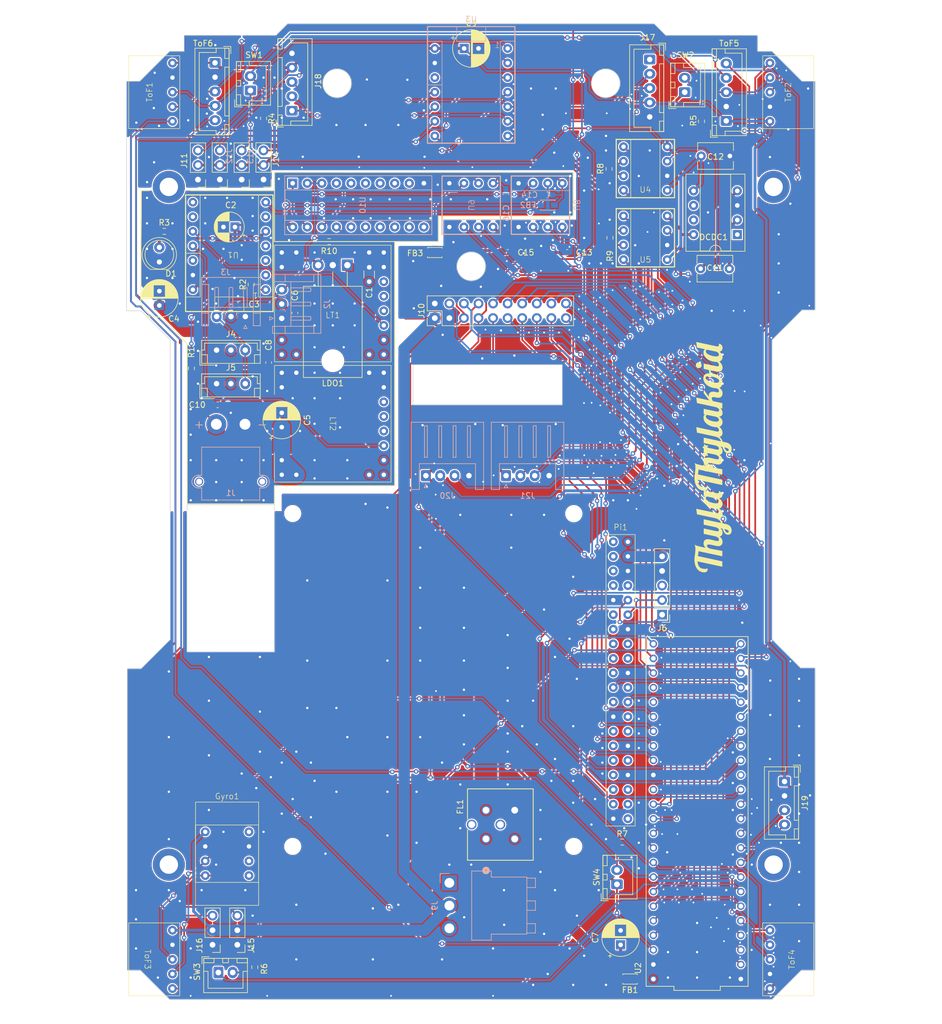
<source format=kicad_pcb>
(kicad_pcb (version 20240108) (generator "pcbnew") (generator_version "8.0")
  (layers (0 "F.Cu" signal) (31 "B.Cu" signal) (34 "B.Paste" user) (35 "F.Paste" user) (36 "B.SilkS" user "B.Silkscreen") (37 "F.SilkS" user "F.Silkscreen") (38 "B.Mask" user) (39 "F.Mask" user) (44 "Edge.Cuts" user))
  (net 0 "")
  (net 1 "GND")
  (net 2 "VDD")
  (net 3 "+5V")
  (net 4 "Net-(J2-Pin_2)")
  (net 5 "Net-(J4-Pin_2)")
  (net 6 "/RED LED")
  (net 7 "GND2")
  (net 10 "/DCDC RST1")
  (net 13 "/DCDC RST2")
  (net 16 "Net-(U1-PA02_A0_D0)")
  (net 21 "Net-(C7-Pad1)")
  (net 24 "Net-(D1-A)")
  (net 25 "+5VA")
  (net 26 "Net-(DCDC1-CAP+)")
  (net 27 "Net-(DCDC1-CAP-)")
  (net 28 "VEE")
  (net 29 "Net-(U8-VDD1)")
  (net 30 "Net-(U8-VDD2)")
  (net 35 "+3.3V")
  (net 39 "Net-(J9-Pin_3)")
  (net 40 "Net-(J9-Pin_1)")
  (net 41 "+5VD")
  (net 42 "/main/scl")
  (net 45 "/main/sda")
  (net 47 "DATA")
  (net 48 "/main/LiDAR_PWM")
  (net 49 "/main/LiDAR_TX")
  (net 51 "/main/xshut2")
  (net 52 "/main/xshut1")
  (net 53 "/main/Line4")
  (net 54 "/main/Line8")
  (net 55 "/main/Line1")
  (net 56 "/main/Line6")
  (net 57 "/main/Line5")
  (net 58 "/main/Line10")
  (net 59 "/main/Line7")
  (net 60 "/main/Line2")
  (net 61 "/main/Line9")
  (net 62 "/main/scl1")
  (net 63 "/main/sda1")
  (net 64 "/main/Line3")
  (net 65 "/main/Line11")
  (net 66 "/main/PWM1")
  (net 67 "/main/PWM2")
  (net 68 "/main/PWM3")
  (net 69 "/main/PWM4")
  (net 70 "/main/PWM5")
  (net 71 "/main/PWM6")
  (net 72 "/main/scl_sub")
  (net 73 "/main/xshut_sub")
  (net 74 "/main/sda_sub")
  (net 75 "/main/rx2_main")
  (net 76 "/main/tx2_main")
  (net 77 "/main/LdCl_WHITE1")
  (net 78 "/main/LdCl_GREEN1")
  (net 79 "/main/LdCl_GREEN2")
  (net 80 "/main/LdCl_WHITE2")
  (net 86 "/main/rx3_pi5")
  (net 88 "/main/rx7_main")
  (net 109 "/main/LimSW1")
  (net 110 "/main/LimSW2")
  (net 111 "/main/LimSW3")
  (net 112 "/main/LimSW4")
  (net 113 "Net-(R8-Pad2)")
  (net 114 "Net-(R8-Pad1)")
  (net 115 "Net-(R9-Pad1)")
  (net 116 "Net-(R9-Pad2)")
  (net 117 "/main/xshut3")
  (net 118 "/main/xshut5")
  (net 119 "/main/xshut4")
  (net 120 "/main/xshut6")
  (net 121 "/main/xshut7")
  (net 122 "/main/xshut8")
  (net 123 "RX_Main_Power_Sub")
  (net 126 "/main/loadcell2")
  (net 127 "/main/rx_main_power")
  (net 128 "/main/tx_dxl")
  (net 129 "/main/loadcell1")
  (net 130 "/main/rx_dxl")
  (net 131 "/main/rx8_main")
  (net 132 "/main/tx_en")
  (net 133 "/main/rx_sub")
  (net 135 "Net-(U10-*1OE)")
  (net 136 "Net-(U10-2A4)")
  (net 137 "Net-(U10-1Y1)")
  (footprint "MountingHole:MountingHole_3.2mm_M3_DIN965_Pad" (layer "F.Cu") (at 136.525 165.1 -90)
    (property "Reference" "REF**" (hide yes))
    (property "Value" "MountingHole_3.2mm_M3_DIN965_Pad" (hide yes))
  )
  (footprint "Connector_JST:JST_XH_B4B-XH-A_1x04_P2.50mm_Vertical" (layer "F.Cu") (at 138.43 150.615 -90)
    (property "Reference" "J19")
    (property "Value" "Conn_01x04")
  )
  (footprint "Capacitor_SMD:C_0603_1608Metric_Pad1.08x0.95mm_HandSolder" (layer "F.Cu") (at 48.514 77.597 -90)
    (property "Reference" "C8")
    (property "Value" "0.1u")
  )
  (footprint "Raspberry Pi 5:Raspberry Pi 5" (layer "F.Cu") (at 109.855 132.969)
    (property "Reference" "Pi1")
    (property "Value" "RASPBERRY_PI_4B_4GB")
  )
  (footprint "logo:logo" (layer "F.Cu") (at 125.1204 94.2594 90)
    (property "Reference" "G***")
    (property "Value" "LOGO" (hide yes))
  )
  (footprint "Connector_JST:JST_XH_B5B-XH-A_1x05_P2.50mm_Vertical" (layer "F.Cu") (at 39.1668 25.3676 -90)
    (property "Reference" "ToF6")
    (property "Value" "~" (hide yes))
  )
  (footprint "Capacitor_THT:CP_Radial_D6.3mm_P2.50mm" (layer "F.Cu") (at 50.8 88.86 90)
    (property "Reference" "C5")
    (property "Value" "100u")
  )
  (footprint "Resistor_SMD:R_0603_1608Metric_Pad0.98x0.95mm_HandSolder" (layer "F.Cu") (at 110.1363 161.163)
    (property "Reference" "R7")
    (property "Value" "10k")
  )
  (footprint "Capacitor_SMD:C_0603_1608Metric_Pad1.08x0.95mm_HandSolder" (layer "F.Cu") (at 39.624 84.963)
    (property "Reference" "C10")
    (property "Value" "0.1u")
  )
  (footprint "Connector_PinHeader_2.54mm:PinHeader_1x03_P2.54mm_Vertical" (layer "F.Cu") (at 36.195 45.72 180)
    (property "Reference" "J11")
    (property "Value" "Conn_01x03_Pin")
  )
  (footprint "MyLibrary:BNO055" (layer "F.Cu") (at 41.275 163.195)
    (property "Reference" "Gyro1")
    (property "Value" "~")
  )
  (footprint "Connector_JST:JST_XH_B2B-XH-A_1x02_P2.50mm_Vertical" (layer "F.Cu") (at 45.339 30.186 90)
    (property "Reference" "SW1")
    (property "Value" "SW_Push")
  )
  (footprint "Connector_PinHeader_2.54mm:PinHeader_1x03_P2.54mm_Vertical" (layer "F.Cu") (at 47.625 45.705 180)
    (property "Reference" "J14")
    (property "Value" "Conn_01x03_Pin")
  )
  (footprint "ToF:GY530" (layer "F.Cu") (at 135.89 181.61 90)
    (property "Reference" "ToF4")
    (property "Value" "~" (hide yes))
  )
  (footprint "Capacitor_SMD:C_0603_1608Metric_Pad1.08x0.95mm_HandSolder" (layer "F.Cu") (at 53.086 68.961 90)
    (property "Reference" "C6")
    (property "Value" "0.1u")
  )
  (footprint "Connector_PinHeader_2.54mm:PinHeader_1x03_P2.54mm_Vertical" (layer "F.Cu") (at 38.735 179.07 180)
    (property "Reference" "J16")
    (property "Value" "Conn_01x03_Pin")
  )
  (footprint "Capacitor_THT:CP_Radial_D6.3mm_P2.50mm" (layer "F.Cu") (at 109.855 179.07 90)
    (property "Reference" "C7")
    (property "Value" "100u")
  )
  (footprint "LED_THT:LED_D5.0mm" (layer "F.Cu") (at 29.464 60.071 90)
    (property "Reference" "D1")
    (property "Value" "RED LED")
  )
  (footprint "Resistor_SMD:R_0603_1608Metric_Pad0.98x0.95mm_HandSolder" (layer "F.Cu") (at 59.055 56.515)
    (property "Reference" "R10")
    (property "Value" "10k")
  )
  (footprint "Package_TO_SOT_THT:TO-220-3_Horizontal_TabDown" (layer "F.Cu") (at 62.23 60.62 180)
    (property "Reference" "LDO1")
    (property "Value" "~" (hide yes))
  )
  (footprint "Package_DIP:CERDIP-8_W7.62mm_SideBrazed_Socket" (layer "F.Cu") (at 130.1966 55.2958 180)
    (property "Reference" "DCDC1")
    (property "Value" "~" (hide yes))
  )
  (footprint "Capacitor_THT:CP_Radial_D5.0mm_P2.00mm" (layer "F.Cu") (at 42.64 53.975 180)
    (property "Reference" "C2")
    (property "Value" "33uF")
  )
  (footprint "XIAO RP2040:XIAO RP2040" (layer "F.Cu") (at 41.656 57.277 180)
    (property "Reference" "U1")
    (property "Value" "SeeeduinoXIAO RP2040")
  )
  (footprint "Connector_PinHeader_2.54mm:PinHeader_1x03_P2.54mm_Vertical" (layer "F.Cu") (at 43.053 179.07 180)
    (property "Reference" "J15")
    (property "Value" "Conn_01x03_Pin")
  )
  (footprint "Resistor_SMD:R_0603_1608Metric_Pad0.98x0.95mm_HandSolder" (layer "F.Cu") (at 47.625 35.052 -90)
    (property "Reference" "R4")
    (property "Value" "10k")
  )
  (footprint "ToF:GY530" (layer "F.Cu") (at 31.75 181.61 -90)
    (property "Reference" "ToF3")
    (property "Value" "~" (hide yes))
  )
  (footprint "Capacitor_SMD:C_0603_1608Metric_Pad1.08x0.95mm_HandSolder" (layer "F.Cu") (at 100.5575 58.42)
    (property "Reference" "C13")
    (property "Value" "0.01u")
  )
  (footprint "Capacitor_SMD:C_0603_1608Metric_Pad1.08x0.95mm_HandSolder" (layer "F.Cu") (at 43.434 67.437 180)
    (property "Reference" "C3")
    (property "Value" "0.1u")
  )
  (footprint "ToF:GY530" (layer "F.Cu") (at 135.89 30.48 90)
    (property "Reference" "ToF2")
    (property "Value" "~" (hide yes))
  )
  (footprint "LT8640:LT8640" (layer "F.Cu") (at 59.69 67.31 -90)
    (property "Reference" "LT1")
    (property "Value" "~" (hide yes))
  )
  (footprint "Connector_JST:JST_EH_B3B-EH-A_1x03_P2.50mm_Vertical" (layer "F.Cu") (at 39.4354 75.43)
    (property "Reference" "J4")
    (property "Value" "Conn_01x03")
  )
  (footprint "Connector_JST:JST_XH_B5B-XH-A_1x05_P2.50mm_Vertical" (layer "F.Cu") (at 128.27 35.4838 90)
    (property "Reference" "ToF5")
    (property "Value" "~")
  )
  (footprint "Inductor_SMD:L_Walsin_WLFM201209x" (layer "F.Cu") (at 111.506 185.039)
    (property "Reference" "FB1")
    (property "Value" "100R")
  )
  (footprint "Resistor_SMD:R_0603_1608Metric_Pad0.98x0.95mm_HandSolder" (layer "F.Cu") (at 107.8484 43.8404 -90)
    (property "Reference" "R8")
    (property "Value" "50")
  )
  (footprint "Resistor_SMD:R_0603_1608Metric_Pad0.98x0.95mm_HandSolder" (layer "F.Cu") (at 30.3295 54.737 180)
    (property "Reference" "R3")
    (property "Value" "220")
  )
  (footprint "Connector_JST:JST_XH_B2B-XH-A_1x02_P2.50mm_Vertical" (layer "F.Cu") (at 39.751 183.896)
    (property "Reference" "SW3")
    (property "Value" "SW_Push")
  )
  (footprint "Connector_JST:JST_XH_B2B-XH-A_1x02_P2.50mm_Vertical" (layer "F.Cu") (at 121.031 30.48 90)
    (property "Reference" "SW2")
    (property "Value" "SW_Push")
  )
  (footprint "Capacitor_THT:CP_Radial_D6.3mm_P2.50mm" (layer "F.Cu") (at 82.59 22.86)
    (property "Reference" "C9")
    (property "Value" "100u")
  )
  (footprint "Capacitor_THT:C_Disc_D3.0mm_W1.6mm_P2.50mm" (layer "F.Cu") (at 66.04 63.5 90)
    (property "Reference" "C1")
    (property "Value" "0.33uF")
  )
  (footprint "Resistor_SMD:R_0603_1608Metric_Pad0.98x0.95mm_HandSolder" (layer "F.Cu") (at 46.101 182.9816 90)
    (property "Reference" "R6")
    (property "Value" "10k")
  )
  (footprint "MountingHole:MountingHole_2.5mm" (layer "F.Cu") (at 101.7016 103.9368)
    (property "Reference" "REF**" (hide yes))
    (property "Value" "MountingHole_2.5mm" (hide yes))
  )
  (footprint "Connector_JST:JST_XH_B5B-XH-A_1x05_P2.50mm_Vertical" (layer "F.Cu") (at 52.578 33.7058 90)
    (property "Reference" "J18")
    (property "Value" "Conn_01x05")
  )
  (footprint "Resistor_SMD:R_0603_1608Metric_Pad0.98x0.95mm_HandSolder" (layer "F.Cu") (at 45.466 63.9845 90)
    (property "Reference" "R2")
    (property "Value" "220")
  )
  (footprint "Capacitor_THT:C_Disc_D6.0mm_W4.4mm_P5.00mm" (layer "F.Cu") (at 128.9012 41.6052 180)
    (property "Reference" "C12")
    (property "Value" "10u")
  )
  (footprint "Capacitor_THT:CP_Radial_D6.3mm_P2.50mm" (layer "F.Cu") (at 29.464 67.651 90)
    (property "Reference" "C4")
    (property "Value" "100u")
  )
  (footprint "Capacitor_THT:C_Disc_D6.0mm_W4.4mm_P5.00mm" (layer "F.Cu") (at 128.7996 61.2394 180)
    (property "Reference" "C11")
    (property "Value" "10u")
  )
  (footprint "Connector_PinHeader_2.54mm:PinHeader_2x10_P2.54mm_Vertical" (layer "F.Cu") (at 77.47 69.85 90)
    (property "Reference" "J10")
    (property "Value" "Conn_02x10")
  )
  (footprint "Connector_PinHeader_2.54mm:PinHeader_1x05_P2.54mm_Vertical" (layer "F.Cu") (at 117.094 121.539 180)
    (property "Reference" "J6")
    (property "Value" "Conn_01x05_Pin")
  )
  (footprint "LT8640:LT8640" (layer "F.Cu") (at 59.69 88.265 -90)
    (property "Reference" "LT2")
    (property "Value" "~" (hide yes))
  )
  (footprint "" (layer "F.Cu") (at 52.705 103.9114)
    (property "Reference" "")
    (property "Value" "")
  )
  (footprint "Connector_JST:JST_XH_B2B-XH-A_1x02_P2.50mm_Vertical" (layer "F.Cu") (at 109.22 168.529 90)
    (property "Reference" "SW4")
    (property "Value" "SW_Push")
  )
  (footprint "Resistor_SMD:R_0603_1608Metric_Pad0.98x0.95mm_HandSolder" (layer "F.Cu") (at 123.952 35.56 -90)
    (property "Reference" "R5")
    (property "Value" "10k")
  )
  (footprint "MountingHole:MountingHole_3.2mm_M3_DIN965_Pad" (layer "F.Cu") (at 136.525 46.99 -90)
    (property "Reference" "REF**" (hide yes))
    (property "Value" "MountingHole_3.2mm_M3_DIN965_Pad" (hide yes))
  )
  (footprint "Capacitor_SMD:C_0603_1608Metric_Pad1.08x0.95mm_HandSolder" (layer "F.Cu") (at 90.17 58.42)
    (property "Reference" "C15")
    (property "Value" "0.01u")
  )
  (footprint "BNX012-01:BNX012H01_MUR" (layer "F.Cu") (at 86.4 160.615 90)
    (property "Reference" "FL1")
    (property "Value" "BNX012-01")
  )
  (footprint "ToF:GY530" (layer "F.Cu") (at 31.75 30.48 -90)
    (property "Reference" "ToF1")
    (property "Value" "~" (hide yes))
  )
  (footprint "MyLibrary:SOP-8_DIP" (layer "F.Cu") (at 114.173 55.8546)
    (property "Reference" "U5")
    (property "Value" "AD8226ARZ")
  )
  (footprint "DEV-16771:MODULE_DEV-16771" (layer "F.Cu") (at 123.19 155.829 90)
    (property "Reference" "U2")
    (property "Value" "DEV-16771")
  )
  (footprint "Resistor_SMD:R_0603_1608Metric_Pad0.98x0.95mm_HandSolder" (layer "F.Cu") (at 108.0008 55.8546 -90)
    (property "Reference" "R9")
    (property "Value" "50")
  )
  (footprint "Resistor_SMD:R_0603_1608Metric_Pad0.98x0.95mm_HandSolder" (layer "F.Cu") (at 35.052 78.613 90)
    (property "Reference" "R1")
    (property "Value" "470")
  )
  (footprint "MountingHole:MountingHole_3.2mm_M3_DIN965_Pad" (layer "F.Cu") (at 31.115 165.1 -90)
    (property "Reference" "REF**" (hide yes))
    (property "Value" "MountingHole_3.2mm_M3_DIN965_Pad" (hide yes))
  )
  (footprint "Connector_PinHeader_2.54mm:PinHeader_1x03_P2.54mm_Vertical" (layer "F.Cu") (at 40.005 45.705 180)
    (property "Reference" "J12")
    (property "Value" "Conn_01x03_Pin")
  )
  (footprint "Connector_PinHeader_2.54mm:PinHeader_1x03_P2.54mm_Vertical" (layer "F.Cu") (at 43.815 45.72 180)
    (property "Reference" "J13")
    (property "Value" "Conn_01x03_Pin")
  )
  (footprint "Inductor_SMD:L_Walsin_WLFM201209x" (layer "F.Cu") (at 77.47 58.42 180)
    (property "Reference" "FB3")
    (property "Value" "100R")
  )
  (footprint "" (layer "F.Cu") (at 101.7016 161.925)
    (property "Reference" "")
    (property "Value" "")
  )
  (footprint "Connector_JST:JST_EH_B3B-EH-A_1x03_P2.50mm_Vertical" (layer "F.Cu") (at 39.4354 81.28)
    (property "Reference" "J5")
    (property "Value" "Conn_01x03")
  )
  (footprint "MountingHole:MountingHole_3.2mm_M3_DIN965_Pad" (layer "F.Cu") (at 31.115 46.99 -90)
    (property "Reference" "REF**" (hide yes))
    (property "Value" "MountingHole_3.2mm_M3_DIN965_Pad" (hide yes))
  )
  (footprint "MyLibrary:SOP-8_DIP" (layer "F.Cu") (at 114.173 43.7896)
    (property "Reference" "U4")
    (property "Value" "AD8226ARZ")
  )
  (footprint "Connector_JST:JST_XH_B5B-XH-A_1x05_P2.50mm_Vertical" (layer "F.Cu") (at 114.935 24.7834 -90)
    (property "Reference" "J17")
    (property "Value" "Conn_01x05")
  )
  (footprint "" (layer "F.Cu") (at 52.705 161.925)
    (property "Reference" "")
    (property "Value" "")
  )
  (footprint "Connector_JST:JST_XH_S4B-XH-A_1x04_P2.50mm_Horizontal" (layer "B.Cu") (at 89.8906 97.31)
    (property "Reference" "J21")
    (property "Value" "Conn_01x04")
  )
  (footprint "Connector_AMASS:AMASS_XT30PW-M_1x02_P2.50mm_Horizontal" (layer "B.Cu") (at 44.3964 88.3488)
    (property "Reference" "J1")
    (property "Value" "Conn_01x02")
  )
  (footprint "XIAO RP2040:XIAO RP2040" (layer "B.Cu") (at 83.82 30.48 180)
    (property "Reference" "U3")
    (property "Value" "SeeeduinoXIAO RP2040")
  )
  (footprint "MyLibrary:SOP-8_DIP" (layer "B.Cu") (at 95.885 50.165 90)
    (property "Reference" "U8")
    (property "Value" "ADuM121N")
  )
  (footprint "Package_DIP:CERDIP-20_W7.62mm_SideBrazed_Socket" (layer "B.Cu") (at 52.705 46.355 -90)
    (property "Reference" "U10")
    (property "Value" "SN74HC241DW")
  )
  (footprint "Inductor_SMD:L_Walsin_WLFM201209x" (layer "B.Cu") (at 97.155 50.165)
    (property "Reference" "FB2")
    (property "Value" "100R")
  )
  (footprint "MyLibrary:SOP-8_DIP" (layer "B.Cu") (at 83.82 50.165 90)
    (property "Reference" "U9")
    (property "Value" "ADuM121N")
  )
  (footprint "Connector_JST:JST_XH_S4B-XH-A_1x04_P2.50mm_Horizontal" (layer "B.Cu") (at 75.9206 97.31)
    (property "Reference" "J20")
    (property "Value" "Conn_01x04")
  )
  (footprint "Connector_JST:JST_EH_S3B-EH_1x03_P2.50mm_Horizontal" (layer "B.Cu") (at 50.8 69.897 90)
    (property "Reference" "J2")
    (property "Value" "Conn_01x03")
  )
  (footprint "Capacitor_SMD:C_0603_1608Metric_Pad1.08x0.95mm_HandSolder" (layer "B.Cu") (at 89.8652 48.2335 90)
    (property "Reference" "C16")
    (property "Value" "0.01u")
  )
  (footprint "Connector_JST:JST_VH_B3PS-VH_1x03_P3.96mm_Horizontal" (layer "B.Cu") (at 80.01 168.275 -90)
    (property "Reference" "J9")
    (property "Value" "Conn_01x03")
  )
  (footprint "Capacitor_SMD:C_0603_1608Metric_Pad1.08x0.95mm_HandSolder" (layer "B.Cu") (at 97.1285 48.387 180)
    (property "Reference" "C14")
    (property "Value" "0.01u")
  )
  (footprint "Connector_JST:JST_EH_S3B-EH_1x03_P2.50mm_Horizontal" (layer "B.Cu") (at 44.45 69.58 180)
    (property "Reference" "J3")
    (property "Value" "Conn_01x03")
  )
  (gr_line (start 119.634 157.099) (end 119.634 120.015) (stroke (width 0.3)) (layer "F.Cu") (net 53))
  (gr_line (start 78.105 56.515) (end 78.105 52.07) (stroke (width 0.15)) (layer "F.SilkS"))
  (gr_line (start 70.485 56.515) (end 78.105 56.515) (stroke (width 0.15)) (layer "F.SilkS"))
  (gr_line (start 26.24 47.625) (end 27.686 47.625) (stroke (width 0.15)) (layer "F.SilkS"))
  (gr_line (start 34.29 102.235) (end 34.29 74.295) (stroke (width 0.15)) (layer "F.SilkS"))
  (gr_line (start 49.53 47.625) (end 34.925 47.625) (stroke (width 0.15)) (layer "F.SilkS"))
  (gr_line (start 49.53 102.235) (end 49.53 99.06) (stroke (width 0.15)) (layer "F.SilkS"))
  (gr_line (start 34.29 102.235) (end 49.53 102.235) (stroke (width 0.15)) (layer "F.SilkS"))
  (gr_line (start 70.485 99.06) (end 70.485 56.515) (stroke (width 0.15)) (layer "F.SilkS"))
  (gr_line (start 70.485 56.515) (end 49.53 56.515) (stroke (width 0.15)) (layer "F.SilkS"))
  (gr_line (start 49.53 56.515) (end 49.53 47.625) (stroke (width 0.15)) (layer "F.SilkS"))
  (gr_line (start 49.53 44.45) (end 49.53 47.625) (stroke (width 0.15)) (layer "F.SilkS"))
  (gr_line (start 49.53 99.06) (end 70.485 99.06) (stroke (width 0.15)) (layer "F.SilkS"))
  (gr_line (start 78.105 52.07) (end 101.6 52.07) (stroke (width 0.15)) (layer "F.SilkS"))
  (gr_line (start 101.6 44.45) (end 49.53 44.45) (stroke (width 0.15)) (layer "F.SilkS"))
  (gr_line (start 34.29 74.295) (end 30.099 70.104) (stroke (width 0.15)) (layer "F.SilkS"))
  (gr_line (start 101.6 52.07) (end 101.6 44.45) (stroke (width 0.15)) (layer "F.SilkS"))
  (gr_line (start 26.24 64.897) (end 26.24 47.625) (stroke (width 0.15)) (layer "F.SilkS"))
  (gr_line (start 141.478 68.453) (end 143.764 68.453) (stroke (width 0.1)) (layer "Edge.Cuts"))
  (gr_line (start 136.271 73.66) (end 141.478 68.453) (stroke (width 0.1)) (layer "Edge.Cuts"))
  (gr_line (start 143.764 28.575) (end 141.478 28.575) (stroke (width 0.1)) (layer "Edge.Cuts"))
  (gr_line (start 23.749 68.58) (end 23.749 28.575) (stroke (width 0.1)) (layer "Edge.Cuts"))
  (gr_line (start 49.784 20.574) (end 33.782 20.574) (stroke (width 0.1)) (layer "Edge.Cuts"))
  (gr_line (start 51.816 18.542) (end 49.784 20.574) (stroke (width 0.1)) (layer "Edge.Cuts"))
  (gr_line (start 31.242 188.595) (end 26.162 183.515) (stroke (width 0.1)) (layer "Edge.Cuts"))
  (gr_line (start 31.369 125.857) (end 31.369 73.66) (stroke (width 0.1)) (layer "Edge.Cuts"))
  (gr_line (start 26.035 28.575) (end 23.749 28.575) (stroke (width 0.1)) (layer "Edge.Cuts"))
  (gr_line (start 26.289 68.58) (end 23.749 68.58) (stroke (width 0.1)) (layer "Edge.Cuts"))
  (gr_line (start 143.764 130.81) (end 141.224 130.81) (stroke (width 0.1)) (layer "Edge.Cuts"))
  (gr_line (start 117.729 20.574) (end 115.697 18.542) (stroke (width 0.1)) (layer "Edge.Cuts"))
  (gr_line (start 26.035 28.575) (end 31.242 23.368) (stroke (width 0.1)) (layer "Edge.Cuts"))
  (gr_line (start 31.242 23.368) (end 33.782 23.368) (stroke (width 0.1)) (layer "Edge.Cuts"))
  (gr_line (start 136.271 23.368) (end 133.731 23.368) (stroke (width 0.1)) (layer "Edge.Cuts"))
  (gr_line (start 141.351 183.515) (end 143.764 183.515) (stroke (width 0.1)) (layer "Edge.Cuts"))
  (gr_line (start 143.764 177.673) (end 143.764 130.81) (stroke (width 0.1)) (layer "Edge.Cuts"))
  (gr_rect (start 73.66 77.978) (end 99.695 84.963) (stroke (width 0.1)) (fill none) (layer "Edge.Cuts"))
  (gr_rect (start 34.29 102.362) (end 49.53 128.016) (stroke (width 0.1)) (fill none) (layer "Edge.Cuts"))
  (gr_line (start 133.731 20.574) (end 117.729 20.574) (stroke (width 0.1)) (layer "Edge.Cuts"))
  (gr_line (start 143.764 68.453) (end 143.764 28.575) (stroke (width 0.1)) (layer "Edge.Cuts"))
  (gr_line (start 136.017 188.595) (end 136.144 188.595) (stroke (width 0.1)) (layer "Edge.Cuts"))
  (gr_line (start 31.369 73.66) (end 26.289 68.58) (stroke (width 0.1)) (layer "Edge.Cuts"))
  (gr_line (start 33.782 20.574) (end 33.782 23.368) (stroke (width 0.1)) (layer "Edge.Cuts"))
  (gr_circle (center 107.2534 28.9306) (end 109.7534 28.9306) (stroke (width 0.1)) (fill none) (layer "Edge.Cuts"))
  (gr_line (start 26.289 130.937) (end 31.242 125.984) (stroke (width 0.1)) (layer "Edge.Cuts"))
  (gr_line (start 136.144 188.595) (end 136.271 188.595) (stroke (width 0.1)) (layer "Edge.Cuts"))
  (gr_line (start 31.369 188.595) (end 31.242 188.595) (stroke (width 0.1)) (layer "Edge.Cuts"))
  (gr_line (start 31.369 188.595) (end 136.017 188.595) (stroke (width 0.1)) (layer "Edge.Cuts"))
  (gr_line (start 26.162 183.515) (end 23.876 183.515) (stroke (width 0.1)) (layer "Edge.Cuts"))
  (gr_line (start 31.242 125.984) (end 31.369 125.857) (stroke (width 0.1)) (layer "Edge.Cuts"))
  (gr_line (start 136.271 188.595) (end 141.351 183.515) (stroke (width 0.1)) (layer "Edge.Cuts"))
  (gr_line (start 136.271 125.857) (end 136.271 73.66) (stroke (width 0.1)) (layer "Edge.Cuts"))
  (gr_line (start 115.697 18.542) (end 51.816 18.542) (stroke (width 0.1)) (layer "Edge.Cuts"))
  (gr_line (start 133.731 23.368) (end 133.731 20.574) (stroke (width 0.1)) (layer "Edge.Cuts"))
  (gr_line (start 141.478 28.575) (end 136.271 23.368) (stroke (width 0.1)) (layer "Edge.Cuts"))
  (gr_circle (center 83.82 60.833) (end 86.32 60.833) (stroke (width 0.1)) (fill none) (layer "Edge.Cuts"))
  (gr_line (start 143.764 183.515) (end 143.764 177.673) (stroke (width 0.1)) (layer "Edge.Cuts"))
  (gr_line (start 23.876 130.937) (end 26.289 130.937) (stroke (width 0.1)) (layer "Edge.Cuts"))
  (gr_line (start 141.224 130.81) (end 136.271 125.857) (stroke (width 0.1)) (layer "Edge.Cuts"))
  (gr_line (start 23.876 183.515) (end 23.876 130.937) (stroke (width 0.1)) (layer "Edge.Cuts"))
  (gr_circle (center 60.4412 28.9306) (end 62.9412 28.9306) (stroke (width 0.1)) (fill none) (layer "Edge.Cuts"))
  (via (at 63.246 49.149) (size 0.8) (drill 0.4) (layers "F.Cu" "B.Cu") (net 1))
  (via (at 34.925 90.17) (size 0.8) (drill 0.4) (layers "F.Cu" "B.Cu") (net 1))
  (via (at 63.5 58.42) (size 0.8) (drill 0.4) (layers "F.Cu" "B.Cu") (net 1))
  (via (at 89.916 45.847) (size 0.8) (drill 0.4) (layers "F.Cu" "B.Cu") (net 1))
  (via (at 62.23 94.615) (size 0.8) (drill 0.4) (layers "F.Cu" "B.Cu") (net 1))
  (via (at 27.305 53.34) (size 0.8) (drill 0.4) (layers "F.Cu" "B.Cu") (net 1))
  (via (at 36.195 81.28) (size 0.8) (drill 0.4) (layers "F.Cu" "B.Cu") (net 1))
  (via (at 56.515 74.93) (size 0.8) (drill 0.4) (layers "F.Cu" "B.Cu") (net 1))
  (via (at 43.815 98.425) (size 0.8) (drill 0.4) (layers "F.Cu" "B.Cu") (net 1))
  (via (at 39.37 98.425) (size 0.8) (drill 0.4) (layers "F.Cu" "B.Cu") (net 1))
  (via (at 56.515 79.375) (size 0.8) (drill 0.4) (layers "F.Cu" "B.Cu") (net 1))
  (via (at 45.72 54.61) (size 0.8) (drill 0.4) (layers "F.Cu" "B.Cu") (net 1))
  (via (at 98.425 47.244) (size 0.8) (drill 0.4) (layers "F.Cu" "B.Cu") (net 1))
  (via (at 31.75 57.785) (size 0.8) (drill 0.4) (layers "F.Cu" "B.Cu") (net 1))
  (via (at 59.69 64.135) (size 0.8) (drill 0.4) (layers "F.Cu" "B.Cu") (net 1))
  (via (at 86.614 49.149) (size 0.8) (drill 0.4) (layers "F.Cu" "B.Cu") (net 1))
  (via (at 56.515 97.79) (size 0.8) (drill 0.4) (layers "F.Cu" "B.Cu") (net 1))
  (via (at 48.26 89.535) (size 0.8) (drill 0.4) (layers "F.Cu" "B.Cu") (net 1))
  (via (at 60.198 49.149) (size 0.8) (drill 0.4) (layers "F.Cu" "B.Cu") (net 1))
  (via (at 45.72 80.01) (size 0.8) (drill 0.4) (layers "F.Cu" "B.Cu") (net 1))
  (via (at 39.37 78.105) (size 0.8) (drill 0.4) (layers "F.Cu" "B.Cu") (net 1))
  (via (at 31.75 53.34) (size 0.8) (drill 0.4) (layers "F.Cu" "B.Cu") (net 1))
  (via (at 76.708 52.451) (size 0.8) (drill 0.4) (layers "F.Cu" "B.Cu") (net 1))
  (via (at 40.64 57.785) (size 0.8) (drill 0.4) (layers "F.Cu" "B.Cu") (net 1))
  (via (at 33.02 67.31) (size 0.8) (drill 0.4) (layers "F.Cu" "B.Cu") (net 1))
  (via (at 31.75 62.865) (size 0.8) (drill 0.4) (layers "F.Cu" "B.Cu") (net 1))
  (via (at 47.625 101.6) (size 0.8) (drill 0.4) (layers "F.Cu" "B.Cu") (net 1))
  (via (at 66.294 49.149) (size 0.8) (drill 0.4) (layers "F.Cu" "B.Cu") (net 1))
  (via (at 45.72 52.07) (size 0.8) (drill 0.4) (layers "F.Cu" "B.Cu") (net 1))
  (via (at 63.5 71.12) (size 0.8) (drill 0.4) (layers "F.Cu" "B.Cu") (net 1))
  (via (at 101.092 45.085) (size 0.8) (drill 0.4) (layers "F.Cu" "B.Cu") (net 1))
  (via (at 47.625 94.615) (size 0.8) (drill 0.4) (layers "F.Cu" "B.Cu") (net 1))
  (via (at 48.895 55.88) (size 0.8) (drill 0.4) (layers "F.Cu" "B.Cu") (net 1))
  (via (at 50.292 45.593) (size 0.8) (drill 0.4) (layers "F.Cu" "B.Cu") (net 1))
  (via (at 36.195 75.565) (size 0.8) (drill 0.4) (layers "F.Cu" "B.Cu") (net 1))
  (via (at 56.515 64.135) (size 0.8) (drill 0.4) (layers "F.Cu" "B.Cu") (net 1))
  (via (at 37.465 53.34) (size 0.8) (drill 0.4) (layers "F.Cu" "B.Cu") (net 1))
  (via (at 34.925 85.725) (size 0.8) (drill 0.4) (layers "F.Cu" "B.Cu") (net 1))
  (via (at 41.91 86.36) (size 0.8) (drill 0.4) (layers "F.Cu" "B.Cu") (net 1))
  (via (at 37.465 48.895) (size 0.8) (drill 0.4) (layers "F.Cu" "B.Cu") (net 1))
  (via (at 76.708 49.149) (size 0.8) (drill 0.4) (layers "F.Cu" "B.Cu") (net 1))
  (via (at 69.596 49.149) (size 0.8) (drill 0.4) (layers "F.Cu" "B.Cu") (net 1))
  (via (at 42.545 62.865) (size 0.8) (drill 0.4) (layers "F.Cu" "B.Cu") (net 1))
  (via (at 56.515 67.31) (size 0.8) (drill 0.4) (layers "F.Cu" "B.Cu") (net 1))
  (via (at 66.294 52.451) (size 0.8) (drill 0.4) (layers "F.Cu" "B.Cu") (net 1))
  (via (at 63.246 52.451) (size 0.8) (drill 0.4) (layers "F.Cu" "B.Cu") (net 1))
  (via (at 73.152 52.451) (size 0.8) (drill 0.4) (layers "F.Cu" "B.Cu") (net 1))
  (via (at 52.07 56.261) (size 0.8) (drill 0.4) (layers "F.Cu" "B.Cu") (net 1))
  (via (at 36.83 83.82) (size 0.8) (drill 0.4) (layers "F.Cu" "B.Cu") (net 1))
  (via (at 43.815 101.6) (size 0.8) (drill 0.4) (layers "F.Cu" "B.Cu") (net 1))
  (via (at 52.705 83.82) (size 0.8) (drill 0.4) (layers "F.Cu" "B.Cu") (net 1))
  (via (at 37.084 57.785) (size 0.8) (drill 0.4) (layers "F.Cu" "B.Cu") (net 1))
  (via (at 38.735 64.77) (size 0.8) (drill 0.4) (layers "F.Cu" "B.Cu") (net 1))
  (via (at 98.298 51.435) (size 0.8) (drill 0.4) (layers "F.Cu" "B.Cu") (net 1))
  (via (at 47.625 74.295) (size 0.8) (drill 0.4) (layers "F.Cu" "B.Cu") (net 1))
  (via (at 34.925 101.6) (size 0.8) (drill 0.4) (layers "F.Cu" "B.Cu") (net 1))
  (via (at 60.96 88.9) (size 0.8) (drill 0.4) (layers "F.Cu" "B.Cu") (net 1))
  (via (at 56.515 71.12) (size 0.8) (drill 0.4) (layers "F.Cu" "B.Cu") (net 1))
  (via (at 27.305 57.785) (size 0.8) (drill 0.4) (layers "F.Cu" "B.Cu") (net 1))
  (via (at 39.37 101.6) (size 0.8) (drill 0.4) (layers "F.Cu" "B.Cu") (net 1))
  (via (at 59.69 71.12) (size 0.8) (drill 0.4) (layers "F.Cu" "B.Cu") (net 1))
  (via (at 45.72 48.895) (size 0.8) (drill 0.4) (layers "F.Cu" "B.Cu") (net 1))
  (via (at 56.515 88.265) (size 0.8) (drill 0.4) (layers "F.Cu" "B.Cu") (net 1))
  (via (at 69.596 52.451) (size 0.8) (drill 0.4) (layers "F.Cu" "B.Cu") (net 1))
  (via (at 80.264 49.149) (size 0.8) (drill 0.4) (layers "F.Cu" "B.Cu") (net 1))
  (via (at 36.195 70.485) (size 0.8) (drill 0.4) (layers "F.Cu" "B.Cu") (net 1))
  (via (at 39.37 67.31) (size 0.8) (drill 0.4) (layers "F.Cu" "B.Cu") (net 1))
  (via (at 39.37 94.615) (size 0.8) (drill 0.4) (layers "F.Cu" "B.Cu") (net 1))
  (via (at 27.305 48.895) (size 0.8) (drill 0.4) (layers "F.Cu" "B.Cu") (net 1))
  (via (at 63.5 67.31) (size 0.8) (drill 0.4) (layers "F.Cu" "B.Cu") (net 1))
  (via (at 60.96 83.82) (size 0.8) (drill 0.4) (layers "F.Cu" "B.Cu") (net 1))
  (via (at 62.23 97.79) (size 0.8) (drill 0.4) (layers "F.Cu" "B.Cu") (net 1))
  (via (at 73.152 49.149) (size 0.8) (drill 0.4) (layers "F.Cu" "B.Cu") (net 1))
  (via (at 43.815 57.15) (size 0.8) (drill 0.4) (layers "F.Cu" "B.Cu") (net 1))
  (via (at 56.515 83.82) (size 0.8) (drill 0.4) (layers "F.Cu" "B.Cu") (net 1))
  (via (at 48.26 82.55) (size 0.8) (drill 0.4) (layers "F.Cu" "B.Cu") (net 1))
  (via (at 43.18 66.04) (size 0.8) (drill 0.4) (layers "F.Cu" "B.Cu") (net 1))
  (via (at 61.595 74.93) (size 0.8) (drill 0.4) (layers "F.Cu" "B.Cu") (net 1))
  (via (at 43.815 94.615) (size 0.8) (drill 0.4) (layers "F.Cu" "B.Cu") (net 1))
  (via (at 34.925 94.615) (size 0.8) (drill 0.4) (layers "F.Cu" "B.Cu") (net 1))
  (via (at 43.815 59.69) (size 0.8) (drill 0.4) (layers "F.Cu" "B.Cu") (net 1))
  (via (at 58.166 52.451) (size 0.8) (drill 0.4) (layers "F.Cu" "B.Cu") (net 1))
  (via (at 56.515 94.615) (size 0.8) (drill 0.4) (layers "F.Cu" "B.Cu") (net 1))
  (via (at 41.275 48.895) (size 0.8) (drill 0.4) (layers "F.Cu" "B.Cu") (net 1))
  (via (at 27.305 62.865) (size 0.8) (drill 0.4) (layers "F.Cu" "B.Cu") (net 1))
  (via (at 60.96 79.375) (size 0.8) (drill 0.4) (layers "F.Cu" "B.Cu") (net 1))
  (via (at 101.092 51.435) (size 0.8) (drill 0.4) (layers "F.Cu" "B.Cu") (net 1))
  (via (at 53.975 89.535) (size 0.8) (drill 0.4) (layers "F.Cu" "B.Cu") (net 1))
  (via (at 59.69 67.31) (size 0.8) (drill 0.4) (layers "F.Cu" "B.Cu") (net 1))
  (via (at 56.515 58.42) (size 0.8) (drill 0.4) (layers "F.Cu" "B.Cu") (net 1))
  (via (at 77.978 46.609) (size 0.8) (drill 0.4) (layers "F.Cu" "B.Cu") (net 1))
  (via (at 93.472 49.149) (size 0.8) (drill 0.4) (layers "F.Cu" "B.Cu") (net 1))
  (segment (start 63.5 76.991) (end 63.5 91.8464) (width 3) (layer "F.Cu") (net 2))
  (segment (start 68.58 97.155) (end 66.04 97.155) (width 3) (layer "F.Cu") (net 2))
  (segment (start 66.04 63.5) (end 66.04 76.2) (width 2) (layer "F.Cu") (net 2))
  (segment (start 66.04 76.2) (end 64.291 76.2) (width 3) (layer "F.Cu") (net 2))
  (segment (start 35.052 79.5255) (end 35.052 84.0044) (width 0.3) (layer "F.Cu") (net 2))
  (segment (start 39.3964 90.823673) (end 39.3964 88.3488) (width 3) (layer "F.Cu") (net 2))
  (segment (start 40.571527 91.9988) (end 39.3964 90.823673) (width 3) (layer "F.Cu") (net 2))
  (segment (start 35.052 84.0044) (end 39.3964 88.3488) (width 0.3) (layer "F.Cu") (net 2))
  (segment (start 66.04 94.6912) (end 63.3476 91.9988) (width 3) (layer "F.Cu") (net 2))
  (segment (start 63.5 91.8464) (end 63.3476 91.9988) (width 3) (layer "F.Cu") (net 2))
  (segment (start 64.291 76.2) (end 63.5 76.991) (width 3) (layer "F.Cu") (net 2))
  (segment (start 68.58 73.66) (end 68.58 76.2) (width 3) (layer "F.Cu") (net 2))
  (segment (start 66.04 97.155) (end 68.58 94.615) (width 3) (layer "F.Cu") (net 2))
  (segment (start 68.58 73.66) (end 66.04 76.2) (width 3) (layer "F.Cu") (net 2))
  (segment (start 66.04 97.155) (end 66.04 94.6912) (width 3) (layer "F.Cu") (net 2))
  (segment (start 68.58 94.615) (end 68.58 97.155) (width 3) (layer "F.Cu") (net 2))
  (segment (start 65.11 63.5) (end 66.04 63.5) (width 2) (layer "F.Cu") (net 2))
  (segment (start 62.23 60.62) (end 65.11 63.5) (width 2) (layer "F.Cu") (net 2))
  (segment (start 68.58 76.2) (end 66.04 76.2) (width 3) (layer "F.Cu") (net 2))
  (segment (start 63.3476 91.9988) (end 40.571527 91.9988) (width 3) (layer "F.Cu") (net 2))
  (segment (start 49.704 59.748) (end 48.561 58.605) (width 0.5) (layer "F.Cu") (net 3))
  (segment (start 57.15 60.62) (end 56.278 59.748) (width 0.5) (layer "F.Cu") (net 3))
  (segment (start 59.9675 57.32875) (end 57.15 60.14625) (width 0.3) (layer "F.Cu") (net 3))
  (segment (start 56.278 59.748) (end 49.704 59.748) (width 0.5) (layer "F.Cu") (net 3))
  (segment (start 42.64 54.07) (end 42.64 53.975) (width 0.5) (layer "F.Cu") (net 3))
  (segment (start 42.99 53.625) (end 42.64 53.975) (width 0.3) (layer "F.Cu") (net 3))
  (segment (start 57.785 50.165) (end 55.245 50.165) (width 0.3) (layer "F.Cu") (net 3))
  (segment (start 59.9675 56.515) (end 59.9675 57.32875) (width 0.3) (layer "F.Cu") (net 3))
  (segment (start 52.705 53.975) (end 52.355 53.625) (width 0.3) (layer "F.Cu") (net 3))
  (segment (start 57.15 60.14625) (end 57.15 60.62) (width 0.3) (layer "F.Cu") (net 3))
  (segment (start 51.435 50.165) (end 51.435 52.705) (width 0.3) (layer "F.Cu") (net 3))
  (segment (start 48.561 58.605) (end 47.175 58.605) (width 0.5) (layer "F.Cu") (net 3))
  (segment (start 51.435 52.705) (end 52.705 53.975) (width 0.3) (layer "F.Cu") (net 3))
  (segment (start 47.175 58.605) (end 42.64 54.07) (width 0.5) (layer "F.Cu") (net 3))
  (segment (start 52.355 53.625) (end 42.99 53.625) (width 0.3) (layer "F.Cu") (net 3))
  (segment (start 42.64 53.975) (end 42.64 57.563) (width 0.5) (layer "F.Cu") (net 3))
  (segment (start 42.64 57.563) (end 35.306 64.897) (width 0.5) (layer "F.Cu") (net 3))
  (via (at 55.245 50.165) (size 0.8) (drill 0.4) (layers "F.Cu" "B.Cu") (net 3))
  (via (at 57.785 50.165) (size 0.8) (drill 0.4) (layers "F.Cu" "B.Cu") (net 3))
  (via (at 51.435 50.165) (size 0.8) (drill 0.4) (layers "F.Cu" "B.Cu") (net 3))
  (segment (start 96.005 50.165) (end 57.785 50.165) (width 0.3) (layer "B.Cu") (net 3))
  (segment (start 55.245 50.165) (end 51.435 50.165) (width 0.3) (layer "B.Cu") (net 3))
  (segment (start 48.514 68.800462) (end 48.514 71.374) (width 2) (layer "F.Cu") (net 4))
  (segment (start 50.8 67.397) (end 49.917462 67.397) (width 2) (layer "F.Cu") (net 4))
  (segment (start 53.086 68.0985) (end 51.5015 68.0985) (width 0.5) (layer "F.Cu") (net 4))
  (segment (start 42.672 72.136) (end 33.949 72.136) (width 2) (layer "F.Cu") (net 4))
  (segment (start 41.95 71.414) (end 42.672 72.136) (width 2) (layer "F.Cu") (net 4))
  (segment (start 50.8 76.2) (end 53.34 76.2) (width 3) (layer "F.Cu") (net 4))
  (segment (start 50.8 73.66) (end 50.8 76.2) (width 3) (layer "F.Cu") (net 4))
  (segment (start 42.672 72.136) (end 49.276 72.136) (width 2) (layer "F.Cu") (net 4))
  (segment (start 51.5015 68.0985) (end 50.8 67.397) (width 0.5) (layer "F.Cu") (net 4))
  (segment (start 42.5715 68.9585) (end 41.95 69.58) (width 0.5) (layer "F.Cu") (net 4))
  (segment (start 49.917462 67.397) (end 48.514 68.800462) (width 2) (layer "F.Cu") (net 4))
  (segment (start 49.276 72.136) (end 50.8 73.66) (width 2) (layer "F.Cu") (net 4))
  (segment (start 42.5715 67.437) (end 42.5715 68.9585) (width 0.5) (layer "F.Cu") (net 4))
  (segment (start 48.514 71.374) (end 49.276 72.136) (width 2) (layer "F.Cu") (net 4))
  (segment (start 53.34 76.2) (end 50.8 73.66) (width 3) (layer "F.Cu") (net 4))
  (segment (start 41.95 69.58) (end 41.95 71.414) (width 2) (layer "F.Cu") (net 4))
  (segment (start 33.949 72.136) (end 29.464 67.651) (width 2) (layer "F.Cu") (net 4))
  (segment (start 48.514 78.4595) (end 42.0359 78.4595) (width 0.5) (layer "F.Cu") (net 5))
  (segment (start 43.18 84.255) (end 45.866572 84.255) (width 2) (layer "F.Cu") (net 5))
  (segment (start 41.9354 83.0104) (end 43.18 84.255) (width 2) (layer "F.Cu") (net 5))
  (segment (start 41.9354 78.359) (end 41.9354 81.28) (width 2) (layer "F.Cu") (net 5))
  (segment (start 40.4865 84.963) (end 40.4865 84.4593) (width 0.5) (layer "F.Cu") (net 5))
  (segment (start 40.4865 84.4593) (end 41.9354 83.0104) (width 0.5) (layer "F.Cu") (net 5))
  (segment (start 42.0359 78.4595) (end 41.9354 78.359) (width 0.5) (layer "F.Cu") (net 5))
  (segment (start 45.866572 84.255) (end 50.471572 88.86) (width 2) (layer "F.Cu") (net 5))
  (segment (start 41.9354 75.43) (end 41.9354 78.359) (width 2) (layer "F.Cu") (net 5))
  (segment (start 41.9354 81.28) (end 41.9354 83.0104) (width 2) (layer "F.Cu") (net 5))
  (segment (start 50.471572 88.86) (end 50.8 88.86) (width 2) (layer "F.Cu") (net 5))
  (segment (start 50.8 94.615) (end 50.8 88.86) (width 3) (layer "B.Cu") (net 5))
  (segment (start 53.34 97.155) (end 50.8 97.155) (width 3) (layer "B.Cu") (net 5))
  (segment (start 50.8 94.615) (end 53.34 97.155) (width 3) (layer "B.Cu") (net 5))
  (segment (start 50.8 97.155) (end 50.8 94.615) (width 3) (layer "B.Cu") (net 5))
  (segment (start 38.735 55.949) (end 32.454 55.949) (width 0.5) (layer "F.Cu") (net 6))
  (segment (start 32.454 55.949) (end 31.242 54.737) (width 0.5) (layer "F.Cu") (net 6))
  (segment (start 46.794 55.949) (end 48.006 54.737) (width 0.5) (layer "F.Cu") (net 6))
  (segment (start 46.355 55.949) (end 46.794 55.949) (width 0.5) (layer "F.Cu") (net 6))
  (via (at 46.355 55.949) (size 0.8) (drill 0.4) (layers "F.Cu" "B.Cu") (net 6))
  (via (at 38.735 55.949) (size 0.8) (drill 0.4) (layers "F.Cu" "B.Cu") (net 6))
  (segment (start 46.355 55.949) (end 38.735 55.949) (width 0.5) (layer "B.Cu") (net 6))
  (via (at 28.4988 33.2486) (size 0.8) (drill 0.4) (layers "F.Cu" "B.Cu") (net 7))
  (via (at 90.17 145.415) (size 0.8) (drill 0.4) (layers "F.Cu" "B.Cu") (net 7))
  (via (at 116.078 155.829) (size 0.5) (drill 0.3) (layers "F.Cu" "B.Cu") (net 7))
  (via (at 131.445 94.615) (size 0.8) (drill 0.4) (layers "F.Cu" "B.Cu") (net 7))
  (via (at 125.73 68.58) (size 0.8) (drill 0.4) (layers "F.Cu" "B.Cu") (net 7))
  (via (at 127.635 103.505) (size 0.8) (drill 0.4) (layers "F.Cu" "B.Cu") (net 7))
  (via (at 36.83 169.545) (size 0.8) (drill 0.4) (layers "F.Cu" "B.Cu") (net 7))
  (via (at 31.115 152.4) (size 0.8) (drill 0.4) (layers "F.Cu" "B.Cu") (net 7))
  (via (at 112.6236 103.0986) (size 0.5) (drill 0.3) (layers "F.Cu" "B.Cu") (net 7))
  (via (at 135.9408 133.0198) (size 0.8) (drill 0.4) (layers "F.Cu" "B.Cu") (net 7))
  (via (at 122.936 31.4198) (size 0.5) (drill 0.3) (layers "F.Cu" "B.Cu") (net 7))
  (via (at 89.662 53.721) (size 0.8) (drill 0.4) (layers "F.Cu" "B.Cu") (net 7))
  (via (at 37.7444 34.2138) (size 0.8) (drill 0.4) (layers "F.Cu" "B.Cu") (net 7))
  (via (at 82.55 139.065) (size 0.8) (drill 0.4) (layers "F.Cu" "B.Cu") (net 7))
  (via (at 104.7496 78.1558) (size 0.5) (drill 0.3) (layers "F.Cu" "B.Cu") (net 7))
  (via (at 93.3704 53.213) (size 0.5) (drill 0.3) (layers "F.Cu" "B.Cu") (net 7))
  (via (at 115.824 158.369) (size 0.5) (drill 0.3) (layers "F.Cu" "B.Cu") (net 7))
  (via (at 106.3244 85.0646) (size 0.5) (drill 0.3) (layers "F.Cu" "B.Cu") (net 7))
  (via (at 120.8024 86.7918) (size 0.5) (drill 0.3) (layers "F.Cu" "B.Cu") (net 7))
  (via (at 74.295 152.4) (size 0.8) (drill 0.4) (layers "F.Cu" "B.Cu") (net 7))
  (via (at 45.72 179.705) (size 0.8) (drill 0.4) (layers "F.Cu" "B.Cu") (net 7))
  (via (at 75.6412 43.6626) (size 0.5) (drill 0.3) (layers "F.Cu" "B.Cu") (net 7))
  (via (at 95.885 166.37) (size 0.8) (drill 0.4) (layers "F.Cu" "B.Cu") (net 7))
  (via (at 27.3304 46.1518) (size 0.8) (drill 0.4) (layers "F.Cu" "B.Cu") (net 7))
  (via (at 41.91 39.4462) (size 0.8) (drill 0.4) (layers "F.Cu" "B.Cu") (net 7))
  (via (at 90.805 104.14) (size 0.8) (drill 0.4) (layers "F.Cu" "B.Cu") (net 7))
  (via (at 113.03 45.085) (size 0.8) (drill 0.4) (layers "F.Cu" "B.Cu") (net 7))
  (via (at 131.4704 82.6262) (size 0.5) (drill 0.3) (layers "F.Cu" "B.Cu") (net 7))
  (via (at 129.7432 82.5754) (size 0.5) (drill 0.3) (layers "F.Cu" "B.Cu") (net 7))
  (via (at 116.84 131.826) (size 0.5) (drill 0.3) (layers "F.Cu" "B.Cu") (net 7))
  (via (at 117.475 171.704) (size 0.5) (drill 0.3) (layers "F.Cu" "B.Cu") (net 7))
  (via (at 78.74 147.32) (size 0.8) (drill 0.4) (layers "F.Cu" "B.Cu") (net 7))
  (via (at 112.395 57.15) (size 0.8) (drill 0.4) (layers "F.Cu" "B.Cu") (net 7))
  (via (at 135.89 146.685) (size 0.8) (drill 0.4) (layers "F.Cu" "B.Cu") (net 7))
  (via (at 37.7952 36.449) (size 0.5) (drill 0.3) (layers "F.Cu" "B.Cu") (net 7))
  (via (at 135.001 185.42) (size 0.5) (drill 0.3) (layers "F.Cu" "B.Cu") (net 7))
  (via (at 87.63 187.96) (size 0.5) (drill 0.3) (layers "F.Cu" "B.Cu") (net 7))
  (via (at 69.215 115.57) (size 0.8) (drill 0.4) (layers "F.Cu" "B.Cu") (net 7))
  (via (at 108.8644 74.5998) (size 0.5) (drill 0.3) (layers "F.Cu" "B.Cu") (net 7))
  (via (at 140.97 156.21) (size 0.8) (drill 0.4) (layers "F.Cu" "B.Cu") (net 7))
  (via (at 113.03 142.24) (size 0.8) (drill 0.4) (layers "F.Cu" "B.Cu") (net 7))
  (via (at 105.41 153.67) (size 0.8) (drill 0.4) (layers "F.Cu" "B.Cu") (net 7))
  (via (at 100.9396 71.9074) (size 0.5) (drill 0.3) (layers "F.Cu" "B.Cu") (net 7))
  (via (at 142.748 67.691) (size 0.5) (drill 0.3) (layers "F.Cu" "B.Cu") (net 7))
  (via (at 49.53 27.94) (size 0.8) (drill 0.4) (layers "F.Cu" "B.Cu") (net 7))
  (via (at 108.458 60.325) (size 0.8) (drill 0.4) (layers "F.Cu" "B.Cu") (net 7))
  (via (at 104.14 41.91) (size 0.8) (drill 0.4) (layers "F.Cu" "B.Cu") (net 7))
  (via (at 100.33 34.163) (size 0.5) (drill 0.3) (layers "F.Cu" "B.Cu") (net 7))
  (via (at 78.8416 72.771) (size 0.8) (drill 0.4) (layers "F.Cu" "B.Cu") (net 7))
  (via (at 140.97 172.085) (size 0.8) (drill 0.4) (layers "F.Cu" "B.Cu") (net 7))
  (via (at 136.525 177.8) (size 0.5) (drill 0.3) (layers "F.Cu" "B.Cu") (net 7))
  (via (at 103.505 180.975) (size 0.8) (drill 0.4) (layers "F.Cu" "B.Cu") (net 7))
  (via (at 128.651 176.276) (size 0.5) (drill 0.3) (layers "F.Cu" "B.Cu") (net 7))
  (via (at 75.3364 88.519) (size 0.8) (drill 0.4) (layers "F.Cu" "B.Cu") (net 7))
  (via (at 104.394 60.325) (size 0.8) (drill 0.4) (layers "F.Cu" "B.Cu") (net 7))
  (via (at 95.25 144.145) (size 0.8) (drill 0.4) (layers "F.Cu" "B.Cu") (net 7))
  (via (at 129.413 150.876) (size 0.8) (drill 0.4) (layers "F.Cu" "B.Cu") (net 7))
  (via (at 128.905 184.785) (size 0.8) (drill 0.4) (layers "F.Cu" "B.Cu") (net 7))
  (via (at 137.795 161.29) (size 0.8) (drill 0.4) (layers "F.Cu" "B.Cu") (net 7))
  (via (at 113.03 161.29) (size 0.8) (drill 0.4) (layers "F.Cu" "B.Cu") (net 7))
  (via (at 60.325 36.195) (size 0.8) (drill 0.4) (layers "F.Cu" "B.Cu") (net 7))
  (via (at 90.17 130.81) (size 0.8) (drill 0.4) (layers "F.Cu" "B.Cu") (net 7))
  (via (at 93.8784 72.3646) (size 0.5) (drill 0.3) (layers "F.Cu" "B.Cu") (net 7))
  (via (at 101.6 140.97) (size 0.8) (drill 0.4) (layers "F.Cu" "B.Cu") (net 7))
  (via (at 34.925 184.785) (size 0.8) (drill 0.4) (layers "F.Cu" "B.Cu") (net 7))
  (via (at 134.2644 71.1454) (size 0.5) (drill 0.3) (layers "F.Cu" "B.Cu") (net 7))
  (via (at 125.73 79.5274) (size 0.5) (drill 0.3) (layers "F.Cu" "B.Cu") (net 7))
  (via (at 40.64 159.385) (size 0.8) (drill 0.4) (layers "F.Cu" "B.Cu") (net 7))
  (via (at 82.55 116.84) (size 0.8) (drill 0.4) (layers "F.Cu" "B.Cu") (net 7))
  (via (at 41.91 41.783) (size 0.8) (drill 0.4) (layers "F.Cu" "B.Cu") (net 7))
  (via (at 77.3684 95.1738) (size 0.5) (drill 0.3) (layers "F.Cu" "B.Cu") (net 7))
  (via (at 106.5276 93.853) (size 0.5) (drill 0.3) (layers "F.Cu" "B.Cu") (net 7))
  (via (at 25.4 174.625) (size 0.8) (drill 0.4) (layers "F.Cu" "B.Cu") (net 7))
  (via (at 98.425 169.545) (size 0.8) (drill 0.4) (layers "F.Cu" "B.Cu") (net 7))
  (via (at 38.1 128.905) (size 0.8) (drill 0.4) (layers "F.Cu" "B.Cu") (net 7))
  (via (at 127.635 60.325) (size 0.5) (drill 0.3) (layers "F.Cu" "B.Cu") (net 7))
  (via (at 113.538 31.115) (size 0.5) (drill 0.3) (layers "F.Cu" "B.Cu") (net 7))
  (via (at 110.998 95.631) (size 0.5) (drill 0.3) (layers "F.Cu" "B.Cu") (net 7))
  (via (at 130.048 173.99) (size 0.5) (drill 0.3) (layers "F.Cu" "B.Cu") (net 7))
  (via (at 29.4132 36.3474) (size 0.8) (drill 0.4) (layers "F.Cu" "B.Cu") (net 7))
  (via (at 132.715 165.1) (size 0.8) (drill 0.4) (layers "F.Cu" "B.Cu") (net 7))
  (via (at 116.8908 152.019) (size 0.5) (drill 0.3) (layers "F.Cu" "B.Cu") (net 7))
  (via (at 91.3892 95.7834) (size 0.5) (drill 0.3) (layers "F.Cu" "B.Cu") (net 7))
  (via (at 101.6 186.055) (size 0.8) (drill 0.4) (layers "F.Cu" "B.Cu") (net 7))
  (via (at 78.74 181.61) (size 0.8) (drill 0.4) (layers "F.Cu" "B.Cu") (net 7))
  (via (at 114.935 40.64) (size 0.8) (drill 0.4) (layers "F.Cu" "B.Cu") (net 7))
  (via (at 55.245 115.57) (size 0.8) (drill 0.4) (layers "F.Cu" "B.Cu") (net 7))
  (via (at 112.1156 94.5642) (size 0.5) (drill 0.3) (layers "F.Cu" "B.Cu") (net 7))
  (via (at 117.348 169.418) (size 0.5) (drill 0.3) (layers "F.Cu" "B.Cu") (net 7))
  (via (at 95.885 155.575) (size 0.8) (drill 0.4) (layers "F.Cu" "B.Cu") (net 7))
  (via (at 80.7212 56.6166) (size 0.8) (drill 0.4) (layers "F.Cu" "B.Cu") (net 7))
  (via (at 96.266 34.417) (size 0.8) (drill 0.4) (layers "F.Cu" "B.Cu") (net 7))
  (via (at 64.2112 41.7322) (size 0.8) (drill 0.4) (layers "F.Cu" "B.Cu") (net 7))
  (via (at 106.3244 79.5782) (size 0.5) (drill 0.3) (layers "F.Cu" "B.Cu") (net 7))
  (via (at 91.2876 63.0174) (size 0.5) (drill 0.3) (layers "F.Cu" "B.Cu") (net 7))
  (via (at 89.535 169.545) (size 0.8) (drill 0.4) (layers "F.Cu" "B.Cu") (net 7))
  (via (at 142.5448 29.845) (size 0.8) (drill 0.4) (layers "F.Cu" "B.Cu") (net 7))
  (via (at 96.52 177.165) (size 0.8) (drill 0.4) (layers "F.Cu" "B.Cu") (net 7))
  (via (at 37.7952 31.623) (size 0.8) (drill 0.4) (layers "F.Cu" "B.Cu") (net 7))
  (via (at 91.186 34.163) (size 0.5) (drill 0.3) (layers "F.Cu" "B.Cu") (net 7))
  (via (at 39.37 165.1) (size 0.8) (drill 0.4) (layers "F.Cu" "B.Cu") (net 7))
  (via (at 54.3052 43.6118) (size 0.5) (drill 0.3) (layers "F.Cu" "B.Cu") (net 7))
  (via (at 110.5916 73.5838) (size 0.5) (drill 0.3) (layers "F.Cu" "B.Cu") (net 7))
  (via (at 85.4964 64.389) (size 0.8) (drill 0.4) (layers "F.Cu" "B.Cu") (net 7))
  (via (at 108.0008 86.3346) (size 0.5) (drill 0.3) (layers "F.Cu" "B.Cu") (net 7))
  (via (at 91.3384 76.3778) (size 0.8) (drill 0.4) (layers "F.Cu" "B.Cu") (net 7))
  (via (at 48.26 187.96) (size 0.5) (drill 0.3) (layers "F.Cu" "B.Cu") (net 7))
  (via (at 104.775 158.115) (size 0.8) (drill 0.4) (layers "F.Cu" "B.Cu") (net 7))
  (via (at 123.698 80.391) (size 0.5) (drill 0.3) (layers "F.Cu" "B.Cu") (net 7))
  (via (at 106.68 147.32) (size 0.8) (drill 0.4) (layers "F.Cu" "B.Cu") (net 7))
  (via (at 116.84 134.366) (size 0.5) (drill 0.3) (layers "F.Cu" "B.Cu") (net 7))
  (via (at 97.155 184.15) (size 0.8) (drill 0.4) (layers "F.Cu" "B.Cu") (net 7))
  (via (at 98.298 41.021) (size 0.8) (drill 0.4) (layers "F.Cu" "B.Cu") (net 7))
  (via (at 135.89 41.783) (size 0.8) (drill 0.4) (layers "F.Cu" "B.Cu") (net 7))
  (via (at 69.215 160.02) (size 0.8) (drill 0.4) (layers "F.Cu" "B.Cu") (net 7))
  (via (at 40.7924 35.4838) (size 0.5) (drill 0.3) (layers "F.Cu" "B.Cu") (net 7))
  (via (at 46.355 151.765) (size 0.8) (drill 0.4) (layers "F.Cu" "B.Cu") (net 7))
  (via (at 115.1128 69.0118) (size 0.5) (drill 0.3) (layers "F.Cu" "B.Cu") (net 7))
  (via (at 121.92 63.5) (size 0.5) (drill 0.3) (layers "F.Cu" "B.Cu") (net 7))
  (via (at 116.84 82.8802) (size 0.5) (drill 0.3) (layers "F.Cu" "B.Cu") (net 7))
  (via (at 54.61 34.925) (size 0.8) (drill 0.4) (layers "F.Cu" "B.Cu") (net 7))
  (via (at 134.62 31.6738) (size 0.5) (drill 0.3) (layers "F.Cu" "B.Cu") (net 7))
  (via (at 78.8924 98.9838) (size 0.5) (drill 0.3) (layers "F.Cu" "B.Cu") (net 7))
  (via (at 119.888 91.821) (size 0.8) (drill 0.4) (layers "F.Cu" "B.Cu") (net 7))
  (via (at 104.0892 95.7834) (size 0.5) (drill 0.3) (layers "F.Cu" "B.Cu") (net 7))
  (via (at 50.8 29.845) (size 0.8) (drill 0.4) (layers "F.Cu" "B.Cu") (net 7))
  (via (at 107.442 34.163) (size 0.5) (drill 0.3) (layers "F.Cu" "B.Cu") (net 7))
  (via (at 119.38 80.4926) (size 0.5) (drill 0.3) (layers "F.Cu" "B.Cu") (net 7))
  (via (at 96.52 72.3646) (size 0.5) (drill 0.3) (layers "F.Cu" "B.Cu") (net 7))
  (via (at 118.872 67.4878) (size 0.5) (drill 0.3) (layers "F.Cu" "B.Cu") (net 7))
  (via (at 62.23 142.875) (size 0.8) (drill 0.4) (layers "F.Cu" "B.Cu") (net 7))
  (via (at 55.88 147.32) (size 0.8) (drill 0.4) (layers "F.Cu" "B.Cu") (net 7))
  (via (at 96.266 36.957) (size 0.8) (drill 0.4) (layers "F.Cu" "B.Cu") (net 7))
  (via (at 38.1 155.575) (size 0.8) (drill 0.4) (layers "F.Cu" "B.Cu") (net 7))
  (via (at 120.269 166.497) (size 0.5) (drill 0.3) (layers "F.Cu" "B.Cu") (net 7))
  (via (at 103.505 55.88) (size 0.8) (drill 0.4) (layers "F.Cu" "B.Cu") (net 7))
  (via (at 89.3064 88.519) (size 0.8) (drill 0.4) (layers "F.Cu" "B.Cu") (net 7))
  (via (at 123.19 180.34) (size 0.8) (drill 0.4) (layers "F.Cu" "B.Cu") (net 7))
  (via (at 50.8 156.21) (size 0.8) (drill 0.4) (layers "F.Cu" "B.Cu") (net 7))
  (via (at 25.4 179.705) (size 0.8) (drill 0.4) (layers "F.Cu" "B.Cu") (net 7))
  (via (at 71.12 172.085) (size 0.8) (drill 0.4) (layers "F.Cu" "B.Cu") (net 7))
  (via (at 69.85 187.96) (size 0.5) (drill 0.3) (layers "F.Cu" "B.Cu") (net 7))
  (via (at 98.425 128.905) (size 0.8) (drill 0.4) (layers "F.Cu" "B.Cu") (net 7))
  (via (at 91.186 36.957) (size 0.5) (drill 0.3) (layers "F.Cu" "B.Cu") (net 7))
  (via (at 130.302 36.3982) (size 0.5) (drill 0.3) (layers "F.Cu" "B.Cu") (net 7))
  (via (at 96.52 104.14) (size 0.8) (drill 0.4) (layers "F.Cu" "B.Cu") (net 7))
  (via (at 94.1324 43.561) (size 0.5) (drill 0.3) (layers "F.Cu" "B.Cu") (net 7))
  (via (at 140.97 132.715) (size 0.8) (drill 0.4) (layers "F.Cu" "B.Cu") (net 7))
  (via (at 87.63 179.705) (size 0.8) (drill 0.4) (layers "F.Cu" "B.Cu") (net 7))
  (via (at 47.625 159.385) (size 0.8) (drill 0.4) (layers "F.Cu" "B.Cu") (net 7))
  (via (at 118.745 155.575) (size 0.5) (drill 0.3) (layers "F.Cu" "B.Cu") (net 7))
  (via (at 116.713 140.716) (size 0.5) (drill 0.3) (layers "F.Cu" "B.Cu") (net 7))
  (via (at 101.854 70.0278) (size 0.5) (drill 0.3) (layers "F.Cu" "B.Cu") (net 7))
  (via (at 107.95 46.355) (size 0.8) (drill 0.4) (layers "F.Cu" "B.Cu") (net 7))
  (via (at 53.34 172.085) (size 0.8) (drill 0.4) (layers "F.Cu" "B.Cu") (net 7))
  (via (at 137.0584 26.3398) (size 0.5) (drill 0.3) (layers "F.Cu" "B.Cu") (net 7))
  (via (at 114.5032 99.3394) (size 0.5) (drill 0.3) (layers "F.Cu" "B.Cu") (net 7))
  (via (at 118.0592 81.8134) (size 0.5) (drill 0.3) (layers "F.Cu" "B.Cu") (net 7))
  (via (at 107.315 160.655) (size 0.8) (drill 0.4) (layers "F.Cu" "B.Cu") (net 7))
  (via (at 90.17 136.525) (size 0.8) (drill 0.4) (layers "F.Cu" "B.Cu") (net 7))
  (via (at 122.428 81.3054) (size 0.5) (drill 0.3) (layers "F.Cu" "B.Cu") (net 7))
  (via (at 137.414 60.325) (size 0.8) (drill 0.4) (layers "F.Cu" "B.Cu") (net 7))
  (via (at 114.4016 96.7486) (size 0.5) (drill 0.3) (layers "F.Cu" "B.Cu") (net 7))
  (via (at 92.71 140.97) (size 0.8) (drill 0.4) (layers "F.Cu" "B.Cu") (net 7))
  (via (at 106.0196 47.4218) (size 0.5) (drill 0.3) (layers "F.Cu" "B.Cu") (net 7))
  (via (at 118.11 180.34) (size 0.8) (drill 0.4) (layers "F.Cu" "B.Cu") (net 7))
  (via (at 108.458 64.9986) (size 0.5) (drill 0.3) (layers "F.Cu" "B.Cu") (net 7))
  (via (at 95.25 95.6818) (size 0.5) (drill 0.3) (layers "F.Cu" "B.Cu") (net 7))
  (via (at 93.218 56.007) (size 0.8) (drill 0.4) (layers "F.Cu" "B.Cu") (net 7))
  (via (at 111.76 163.83) (size 0.8) (drill 0.4) (layers "F.Cu" "B.Cu") (net 7))
  (via (at 126.619 174.371) (size 0.5) (drill 0.3) (layers "F.Cu" "B.Cu") (net 7))
  (via (at 46.99 128.905) (size 0.8) (drill 0.4) (layers "F.Cu" "B.Cu") (net 7))
  (via (at 65.405 102.235) (size 0.8) (drill 0.4) (layers "F.Cu" "B.Cu") (net 7))
  (via (at 132.588 159.893) (size 0.5) (drill 0.3) (layers "F.Cu" "B.Cu") (net 7))
  (via (at 117.094 123.317) (size 0.5) (drill 0.3) (layers "F.Cu" "B.Cu") (net 7))
  (via (at 122.0216 41.5798) (size 0.5) (drill 0.3) (layers "F.Cu" "B.Cu") (net 7))
  (via (at 131.445 68.58) (size 0.5) (drill 0.3) (layers "F.Cu" "B.Cu") (net 7))
  (via (at 133.985 161.29) (size 0.5) (drill 0.3) (layers "F.Cu" "B.Cu") (net 7))
  (via (at 29.21 184.785) (size 0.8) (drill 0.4) (layers "F.Cu" "B.Cu") (net 7))
  (via (at 100.7872 55.3974) (size 0.5) (drill 0.3) (layers "F.Cu" "B.Cu") (net 7))
  (via (at 125.1712 42.8498) (size 0.5) (drill 0.3) (layers "F.Cu" "B.Cu") (net 7))
  (via (at 102.235 173.99) (size 0.8) (drill 0.4) (layers "F.Cu" "B.Cu") (net 7))
  (via (at 44.1452 36.3982) (size 0.5) (drill 0.3) (layers "F.Cu" "B.Cu") (net 7))
  (via (at 120.015 171.704) (size 0.5) (drill 0.3) (layers "F.Cu" "B.Cu") (net 7))
  (via (at 104.4448 75.3618) (size 0.5) (drill 0.3) (layers "F.Cu" "B.Cu") (net 7))
  (via (at 111.76 30.861) (size 0.5) (drill 0.3) (layers "F.Cu" "B.Cu") (net 7))
  (via (at 55.245 129.54) (size 0.8) (drill 0.4) (layers "F.Cu" "B.Cu") (net 7))
  (via (at 77.6732 134.8486) (size 0.5) (drill 0.3) (layers "F.Cu" "B.Cu") (net 7))
  (via (at 116.84 147.193) (size 0.5) (drill 0.3) (layers "F.Cu" "B.Cu") (net 7))
  (via (at 103.5304 93.7514) (size 0.5) (drill 0.3) (layers "F.Cu" "B.Cu") (net 7))
  (via (at 139.446 129.667) (size 0.5) (drill 0.3) (layers "F.Cu" "B.Cu") (net 7))
  (via (at 113.03 144.78) (size 0.8) (drill 0.4) (layers "F.Cu" "B.Cu") (net 7))
  (via (at 120.5992 36.2966) (size 0.5) (drill 0.3) (layers "F.Cu" "B.Cu") (net 7))
  (via (at 111.506 33.401) (size 0.5) (drill 0.3) (layers "F.Cu" "B.Cu") (net 7))
  (via (at 77.5716 106.807) (size 0.5) (drill 0.3) (layers "F.Cu" "B.Cu") (net 7))
  (via (at 69.215 129.54) (size 0.8) (drill 0.4) (layers "F.Cu" "B.Cu") (net 7))
  (via (at 102.5652 73.1774) (size 0.5) (drill 0.3) (layers "F.Cu" "B.Cu") (net 7))
  (via (at 98.425 146.685) (size 0.8) (drill 0.4) (layers "F.Cu" "B.Cu") (net 7))
  (via (at 117.9576 61.4426) (size 0.5) (drill 0.3) (layers "F.Cu" "B.Cu") (net 7))
  (via (at 129.54 99.06) (size 0.8) (drill 0.4) (layers "F.Cu" "B.Cu") (net 7))
  (via (at 43.815 149.225) (size 0.8) (drill 0.4) (layers "F.Cu" "B.Cu") (net 7))
  (via (at 140.97 161.29) (size 0.8) (drill 0.4) (layers "F.Cu" "B.Cu") (net 7))
  (via (at 106.426 60.325) (size 0.8) (drill 0.4) (layers "F.Cu" "B.Cu") (net 7))
  (via (at 101.6 154.305) (size 0.8) (drill 0.4) (layers "F.Cu" "B.Cu") (net 7))
  (via (at 117.475 99.06) (size 0.8) (drill 0.4) (layers "F.Cu" "B.Cu") (net 7))
  (via (at 53.34 145.415) (size 0.8) (drill 0.4) (layers "F.Cu" "B.Cu") (net 7))
  (via (at 65.405 36.195) (size 0.8) (drill 0.4) (layers "F.Cu" "B.Cu") (net 7))
  (via (at 123.698 77.5462) (size 0.5) (drill 0.3) (layers "F.Cu" "B.Cu") (net 7))
  (via (at 58.42 163.195) (size 0.8) (drill 0.4) (layers "F.Cu" "B.Cu") (net 7))
  (via (at 106.68 144.78) (size 0.8) (drill 0.4) (layers "F.Cu" "B.Cu") (net 7))
  (via (at 101.6 114.935) (size 0.8) (drill 0.4) (layers "F.Cu" "B.Cu") (net 7))
  (via (at 82.6008 174.2694) (size 0.8) (drill 0.4) (layers "F.Cu" "B.Cu") (net 7))
  (via (at 127.635 94.615) (size 0.8) (drill 0.4) (layers "F.Cu" "B.Cu") (net 7))
  (via (at 127.889 178.435) (size 0.5) (drill 0.3) (layers "F.Cu" "B.Cu") (net 7))
  (via (at 115.6716 51.435) (size 0.5) (drill 0.3) (layers "F.Cu" "B.Cu") (net 7))
  (via (at 116.2304 97.8154) (size 0.5) (drill 0.3) (layers "F.Cu" "B.Cu") (net 7))
  (via (at 33.02 171.45) (size 0.8) (drill 0.4) (layers "F.Cu" "B.Cu") (net 7))
  (via (at 131.064 122.936) (size 0.8) (drill 0.4) (layers "F.Cu" "B.Cu") (net 7))
  (via (at 95.9104 53.1622) (size 0.5) (drill 0.3) (layers "F.Cu" "B.Cu") (net 7))
  (via (at 74.93 142.875) (size 0.8) (drill 0.4) (layers "F.Cu" "B.Cu") (net 7))
  (via (at 136.525 182.88) (size 0.5) (drill 0.3) (layers "F.Cu" "B.Cu") (net 7))
  (via (at 123.19 175.26) (size 0.8) (drill 0.4) (layers "F.Cu" "B.Cu") (net 7))
  (via (at 34.4932 35.3822) (size 0.8) (drill 0.4) (layers "F.Cu" "B.Cu") (net 7))
  (via (at 39.2176 22.2758) (size 0.8) (drill 0.4) (layers "F.Cu" "B.Cu") (net 7))
  (via (at 102.5652 58.547) (size 0.5) (drill 0.3) (layers "F.Cu" "B.Cu") (net 7))
  (via (at 80.01 165.1) (size 0.8) (drill 0.4) (layers "F.Cu" "B.Cu") (net 7))
  (via (at 44.196 28.8798) (size 0.5) (drill 0.3) (layers "F.Cu" "B.Cu") (net 7))
  (via (at 31.115 142.875) (size 0.8) (drill 0.4) (layers "F.Cu" "B.Cu") (net 7))
  (via (at 119.761 159.766) (size 0.5) (drill 0.3) (layers "F.Cu" "B.Cu") (net 7))
  (via (at 72.6948 28.321) (size 0.8) (drill 0.4) (layers "F.Cu" "B.Cu") (net 7))
  (via (at 31.115 160.655) (size 0.8) (drill 0.4) (layers "F.Cu" "B.Cu") (net 7))
  (via (at 136.144 126.111) (size 0.5) (drill 0.3) (layers "F.Cu" "B.Cu") (net 7))
  (via (at 129.413 155.575) (size 0.8) (drill 0.4) (layers "F.Cu" "B.Cu") (net 7))
  (via (at 98.552 29.845) (size 0.8) (drill 0.4) (layers "F.Cu" "B.Cu") (net 7))
  (via (at 74.93 129.54) (size 0.8) (drill 0.4) (layers "F.Cu" "B.Cu") (net 7))
  (via (at 108.0008 91.6178) (size 0.5) (drill 0.3) (layers "F.Cu" "B.Cu") (net 7))
  (via (at 107.95 52.705) (size 0.8) (drill 0.4) (layers "F.Cu" "B.Cu") (net 7))
  (via (at 102.5652 68.3006) (size 0.5) (drill 0.3) (layers "F.Cu" "B.Cu") (net 7))
  (via (at 142.875 153.035) (size 0.8) (drill 0.4) (layers "F.Cu" "B.Cu") (net 7))
  (via (at 44.5008 31.9278) (size 0.5) (drill 0.3) (layers "F.Cu" "B.Cu") (net 7))
  (via (at 50.8 34.925) (size 0.8) (drill 0.4) (layers "F.Cu" "B.Cu") (net 7))
  (via (at 130.556 32.6898) (size 0.5) (drill 0.3) (layers "F.Cu" "B.Cu") (net 7))
  (via (at 46.99 138.43) (size 0.8) (drill 0.4) (layers "F.Cu" "B.Cu") (net 7))
  (via (at 54.4576 41.7322) (size 0.8) (drill 0.4) (layers "F.Cu" "B.Cu") (net 7))
  (via (at 136.017 91.694) (size 0.5) (drill 0.3) (layers "F.Cu" "B.Cu") (net 7))
  (via (at 95.7072 98.4758) (size 0.5) (drill 0.3) (layers "F.Cu" "B.Cu") (net 7))
  (via (at 34.925 179.705) (size 0.8) (drill 0.4) (layers "F.Cu" "B.Cu") (net 7))
  (via (at 137.414 55.245) (size 0.8) (drill 0.4) (layers "F.Cu" "B.Cu") (net 7))
  (via (at 113.03 60.325) (size 0.8) (drill 0.4) (layers "F.Cu" "B.Cu") (net 7))
  (via (at 94.234 29.845) (size 0.8) (drill 0.4) (layers "F.Cu" "B.Cu") (net 7))
  (via (at 69.215 152.4) (size 0.8) (drill 0.4) (layers "F.Cu" "B.Cu") (net 7))
  (via (at 117.602 155.575) (size 0.5) (drill 0.3) (layers "F.Cu" "B.Cu") (net 7))
  (via (at 113.2332 64.3382) (size 0.5) (drill 0.3) (layers "F.Cu" "B.Cu") (net 7))
  (via (at 38.1 136.525) (size 0.8) (drill 0.4) (layers "F.Cu" "B.Cu") (net 7))
  (via (at 84.5312 88.3158) (size 0.8) (drill 0.4) (layers "F.Cu" "B.Cu") (net 7))
  (via (at 129.413 145.542) (size 0.8) (drill 0.4) (layers "F.Cu" "B.Cu") (net 7))
  (via (at 74.295 161.29) (size 0.8) (drill 0.4) (layers "F.Cu" "B.Cu") (net 7))
  (via (at 82.55 129.54) (size 0.8) (drill 0.4) (layers "F.Cu" "B.Cu") (net 7))
  (via (at 113.03 154.305) (size 0.8) (drill 0.4) (layers "F.Cu" "B.Cu") (net 7))
  (via (at 45.72 173.99) (size 0.8) (drill 0.4) (layers "F.Cu" "B.Cu") (net 7))
  (via (at 101.6 150.495) (size 0.8) (drill 0.4) (layers "F.Cu" "B.Cu") (net 7))
  (via (at 139.192 156.845) (size 0.5) (drill 0.3) (layers "F.Cu" "B.Cu") (net 7))
  (via (at 128.016 172.085) (size 0.5) (drill 0.3) (layers "F.Cu" "B.Cu") (net 7))
  (via (at 127.635 76.2) (size 0.8) (drill 0.4) (layers "F.Cu" "B.Cu") (net 7))
  (via (at 111.506 71.3994) (size 0.5) (drill 0.3) (layers "F.Cu" "B.Cu") (net 7))
  (via (at 140.97 146.05) (size 0.8) (drill 0.4) (layers "F.Cu" "B.Cu") (net 7))
  (via (at 119.9388 83.5406) (size 0.5) (drill 0.3) (layers "F.Cu" "B.Cu") (net 7))
  (via (at 121.3612 77.9526) (size 0.5) (drill 0.3) (layers "F.Cu" "B.Cu") (net 7))
  (via (at 89.5604 175.5902) (size 0.8) (drill 0.4) (layers "F.Cu" "B.Cu") (net 7))
  (via (at 136.144 153.797) (size 0.8) (drill 0.4) (layers "F.Cu" "B.Cu") (net 7))
  (via (at 60.325 137.795) (size 0.8) (drill 0.4) (layers "F.Cu" "B.Cu") (net 7))
  (via (at 81.915 151.13) (size 0.8) (drill 0.4) (layers "F.Cu" "B.Cu") (net 7))
  (via (at 74.1172 97.0534) (size 0.5) (drill 0.3) (layers "F.Cu" "B.Cu") (net 7))
  (via (at 110.6424 64.5922) (size 0.5) (drill 0.3) (layers "F.Cu" "B.Cu") (net 7))
  (via (at 94.615 186.055) (size 0.8) (drill 0.4) (layers "F.Cu" "B.Cu") (net 7))
  (via (at 99.1108 72.3646) (size 0.5) (drill 0.3) (layers "F.Cu" "B.Cu") (net 7))
  (via (at 107.315 186.055) (size 0.8) (drill 0.4) (layers "F.Cu" "B.Cu") (net 7))
  (via (at 73.8124 68.1482) (size 0.8) (drill 0.4) (layers "F.Cu" "B.Cu") (net 7))
  (via (at 139.446 49.911) (size 0.8) (drill 0.4) (layers "F.Cu" "B.Cu") (net 7))
  (via (at 109.5756 82.8294) (size 0.5) (drill 0.3) (layers "F.Cu" "B.Cu") (net 7))
  (via (at 31.115 169.545) (size 0.8) (drill 0.4) (layers "F.Cu" "B.Cu") (net 7))
  (via (at 85.5472 55.5498) (size 0.5) (drill 0.3) (layers "F.Cu" "B.Cu") (net 7))
  (via (at 89.0016 72.009) (size 0.8) (drill 0.4) (layers "F.Cu" "B.Cu") (net 7))
  (via (at 46.355 34.925) (size 0.8) (drill 0.4) (layers "F.Cu" "B.Cu") (net 7))
  (via (at 100.965 125.73) (size 0.8) (drill 0.4) (layers "F.Cu" "B.Cu") (net 7))
  (via (at 66.675 181.61) (size 0.8) (drill 0.4) (layers "F.Cu" "B.Cu") (net 7))
  (via (at 65.6336 28.2702) (size 0.8) (drill 0.4) (layers "F.Cu" "B.Cu") (net 7))
  (via (at 73.7108 59.9186) (size 0.8) (drill 0.4) (layers "F.Cu" "B.Cu") (net 7))
  (via (at 91.186 29.083) (size 0.5) (drill 0.3) (layers "F.Cu" "B.Cu") (net 7))
  (via (at 85.9028 98.3742) (size 0.5) (drill 0.3) (layers "F.Cu" "B.Cu") (net 7))
  (via (at 106.68 149.225) (size 0.8) (drill 0.4) (layers "F.Cu" "B.Cu") (net 7))
  (via (at 103.4796 84.6582) (size 0.5) (drill 0.3) (layers "F.Cu" "B.Cu") (net 7))
  (via (at 77.6732 104.8258) (size 0.5) (drill 0.3) (layers "F.Cu" "B.Cu") (net 7))
  (via (at 126.3904 35.5854) (size 0.5) (drill 0.3) (layers "F.Cu" "B.Cu") (net 7))
  (via (at 91.186 31.877) (size 0.5) (drill 0.3) (layers "F.Cu" "B.Cu") (net 7))
  (via (at 119.9896 76.7334) (size 0.5) (drill 0.3) (layers "F.Cu" "B.Cu") (net 7))
  (via (at 95.9612 61.595) (size 0.5) (drill 0.3) (layers "F.Cu" "B.Cu") (net 7))
  (via (at 108.204 95.7834) (size 0.5) (drill 0.3) (layers "F.Cu" "B.Cu") (net 7))
  (via (at 136.144 73.279) (size 0.5) (drill 0.3) (layers "F.Cu" "B.Cu") (net 7))
  (via (at 50.8 147.32) (size 0.8) (drill 0.4) (layers "F.Cu" "B.Cu") (net 7))
  (via (at 44.45 169.545) (size 0.8) (drill 0.4) (layers "F.Cu" "B.Cu") (net 7))
  (via (at 130.683 181.229) (size 0.5) (drill 0.3) (layers "F.Cu" "B.Cu") (net 7))
  (via (at 34.925 187.96) (size 0.5) (drill 0.3) (layers "F.Cu" "B.Cu") (net 7))
  (via (at 103.505 47.625) (size 0.8) (drill 0.4) (layers "F.Cu" "B.Cu") (net 7))
  (via (at 25.4 169.545) (size 0.8) (drill 0.4) (layers "F.Cu" "B.Cu") (net 7))
  (via (at 101.346 53.721) (size 0.8) (drill 0.4) (layers "F.Cu" "B.Cu") (net 7))
  (via (at 106.68 142.24) (size 0.8) (drill 0.4) (layers "F.Cu" "B.Cu") (net 7))
  (via (at 94.615 136.525) (size 0.8) (drill 0.4) (layers "F.Cu" "B.Cu") (net 7))
  (via (at 91.948 72.3646) (size 0.5) (drill 0.3) (layers "F.Cu" "B.Cu") (net 7))
  (via (at 131.953 177.038) (size 0.5) (drill 0.3) (layers "F.Cu" "B.Cu") (net 7))
  (via (at 109.9312 91.1098) (size 0.5) (drill 0.3) (layers "F.Cu" "B.Cu") (net 7))
  (via (at 135.89 172.085) (size 0.8) (drill 0.4) (layers "F.Cu" "B.Cu") (net 7))
  (via (at 90.805 109.855) (size 0.8) (drill 0.4) (layers "F.Cu" "B.Cu") (net 7))
  (via (at 84.0232 43.561) (size 0.5) (drill 0.3) (layers "F.Cu" "B.Cu") (net 7))
  (via (at 117.983 162.941) (size 0.8) (drill 0.4) (layers "F.Cu" "B.Cu") (net 7))
  (via (at 81.915 158.75) (size 0.8) (drill 0.4) (layers "F.Cu" "B.Cu") (net 7))
  (via (at 117.475 108.585) (size 0.8) (drill 0.4) (layers "F.Cu" "B.Cu") (net 7))
  (via (at 87.7316 97.2566) (size 0.5) (drill 0.3) (layers "F.Cu" "B.Cu") (net 7))
  (via (at 69.215 142.875) (size 0.8) (drill 0.4) (layers "F.Cu" "B.Cu") (net 7))
  (via (at 48.895 149.86) (size 0.8) (drill 0.4) (layers "F.Cu" "B.Cu") (net 7))
  (via (at 77.6224 100.6094) (size 0.5) (drill 0.3) (layers "F.Cu" "B.Cu") (net 7))
  (via (at 108.966 93.7006) (size 0.5) (drill 0.3) (layers "F.Cu" "B.Cu") (net 7))
  (via (at 78.5876 64.2366) (size 0.8) (drill 0.4) (layers "F.Cu" "B.Cu") (net 7))
  (via (at 140.97 166.37) (size 0.8) (drill 0.4) (layers "F.Cu" "B.Cu") (net 7))
  (via (at 106.2736 66.2686) (size 0.5) (drill 0.3) (layers "F.Cu" "B.Cu") (net 7))
  (via (at 38.1 41.783) (size 0.8) (drill 0.4) (layers "F.Cu" "B.Cu") (net 7))
  (via (at 113.03 165.735) (size 0.8) (drill 0.4) (layers "F.Cu" "B.Cu") (net 7))
  (via (at 99.06 96.139) (size 0.5) (drill 0.3) (layers "F.Cu" "B.Cu") (net 7))
  (via (at 118.7196 84.8614) (size 0.5) (drill 0.3) (layers "F.Cu" "B.Cu") (net 7))
  (via (at 81.915 104.14) (size 0.8) (drill 0.4) (layers "F.Cu" "B.Cu") (net 7))
  (via (at 60.325 152.4) (size 0.8) (drill 0.4) (layers "F.Cu" "B.Cu") (net 7))
  (via (at 107.315 38.1) (size 0.8) (drill 0.4) (layers "F.Cu" "B.Cu") (net 7))
  (via (at 100.7364 61.595) (size 0.5) (drill 0.3) (layers "F.Cu" "B.Cu") (net 7))
  (via (at 139.0904 36.957) (size 0.8) (drill 0.4) (layers "F.Cu" "B.Cu") (net 7))
  (via (at 116.5352 65.3034) (size 0.5) (drill 0.3) (layers "F.Cu" "B.Cu") (net 7))
  (via (at 47.625 27.94) (size 0.8) (drill 0.4) (layers "F.Cu" "B.Cu") (net 7))
  (via (at 129.413 163.322) (size 0.8) (drill 0.4) (layers "F.Cu" "B.Cu") (net 7))
  (via (at 38.1 146.05) (size 0.8) (drill 0.4) (layers "F.Cu" "B.Cu") (net 7))
  (via (at 107.95 76.073) (size 0.5) (drill 0.3) (layers "F.Cu" "B.Cu") (net 7))
  (via (at 90.17 151.13) (size 0.8) (drill 0.4) (layers "F.Cu" "B.Cu") (net 7))
  (via (at 102.6668 66.0654) (size 0.5) (drill 0.3) (layers "F.Cu" "B.Cu") (net 7))
  (via (at 123.0884 28.4734) (size 0.5) (drill 0.3) (layers "F.Cu" "B.Cu") (net 7))
  (via (at 126.3904 31.877) (size 0.5) (drill 0.3) (layers "F.Cu" "B.Cu") (net 7))
  (via (at 130.556 118.999) (size 0.5) (drill 0.3) (layers "F.Cu" "B.Cu") (net 7))
  (via (at 129.6416 92.7862) (size 0.5) (drill 0.3) (layers "F.Cu" "B.Cu") (net 7))
  (via (at 131.826 163.195) (size 0.5) (drill 0.3) (layers "F.Cu" "B.Cu") (net 7))
  (via (at 113.284 70.0786) (size 0.5) (drill 0.3) (layers "F.Cu" "B.Cu") (net 7))
  (via (at 116.7892 68.199) (size 0.5) (drill 0.3) (layers "F.Cu" "B.Cu") (net 7))
  (via (at 28.5496 42.6974) (size 0.8) (drill 0.4) (layers "F.Cu" "B.Cu") (net 7))
  (via (at 127.635 81.28) (size 0.8) (drill 0.4) (layers "F.Cu" "B.Cu") (net 7))
  (via (at 114.3 158.115) (size 0.8) (drill 0.4) (layers "F.Cu" "B.Cu") (net 7))
  (via (at 140.97 140.97) (size 0.8) (drill 0.4) (layers "F.Cu" "B.Cu") (net 7))
  (via (at 86.3092 71.8566) (size 0.5) (drill 0.3) (layers "F.Cu" "B.Cu") (net 7))
  (via (at 132.715 153.67) (size 0.5) (drill 0.3) (layers "F.Cu" "B.Cu") (net 7))
  (via (at 140.97 178.435) (size 0.8) (drill 0.4) (layers "F.Cu" "B.Cu") (net 7))
  (via (at 135.9408 139.0142) (size 0.8) (drill 0.4) (layers "F.Cu" "B.Cu") (net 7))
  (via (at 110.8964 93.1926) (size 0.5) (drill 0.3) (layers "F.Cu" "B.Cu") (net 7))
  (via (at 71.12 36.195) (size 0.8) (drill 0.4) (layers "F.Cu" "B.Cu") (net 7))
  (via (at 53.34 181.61) (size 0.8) (drill 0.4) (layers "F.Cu" "B.Cu") (net 7))
  (via (at 82.55 134.62) (size 0.8) (drill 0.4) (layers "F.Cu" "B.Cu") (net 7))
  (via (at 90.17 125.095) (size 0.8) (drill 0.4) (layers "F.Cu" "B.Cu") (net 7))
  (via (at 25.4508 35.7886) (size 0.8) (drill 0.4) (layers "F.Cu" "B.Cu") (net 7))
  (via (at 122.301 169.418) (size 0.5) (drill 0.3) (layers "F.Cu" "B.Cu") (net 7))
  (via (at 92.964 58.547) (size 0.8) (drill 0.4) (layers "F.Cu" "B.Cu") (net 7))
  (via (at 98.5012 53.1114) (size 0.5) (drill 0.3) (layers "F.Cu" "B.Cu") (net 7))
  (via (at 125.603 176.022) (size 0.5) (drill 0.3) (layers "F.Cu" "B.Cu") (net 7))
  (via (at 107.315 40.64) (size 0.8) (drill 0.4) (layers "F.Cu" "B.Cu") (net 7))
  (via (at 137.414 65.405) (size 0.8) (drill 0.4) (layers "F.Cu" "B.Cu") (net 7))
  (via (at 116.332 125.222) (size 0.5) (drill 0.3) (layers "F.Cu" "B.Cu") (net 7))
  (via (at 104.8004 84.6074) (size 0.5) (drill 0.3) (layers "F.Cu" "B.Cu") (net 7))
  (via (at 88.4936 61.2902) (size 0.8) (drill 0.4) (layers "F.Cu" "B.Cu") (net 7))
  (via (at 55.88 156.845) (size 0.8) (drill 0.4) (layers "F.Cu" "B.Cu") (net 7))
  (via (at 99.8728 43.3578) (size 0.5) (drill 0.3) (layers "F.Cu" "B.Cu") (net 7))
  (via (at 82.55 144.145) (size 0.8) (drill 0.4) (layers "F.Cu" "B.Cu") (net 7))
  (via (at 106.2736 91.4654) (size 0.5) (drill 0.3) (layers "F.Cu" "B.Cu") (net 7))
  (via (at 121.3104 82.3722) (size 0.5) (drill 0.3) (layers "F.Cu" "B.Cu") (net 7))
  (via (at 90.17 142.24) (size 0.8) (drill 0.4) (layers "F.Cu" "B.Cu") (net 7))
  (via (at 90.0176 59.9186) (size 0.5) (drill 0.3) (layers "F.Cu" "B.Cu") (net 7))
  (via (at 120.2944 79.2734) (size 0.5) (drill 0.3) (layers "F.Cu" "B.Cu") (net 7))
  (via (at 120.65 66.7766) (size 0.5) (drill 0.3) (layers "F.Cu" "B.Cu") (net 7))
  (via (at 56.515 150.495) (size 0.8) (drill 0.4) (layers "F.Cu" "B.Cu") (net 7))
  (via (at 106.045 169.545) (size 0.8) (drill 0.4) (layers "F.Cu" "B.Cu") (net 7))
  (via (at 127.635 100.33) (size 0.8) (drill 0.4) (layers "F.Cu" "B.Cu") (net 7))
  (via (at 140.97 136.525) (size 0.8) (drill 0.4) (layers "F.Cu" "B.Cu") (net 7))
  (via (at 113.03 139.7) (size 0.8) (drill 0.4) (layers "F.Cu" "B.Cu") (net 7))
  (via (at 111.125 101.6) (size 0.8) (drill 0.4) (layers "F.Cu" "B.Cu") (net 7))
  (via (at 96.52 120.65) (size 0.8) (drill 0.4) (layers "F.Cu" "B.Cu") (net 7))
  (via (at 117.094 159.766) (size 0.5) (drill 0.3) (layers "F.Cu" "B.Cu") (net 7))
  (via (at 113.03 136.525) (size 0.8) (drill 0.4) (layers "F.Cu" "B.Cu") (net 7))
  (via (at 136.525 180.467) (size 0.5) (drill 0.3) (layers "F.Cu" "B.Cu") (net 7))
  (via (at 119.634 95.631) (size 0.8) (drill 0.4) (layers "F.Cu" "B.Cu") (net 7))
  (via (at 122.555 171.704) (size 0.5) (drill 0.3) (layers "F.Cu" "B.Cu") (net 7))
  (via (at 121.412 167.894) (size 0.5) (drill 0.3) (layers "F.Cu" "B.Cu") (net 7))
  (via (at 136.906 158.369) (size 0.5) (drill 0.3) (layers "F.Cu" "B.Cu") (net 7))
  (via (at 124.079 170.18) (size 0.5) (drill 0.3) (layers "F.Cu" "B.Cu") (net 7))
  (via (at 69.215 102.87) (size 0.8) (drill 0.4) (layers "F.Cu" "B.Cu") (net 7))
  (via (at 113.3348 100.7618) (size 0.5) (drill 0.3) (layers "F.Cu" "B.Cu") (net 7))
  (via (at 127.508 164.973) (size 0.5) (drill 0.3) (layers "F.Cu" "B.Cu") (net 7))
  (via (at 133.6548 155.2194) (size 0.5) (drill 0.3) (layers "F.Cu" "B.Cu") (net 7))
  (via (at 82.55 123.825) (size 0.8) (drill 0.4) (layers "F.Cu" "B.Cu") (net 7))
  (via (at 132.715 156.21) (size 0.5) (drill 0.3) (layers "F.Cu" "B.Cu") (net 7))
  (via (at 118.11 184.785) (size 0.8) (drill 0.4) (layers "F.Cu" "B.Cu") (net 7))
  (via (at 140.97 151.13) (size 0.8) (drill 0.4) (layers "F.Cu" "B.Cu") (net 7))
  (via (at 80.8736 101.0158) (size 0.5) (drill 0.3) (layers "F.Cu" "B.Cu") (net 7))
  (via (at 64.3128 43.561) (size 0.5) (drill 0.3) (layers "F.Cu" "B.Cu") (net 7))
  (via (at 138.7348 26.6954) (size 0.5) (drill 0.3) (layers "F.Cu" "B.Cu") (net 7))
  (via (at 128.27 169.545) (size 0.8) (drill 0.4) (layers "F.Cu" "B.Cu") (net 7))
  (via (at 74.93 109.855) (size 0.8) (drill 0.4) (layers "F.Cu" "B.Cu") (net 7))
  (via (at 95.885 160.655) (size 0.8) (drill 0.4) (layers "F.Cu" "B.Cu") (net 7))
  (via (at 98.044 56.261) (size 0.8) (drill 0.4) (layers "F.Cu" "B.Cu") (net 7))
  (via (at 83.82 165.1) (size 0.8) (drill 0.4) (layers "F.Cu" "B.Cu") (net 7))
  (via (at 107.95 81.2038) (size 0.5) (drill 0.3) (layers "F.Cu" "B.Cu") (net 7))
  (via (at 106.0704 53.3654) (size 0.5) (drill 0.3) (layers "F.Cu" "B.Cu") (net 7))
  (via (at 129.54 68.58) (size 0.5) (drill 0.3) (layers "F.Cu" "B.Cu") (net 7))
  (via (at 118.872 77.8002) (size 0.5) (drill 0.3) (layers "F.Cu" "B.Cu") (net 7))
  (via (at 98.552 88.3158) (size 0.8) (drill 0.4) (layers "F.Cu" "B.Cu") (net 7))
  (via (at 75.565 33.655) (size 0.8) (drill 0.4) (layers "F.Cu" "B.Cu") (net 7))
  (via (at 108.585 101.6) (size 0.8) (drill 0.4) (layers "F.Cu" "B.Cu") (net 7))
  (via (at 128.524 166.497) (size 0.5) (drill 0.3) (layers "F.Cu" "B.Cu") (net 7))
  (via (at 55.245 137.795) (size 0.8) (drill 0.4) (layers "F.Cu" "B.Cu") (net 7))
  (via (at 97.79 150.495) (size 0.8) (drill 0.4) (layers "F.Cu" "B.Cu") (net 7))
  (via (at 118.872 65.1002) (size 0.5) (drill 0.3) (layers "F.Cu" "B.Cu") (net 7))
  (via (at 76.0984 99.187) (size 0.5) (drill 0.3) (layers "F.Cu" "B.Cu") (net 7))
  (via (at 121.7168 75.7682) (size 0.5) (drill 0.3) (layers "F.Cu" "B.Cu") (net 7))
  (via (at 66.675 172.72) (size 0.8) (drill 0.4) (layers "F.Cu" "B.Cu") (net 7))
  (via (at 123.19 184.785) (size 0.8) (drill 0.4) (layers "F.Cu" "B.Cu") (net 7))
  (via (at 75.692 41.7322) (size 0.8) (drill 0.4) (layers "F.Cu" "B.Cu") (net 7))
  (via (at 110.49 158.75) (size 0.8) (drill 0.4) (layers "F.Cu" "B.Cu") (net 7))
  (via (at 85.7504 76.8858) (size 0.8) (drill 0.4) (layers "F.Cu" "B.Cu") (net 7))
  (via (at 119.761 169.418) (size 0.5) (drill 0.3) (layers "F.Cu" "B.Cu") (net 7))
  (via (at 130.683 178.689) (size 0.5) (drill 0.3) (layers "F.Cu" "B.Cu") (net 7))
  (via (at 99.2632 93.8022) (size 0.5) (drill 0.3) (layers "F.Cu" "B.Cu") (net 7))
  (via (at 136.017 188.087) (size 0.5) (drill 0.3) (layers "F.Cu" "B.Cu") (net 7))
  (via (at 100.965 179.705) (size 0.8) (drill 0.4) (layers "F.Cu" "B.Cu") (net 7))
  (via (at 125.095 51.435) (size 0.8) (drill 0.4) (layers "F.Cu" "B.Cu") (net 7))
  (via (at 122.5804 44.4754) (size 0.5) (drill 0.3) (layers "F.Cu" "B.Cu") (net 7))
  (via (at 74.93 123.825) (size 0.8) (drill 0.4) (layers "F.Cu" "B.Cu") (net 7))
  (via (at 114.554 54.8386) (size 0.5) (drill 0.3) (layers "F.Cu" "B.Cu") (net 7))
  (via (at 119.7356 88.3158) (size 0.5) (drill 0.3) (layers "F.Cu" "B.Cu") (net 7))
  (via (at 46.99 145.415) (size 0.8) (drill 0.4) (layers "F.Cu" "B.Cu") (net 7))
  (via (at 31.115 131.445) (size 0.8) (drill 0.4) (layers "F.Cu" "B.Cu") (net 7))
  (via (at 52.705 153.67) (size 0.8) (drill 0.4) (layers "F.Cu" "B.Cu") (net 7))
  (via (at 96.012 57.277) (size 0.8) (drill 0.4) (layers "F.Cu" "B.Cu") (net 7))
  (via (at 116.967 129.032) (size 0.5) (drill 0.3) (layers "F.Cu" "B.Cu") (net 7))
  (via (at 105.156 96.901) (size 0.5) (drill 0.3) (layers "F.Cu" "B.Cu") (net 7))
  (via (at 102.235 132.715) (size 0.8) (drill 0.4) (layers "F.Cu" "B.Cu") (net 7))
  (via (at 128.524 143.0782) (size 0.5) (drill 0.3) (layers "F.Cu" "B.Cu") (net 7))
  (via (at 103.5304 79.3242) (size 0.5) (drill 0.3) (layers "F.Cu" "B.Cu") (net 7))
  (via (at 28.6512 27.1018) (size 0.8) (drill 0.4) (layers "F.Cu" "B.Cu") (net 7))
  (via (at 74.93 116.84) (size 0.8) (drill 0.4) (layers "F.Cu" "B.Cu") (net 7))
  (via (at 100.9396 57.4294) (size 0.5) (drill 0.3) (layers "F.Cu" "B.Cu") (net 7))
  (segment (start 130.1966 50.2158) (end 130.175 50.2158) (width 0.5) (layer "B.Cu") (net 7))
  (segment (start 41.498 60.929) (end 35.306 54.737) (width 0.3) (layer "B.Cu") (net 10))
  (segment (start 59.532 62.072) (end 49.372 62.072) (width 0.3) (layer "B.Cu") (net 10))
  (segment (start 48.229 60.929) (end 41.498 60.929) (width 0.3) (layer "B.Cu") (net 10))
  (segment (start 68.58 71.12) (end 59.532 62.072) (width 0.3) (layer "B.Cu") (net 10))
  (segment (start 49.372 62.072) (end 48.229 60.929) (width 0.3) (layer "B.Cu") (net 10))
  (segment (start 58.736 92.075) (end 50.735 84.074) (width 0.3) (layer "B.Cu") (net 13))
  (segment (start 68.58 92.075) (end 58.736 92.075) (width 0.3) (layer "B.Cu") (net 13))
  (segment (start 39.37 84.074) (end 37.465 82.169) (width 0.3) (layer "B.Cu") (net 13))
  (segment (start 37.465 82.169) (end 37.465 59.436) (width 0.3) (layer "B.Cu") (net 13))
  (segment (start 50.735 84.074) (end 39.37 84.074) (width 0.3) (layer "B.Cu") (net 13))
  (segment (start 37.465 59.436) (end 35.306 57.277) (width 0.3) (layer "B.Cu") (net 13))
  (segment (start 35.052 69.723) (end 39.878 64.897) (width 0.3) (layer "F.Cu") (net 16))
  (segment (start 35.052 77.7005) (end 35.052 74.295) (width 0.3) (layer "F.Cu") (net 16))
  (segment (start 45.466 64.897) (end 48.006 64.897) (width 0.3) (layer "F.Cu") (net 16))
  (segment (start 39.878 64.897) (end 45.466 64.897) (width 0.3) (layer "F.Cu") (net 16))
  (via (at 35.052 69.723) (size 0.8) (drill 0.4) (layers "F.Cu" "B.Cu") (net 16))
  (via (at 35.052 74.295) (size 0.8) (drill 0.4) (layers "F.Cu" "B.Cu") (net 16))
  (segment (start 35.052 69.723) (end 35.052 74.295) (width 0.3) (layer "B.Cu") (net 16))
  (segment (start 109.855 182.238) (end 112.656 185.039) (width 0.5) (layer "F.Cu") (net 21))
  (segment (start 109.855 179.07) (end 109.855 182.238) (width 0.5) (layer "F.Cu") (net 21))
  (segment (start 115.57 185.039) (end 112.656 185.039) (width 2) (layer "F.Cu") (net 21))
  (segment (start 29.464 57.531) (end 29.464 54.784) (width 0.5) (layer "F.Cu") (net 24))
  (segment (start 29.464 54.784) (end 29.417 54.737) (width 0.5) (layer "F.Cu") (net 24))
  (segment (start 52.578 26.2058) (end 55.9238 22.86) (width 0.5) (layer "F.Cu") (net 25))
  (segment (start 36.195 43.18) (end 47.61 43.18) (width 0.5) (layer "F.Cu") (net 25))
  (segment (start 39.1668 25.3676) (end 31.7824 25.3676) (width 0.3) (layer "F.Cu") (net 25))
  (segment (start 71.755 69.215) (end 72.39 69.85) (width 0.5) (layer "F.Cu") (net 25))
  (segment (start 111.6584 32.2834) (end 114.935 32.2834) (width 0.3) (layer "F.Cu") (net 25))
  (segment (start 47.74 43.165) (end 47.625 43.165) (width 0.5) (layer "F.Cu") (net 25))
  (segment (start 52.578 26.2058) (end 40.005 26.2058) (width 0.5) (layer "F.Cu") (net 25))
  (segment (start 76.32 58.42) (end 72.39 58.42) (width 0.5) (layer "F.Cu") (net 25))
  (segment (start 72.39 69.85) (end 77.47 69.85) (width 0.5) (layer "F.Cu") (net 25))
  (segment (start 49.53 29.2538) (end 52.578 26.2058) (width 0.5) (layer "F.Cu") (net 25))
  (segment (start 112.642 187.325) (end 110.356 185.039) (width 0.5) (layer "F.Cu") (net 25))
  (segment (start 82.59 22.86) (end 77.47 22.86) (width 0.5) (layer "F.Cu") (net 25))
  (segment (start 143.002 155.187) (end 138.43 150.615) (width 0.5) (layer "F.Cu") (net 25))
  (segment (start 40.005 26.2058) (end 39.1668 25.3676) (width 0.5) (layer "F.Cu") (net 25))
  (segment (start 52.578 26.261661) (end 52.578 26.2058) (width 0.5) (layer "F.Cu") (net 25))
  (segment (start 31.7824 25.3676) (end 31.75 25.4) (width 0.3) (layer "F.Cu") (net 25))
  (segment (start 49.53 36.195) (end 49.53 29.2538) (width 0.5) (layer "F.Cu") (net 25))
  (segment (start 97.552 172.235) (end 80.01 172.235) (width 2) (layer "F.Cu") (net 25))
  (segment (start 55.9238 22.86) (end 77.47 22.86) (width 0.5) (layer "F.Cu") (net 25))
  (segment (start 71.755 59.055) (end 71.755 69.215) (width 0.5) (layer "F.Cu") (net 25))
  (segment (start 111.252 31.877) (end 111.6584 32.2834) (width 0.3) (layer "F.Cu") (net 25))
  (segment (start 135.89 186.69) (end 143.002 179.578) (width 0.5) (layer "F.Cu") (net 25))
  (segment (start 135.255 187.325) (end 112.642 187.325) (width 0.5) (layer "F.Cu") (net 25))
  (segment (start 47.61 43.18) (end 47.625 43.165) (width 0.5) (layer "F.Cu") (net 25))
  (segment (start 72.39 58.42) (end 71.755 59.055) (width 0.5) (layer "F.Cu") (net 25))
  (segment (start 143.002 179.578) (end 143.002 155.187) (width 0.5) (layer "F.Cu") (net 25))
  (segment (start 110.356 185.039) (end 97.552 172.235) (width 2) (layer "F.Cu") (net 25))
  (segment (start 49.53 41.375) (end 47.74 43.165) (width 0.5) (layer "F.Cu") (net 25))
  (segment (start 135.89 186.69) (end 135.255 187.325) (width 0.5) (layer "F.Cu") (net 25))
  (via (at 49.53 41.375) (size 0.8) (drill 0.4) (layers "F.Cu" "B.Cu") (net 25))
  (via (at 111.252 31.877) (size 0.8) (drill 0.4) (layers "F.Cu" "B.Cu") (net 25))
  (via (at 49.53 36.195) (size 0.8) (drill 0.4) (layers "F.Cu" "B.Cu") (net 25))
  (segment (start 110.998 31.623) (end 105.918 31.623) (width 0.3) (layer "B.Cu") (net 25))
  (segment (start 37.465 159.385) (end 35.433 161.417) (width 0.5) (layer "B.Cu") (net 25))
  (segment (start 138.43 129.54) (end 135.2668 126.3768) (width 0.5) (layer "B.Cu") (net 25))
  (segment (start 31.75 176.53) (end 38.735 176.53) (width 0.5) (layer "B.Cu") (net 25))
  (segment (start 114.935 32.2834) (end 125.0696 32.2834) (width 0.3) (layer "B.Cu") (net 25))
  (segment (start 138.43 150.615) (end 138.43 129.54) (width 0.5) (layer "B.Cu") (net 25))
  (segment (start 133.275 50.725) (end 133.275 40.243082) (width 0.5) (layer "B.Cu") (net 25))
  (segment (start 72.136 75.184) (end 77.47 69.85) (width 2) (layer "B.Cu") (net 25))
  (segment (start 135.255 52.705) (end 133.275 50.725) (width 0.5) (layer "B.Cu") (net 25))
  (segment (start 78.100812 172.235) (end 72.136 166.270188) (width 2) (layer "B.Cu") (net 25))
  (segment (start 103.155 26.828) (end 86.558 26.828) (width 0.3) (layer "B.Cu") (net 25))
  (segment (start 80.01 172.235) (end 75.715 176.53) (width 2) (layer "B.Cu") (net 25))
  (segment (start 105.918 31.623) (end 104.394 30.099) (width 0.3) (layer "B.Cu") (net 25))
  (segment (start 43.053 176.53) (end 38.735 176.53) (width 2) (layer "B.Cu") (net 25))
  (segment (start 111.252 31.877) (end 110.998 31.623) (width 0.3) (layer "B.Cu") (net 25))
  (segment (start 135.2668 107.9618) (end 135.255 107.95) (width 0.5) (layer "B.Cu") (net 25))
  (segment (start 35.433 173.228) (end 38.735 176.53) (width 0.5) (layer "B.Cu") (net 25))
  (segment (start 80.01 172.235) (end 78.100812 172.235) (width 2) (layer "B.Cu") (net 25))
  (segment (start 125.0696 32.2834) (end 128.27 35.4838) (width 0.3) (layer "B.Cu") (net 25))
  (segment (start 104.394 28.067) (end 103.155 26.828) (width 0.3) (layer "B.Cu") (net 25))
  (segment (start 135.255 107.95) (end 135.255 52.705) (width 0.5) (layer "B.Cu") (net 25))
  (segment (start 72.136 166.270188) (end 72.136 75.184) (width 2) (layer "B.Cu") (net 25))
  (segment (start 128.3462 35.56) (end 128.27 35.4838) (width 0.5) (layer "B.Cu") (net 25))
  (segment (start 135.89 35.56) (end 128.3462 35.56) (width 0.5) (layer "B.Cu") (net 25))
  (segment (start 86.558 26.828) (end 82.59 22.86) (width 0.3) (layer "B.Cu") (net 25))
  (segment (start 75.715 176.53) (end 43.053 176.53) (width 2) (layer "B.Cu") (net 25))
  (segment (start 135.89 37.628082) (end 135.89 35.56) (width 0.5) (layer "B.Cu") (net 25))
  (segment (start 104.394 30.099) (end 104.394 28.067) (width 0.3) (layer "B.Cu") (net 25))
  (segment (start 135.2668 126.3768) (end 135.2668 107.9618) (width 0.5) (layer "B.Cu") (net 25))
  (segment (start 133.275 40.243082) (end 135.89 37.628082) (width 0.5) (layer "B.Cu") (net 25))
  (segment (start 49.53 36.195) (end 49.53 41.375) (width 0.5) (layer "B.Cu") (net 25))
  (segment (start 35.433 161.417) (end 35.433 173.228) (width 0.5) (layer "B.Cu") (net 25))
  (segment (start 128.7996 54.1528) (end 128.7996 61.2394) (width 0.5) (layer "F.Cu") (net 26))
  (segment (start 130.1966 52.7558) (end 128.7996 54.1528) (width 0.5) (layer "F.Cu") (net 26))
  (segment (start 126.7968 58.2422) (end 126.7968 51.0756) (width 0.5) (layer "F.Cu") (net 27))
  (segment (start 123.7996 61.2394) (end 126.7968 58.2422) (width 0.5) (layer "F.Cu") (net 27))
  (segment (start 126.7968 51.0756) (end 130.1966 47.6758) (width 0.5) (layer "F.Cu") (net 27))
  (segment (start 120.3579 45.1485) (end 120.3579 57.2897) (width 0.5) (layer "B.Cu") (net 28))
  (segment (start 120.3579 57.2897) (end 117.983 59.6646) (width 0.5) (layer "B.Cu") (net 28))
  (segment (start 120.3579 45.1485) (end 117.983 47.5234) (width 0.5) (layer "B.Cu") (net 28))
  (segment (start 123.9012 41.6052) (end 123.9012 46.3512) (width 0.5) (layer "B.Cu") (net 28))
  (segment (start 123.9012 41.6052) (end 120.3579 45.1485) (width 0.5) (layer "B.Cu") (net 28))
  (segment (start 123.9012 46.3512) (end 122.5766 47.6758) (width 0.5) (layer "B.Cu") (net 28))
  (segment (start 117.983 47.5234) (end 117.983 47.5996) (width 0.5) (layer "B.Cu") (net 28))
  (segment (start 99.688 58.413) (end 99.695 58.42) (width 0.5) (layer "F.Cu") (net 29))
  (segment (start 88.962525 58.075025) (end 89.3075 58.42) (width 0.5) (layer "F.Cu") (net 29))
  (segment (start 99.695 58.42) (end 99.695 53.975) (width 0.5) (layer "F.Cu") (net 29))
  (segment (start 89.3075 58.42) (end 89.3075 55.6525) (width 0.5) (layer "F.Cu") (net 29))
  (segment (start 89.3075 55.6525) (end 87.63 53.975) (width 0.5) (layer "F.Cu") (net 29))
  (segment (start 78.62 58.42) (end 78.964975 58.075025) (width 0.5) (layer "F.Cu") (net 29))
  (segment (start 94.361 58.413) (end 93.443 57.495) (width 0.5) (layer "F.Cu") (net 29))
  (segment (start 99.702 53.968) (end 99.695 53.975) (width 0.3) (layer "F.Cu") (net 29))
  (segment (start 78.964975 58.075025) (end 88.962525 58.075025) (width 0.5) (layer "F.Cu") (net 29))
  (segment (start 94.361 58.413) (end 99.688 58.413) (width 0.5) (layer "F.Cu") (net 29))
  (segment (start 90.2325 57.495) (end 89.3075 58.42) (width 0.5) (layer "F.Cu") (net 29))
  (segment (start 93.443 57.495) (end 90.2325 57.495) (width 0.5) (layer "F.Cu") (net 29))
  (segment (start 98.425 45.085) (end 88.9 45.085) (width 0.3) (layer "F.Cu") (net 30))
  (segment (start 88.9 45.085) (end 87.63 46.355) (width 0.3) (layer "F.Cu") (net 30))
  (segment (start 99.695 46.355) (end 98.425 45.085) (width 0.3) (layer "F.Cu") (net 30))
  (segment (start 88.8492 46.355) (end 89.8652 47.371) (width 0.3) (layer "B.Cu") (net 30))
  (segment (start 99.695 48.775) (end 98.305 50.165) (width 0.3) (layer "B.Cu") (net 30))
  (segment (start 87.63 46.355) (end 88.8492 46.355) (width 0.3) (layer "B.Cu") (net 30))
  (segment (start 99.695 46.355) (end 99.695 48.387) (width 0.3) (layer "B.Cu") (net 30))
  (segment (start 99.695 48.387) (end 99.695 48.775) (width 0.3) (layer "B.Cu") (net 30))
  (segment (start 97.991 48.387) (end 99.695 48.387) (width 0.3) (layer "B.Cu") (net 30))
  (segment (start 123.6726 76.6572) (end 123.6726 66.7258) (width 0.5) (layer "F.Cu") (net 35))
  (segment (start 107.77 164.285) (end 107.77 167.079) (width 0.5) (layer "F.Cu") (net 35))
  (segment (start 45.339 30.186) (end 45.339 36.1188) (width 0.3) (layer "F.Cu") (net 35))
  (segment (start 91.44 147.955) (end 107.77 164.285) (width 0.5) (layer "F.Cu") (net 35))
  (segment (start 120.396 55.2958) (end 120.3452 55.3466) (width 0.5) (layer "F.Cu") (net 35))
  (segment (start 83.185 147.955) (end 78.74 143.51) (width 0.5) (layer "F.Cu") (net 35))
  (segment (start 123.6726 66.7258) (end 120.3452 63.3984) (width 0.5) (layer "F.Cu") (net 35))
  (segment (start 115.7224 96.7486) (end 115.7224 82.4738) (width 0.5) (layer "F.Cu") (net 35))
  (segment (start 120.3452 55.3466) (end 120.3452 54.4068) (width 0.5) (layer "F.Cu") (net 35))
  (segment (start 98.0052 102.1334) (end 80.645 102.1334) (width 0.5) (layer "F.Cu") (net 35))
  (segment (start 78.74 100.1294) (end 75.9206 97.31) (width 0.5) (layer "F.Cu") (net 35))
  (segment (start 109.22 168.529) (end 109.22 173.5074) (width 0.3) (layer "F.Cu") (net 35))
  (segment (start 117.983 33.528) (end 121.031 30.48) (width 0.5) (layer "F.Cu") (net 35))
  (segment (start 115.3414 97.1296) (end 115.7224 96.7486) (width 0.5) (layer "F.Cu") (net 35))
  (segment (start 109.22 173.5074) (end 109.22 173.609) (width 0.3) (layer "F.Cu") (net 35))
  (segment (start 78.74 100.2284) (end 78.74 100.1294) (width 0.5) (layer "F.Cu") (net 35))
  (segment (start 122.5766 55.2958) (end 120.396 55.2958) (width 0.5) (layer "F.Cu") (net 35))
  (segment (start 80.645 102.1334) (end 78.74 100.2284) (width 0.5) (layer "F.Cu") (net 35))
  (segment (start 120.3452 54.4068) (end 120.3452 42.3418) (width 0.5) (layer "F.Cu") (net 35))
  (segment (start 120.3452 54.4068) (end 117.983 52.0446) (width 0.5) (layer "F.Cu") (net 35))
  (segment (start 107.77 167.079) (end 109.22 168.529) (width 0.5) (layer "F.Cu") (net 35))
  (segment (start 88.4656 95.885) (end 89.8906 97.31) (width 0.5) (layer "F.Cu") (net 35))
  (segment (start 121.539 76.6572) (end 123.6726 76.6572) (width 0.5) (layer "F.Cu") (net 35))
  (segment (start 117.983 39.9796) (end 117.983 33.528) (width 0.5) (layer "F.Cu") (net 35))
  (segment (start 120.3452 42.3418) (end 117.983 39.9796) (width 0.5) (layer "F.Cu") (net 35))
  (segment (start 120.3452 63.3984) (end 120.3452 55.3466) (width 0.5) (layer "F.Cu") (net 35))
  (segment (start 90.17 147.955) (end 91.44 147.955) (width 0.5) (layer "F.Cu") (net 35))
  (segment (start 78.74 143.51) (end 78.74 100.2284) (width 0.5) (layer "F.Cu") (net 35))
  (segment (start 77.3456 95.885) (end 88.4656 95.885) (width 0.5) (layer "F.Cu") (net 35))
  (segment (start 115.7224 82.4738) (end 121.539 76.6572) (width 0.5) (layer "F.Cu") (net 35))
  (segment (start 100.2538 36.7792) (end 104.2416 36.7792) (width 0.3) (layer "F.Cu") (net 35))
  (segment (start 99.2244 100.9142) (end 98.0052 102.1334) (width 0.5) (layer "F.Cu") (net 35))
  (segment (start 75.9206 97.31) (end 77.3456 95.885) (width 0.5) (layer "F.Cu") (net 35))
  (segment (start 45.339 36.1188) (end 45.3644 36.1442) (width 0.3) (layer "F.Cu") (net 35))
  (via (at 99.2244 100.9142) (size 0.8) (drill 0.4) (layers "F.Cu" "B.Cu") (net 35))
  (via (at 90.17 147.955) (size 0.8) (drill 0.4) (layers "F.Cu" "B.Cu") (net 35))
  (via (at 45.3644 36.1442) (size 0.8) (drill 0.4) (layers "F.Cu" "B.Cu") (net 35))
  (via (at 83.185 147.955) (size 0.8) (drill 0.4) (layers "F.Cu" "B.Cu") (net 35))
  (via (at 100.2538 36.7792) (size 0.8) (drill 0.4) (layers "F.Cu" "B.Cu") (net 35))
  (via (at 115.3414 97.1296) (size 0.8) (drill 0.4) (layers "F.Cu" "B.Cu") (net 35))
  (via (at 104.2416 36.7792) (size 0.8) (drill 0.4) (layers "F.Cu" "B.Cu") (net 35))
  (via (at 109.22 173.5074) (size 0.8) (drill 0.4) (layers "F.Cu" "B.Cu") (net 35))
  (segment (start 104.2416 36.7792) (end 114.7826 36.7792) (width 0.3) (layer "B.Cu") (net 35))
  (segment (start 97.4852 185.2422) (end 42.751856 185.2422) (width 0.3) (layer "B.Cu") (net 35))
  (segment (start 42.751856 185.2422) (end 42.748056 185.246) (width 0.3) (layer "B.Cu") (net 35))
  (segment (start 49.8856 42.799) (end 71.0692 42.799) (width 0.3) (layer "B.Cu") (net 35))
  (segment (start 71.0692 42.799) (end 94.234 42.799) (width 0.3) (layer "B.Cu") (net 35))
  (segment (start 83.185 147.955) (end 90.17 147.955) (width 0.5) (layer "B.Cu") (net 35))
  (segment (start 114.7826 36.7792) (end 117.983 39.9796) (width 0.3) (layer "B.Cu") (net 35))
  (segment (start 100.1896 99.949) (end 112.522 99.949) (width 0.5) (layer "B.Cu") (net 35))
  (segment (start 42.748056 185.246) (end 41.101 185.246) (width 0.3) (layer "B.Cu") (net 35))
  (segment (start 109.22 173.5074) (end 97.4852 185.2422) (width 0.3) (layer "B.Cu") (net 35))
  (segment (start 99.2244 100.9142) (end 100.1896 99.949) (width 0.5) (layer "B.Cu") (net 35))
  (segment (start 94.234 42.799) (end 100.2538 36.7792) (width 0.3) (layer "B.Cu") (net 35))
  (segment (start 49.0516 41.965) (end 49.8856 42.799) (width 0.3) (layer "B.Cu") (net 35))
  (segment (start 45.3644 40.201457) (end 47.127943 41.965) (width 0.3) (layer "B.Cu") (net 35))
  (segment (start 45.3644 36.1442) (end 45.3644 40.201457) (width 0.3) (layer "B.Cu") (net 35))
  (segment (start 41.101 185.246) (end 39.751 183.896) (width 0.3) (layer "B.Cu") (net 35))
  (segment (start 115.57 179.959) (end 109.22 173.609) (width 0.3) (layer "B.Cu") (net 35))
  (segment (start 47.127943 41.965) (end 49.0516 41.965) (width 0.3) (layer "B.Cu") (net 35))
  (segment (start 109.22 173.609) (end 109.22 173.5074) (width 0.3) (layer "B.Cu") (net 35))
  (segment (start 112.522 99.949) (end 115.3414 97.1296) (width 0.5) (layer "B.Cu") (net 35))
  (segment (start 78.74 161.925) (end 85.09 161.925) (width 4) (layer "F.Cu") (net 39))
  (segment (start 85.09 161.925) (end 86.4 160.615) (width 4) (layer "F.Cu") (net 39))
  (segment (start 76.5 176.195) (end 74.93 174.625) (width 4) (layer "F.Cu") (net 39))
  (segment (start 74.93 174.625) (end 74.93 165.735) (width 4) (layer "F.Cu") (net 39))
  (segment (start 80.01 176.195) (end 76.5 176.195) (width 4) (layer "F.Cu") (net 39))
  (segment (start 74.93 165.735) (end 78.74 161.925) (width 4) (layer "F.Cu") (net 39))
  (segment (start 91.4 161.818354) (end 91.4 160.615) (width 4) (layer "F.Cu") (net 40))
  (segment (start 84.943354 168.275) (end 91.4 161.818354) (width 4) (layer "F.Cu") (net 40))
  (segment (start 80.01 168.275) (end 84.943354 168.275) (width 4) (layer "F.Cu") (net 40))
  (segment (start 111.125 105.41) (end 111.125 111.379) (width 3) (layer "F.Cu") (net 41))
  (segment (start 106.1212 104.775) (end 86.4 124.4962) (width 4) (layer "F.Cu") (net 41))
  (segment (start 110.49 104.775) (end 111.125 105.41) (width 3) (layer "F.Cu") (net 41))
  (segment (start 110.49 104.775) (end 106.1212 104.775) (width 4) (layer "F.Cu") (net 41))
  (segment (start 86.4 124.4962) (end 86.4 155.615) (width 4) (layer "F.Cu") (net 41))
  (segment (start 117.094 111.379) (end 111.125 111.379) (width 2) (layer "B.Cu") (net 41))
  (segment (start 103.124 21.463) (end 102.616 20.955) (width 0.3) (layer "F.Cu") (net 42))
  (segment (start 48.4378 160.7058) (end 59.2328 149.9108) (width 0.3) (layer "F.Cu") (net 42))
  (segment (start 39.5986 167.005) (end 43.973 162.6306) (width 0.3) (layer "F.Cu") (net 42))
  (segment (start 128.27 27.9838) (end 126.365 26.0788) (width 0.3) (layer "F.Cu") (net 42))
  (segment (start 103.124 37.846) (end 103.124 38.1) (width 0.3) (layer "F.Cu") (net 42))
  (segment (start 43.973 161.464394) (end 44.731594 160.7058) (width 0.3) (layer "F.Cu") (net 42))
  (segment (start 137.795 28.575) (end 135.89 30.48) (width 0.3) (layer "F.Cu") (net 42))
  (segment (start 52.832 20.955) (end 51.2812 22.5058) (width 0.3) (layer "F.Cu") (net 42))
  (segment (start 103.124 28.321) (end 103.124 21.463) (width 0.3) (layer "F.Cu") (net 42))
  (segment (start 46.3282 22.5058) (end 46.101 22.733) (width 0.3) (layer "F.Cu") (net 42))
  (segment (start 135.89 181.61) (end 135.89 181.9402) (width 0.3) (layer "F.Cu") (net 42))
  (segment (start 137.795 25.732394) (end 137.795 28.575) (width 0.3) (layer "F.Cu") (net 42))
  (segment (start 86.43 66.812943) (end 86.43 68.51) (width 0.3) (layer "F.Cu") (net 42))
  (segment (start 92.409943 60.833) (end 86.43 66.812943) (width 0.3) (layer "F.Cu") (net 42))
  (segment (start 35.4076 167.005) (end 37.465 167.005) (width 0.3) (layer "F.Cu") (net 42))
  (segment (start 31.9024 170.5102) (end 35.4076 167.005) (width 0.3) (layer "F.Cu") (net 42))
  (segment (start 129.286 167.259) (end 129.286 173.355) (width 0.3) (layer "F.Cu") (net 42))
  (segment (start 51.2812 22.5058) (end 46.3282 22.5058) (width 0.3) (layer "F.Cu") (net 42))
  (segment (start 44.731594 160.7058) (end 48.4378 160.7058) (width 0.3) (layer "F.Cu") (net 42))
  (segment (start 102.616 60.833) (end 92.409943 60.833) (width 0.3) (layer "F.Cu") (net 42))
  (segment (start 100.584 20.955) (end 52.832 20.955) (width 0.3) (layer "F.Cu") (net 42))
  (segment (start 115.951 20.955) (end 119.126 24.13) (width 0.3) (layer "F.Cu") (net 42))
  (segment (start 81.6864 77.343) (end 85.09 73.9394) (width 0.3) (layer "F.Cu") (net 42))
  (segment (start 76.7334 137.2616) (end 76.708 137.2362) (width 0.3) (layer "F.Cu") (net 42))
  (segment (start 59.2328 149.9108) (end 76.7334 149.9108) (width 0.3) (layer "F.Cu") (net 42))
  (segment (start 126.365 24.848372) (end 127.083372 24.13) (width 0.3) (layer "F.Cu") (net 42))
  (segment (start 126.365 26.0788) (end 126.365 24.848372) (width 0.3) (layer "F.Cu") (net 42))
  (segment (start 76.708 101.092) (end 73.2028 97.5868) (width 0.3) (layer "F.Cu") (net 42))
  (segment (start 102.616 20.955) (end 115.951 20.955) (width 0.3) (layer "F.Cu") (net 42))
  (segment (start 103.124 38.1) (end 102.235 38.989) (width 0.3) (layer "F.Cu") (net 42))
  (segment (start 73.7108 77.343) (end 81.6864 77.343) (width 0.3) (layer "F.Cu") (net 42))
  (segment (start 73.2028 77.851) (end 73.7108 77.343) (width 0.3) (layer "F.Cu") (net 42))
  (segment (start 43.973 162.6306) (end 43.973 161.464394) (width 0.3) (layer "F.Cu") (net 42))
  (segment (start 86.43 68.51) (end 85.09 69.85) (width 0.3) (layer "F.Cu") (net 42))
  (segment (start 85.09 73.9394) (end 85.09 69.85) (width 0.3) (layer "F.Cu") (net 42))
  (segment (start 76.7334 149.9108) (end 76.7334 137.2616) (width 0.3) (layer "F.Cu") (net 42))
  (segment (start 76.708 137.2362) (end 76.708 101.092) (width 0.3) (layer "F.Cu") (net 42))
  (segment (start 102.235 38.989) (end 102.235 41.402) (width 0.3) (layer "F.Cu") (net 42))
  (segment (start 73.2028 97.5868) (end 73.2028 77.851) (width 0.3) (layer "F.Cu") (net 42))
  (segment (start 136.192606 24.13) (end 137.795 25.732394) (width 0.3) (layer "F.Cu") (net 42))
  (segment (start 37.465 167.005) (end 39.5986 167.005) (width 0.3) (layer "F.Cu") (net 42))
  (segment (start 127.083372 24.13) (end 136.192606 24.13) (width 0.3) (layer "F.Cu") (net 42))
  (via (at 46.101 22.733) (size 0.8) (drill 0.4) (layers "F.Cu" "B.Cu") (net 42))
  (via (at 102.616 60.833) (size 0.8) (drill 0.4) (layers "F.Cu" "B.Cu") (net 42))
  (via (at 119.126 24.13) (size 0.8) (drill 0.4) (layers "F.Cu" "B.Cu") (net 42))
  (via (at 76.7334 149.9108) (size 0.8) (drill 0.4) (layers "F.Cu" "B.Cu") (net 42))
  (via (at 129.286 167.259) (size 0.8) (drill 0.4) (layers "F.Cu" "B.Cu") (net 42))
  (via (at 100.584 20.955) (size 0.8) (drill 0.4) (layers "F.Cu" "B.Cu") (net 42))
  (via (at 102.616 20.955) (size 0.8) (drill 0.4) (layers "F.Cu" "B.Cu") (net 42))
  (via (at 103.124 37.846) (size 0.8) (drill 0.4) (layers "F.Cu" "B.Cu") (net 42))
  (via (at 126.365 24.848372) (size 0.8) (drill 0.4) (layers "F.Cu" "B.Cu") (net 42))
  (via (at 102.235 41.402) (size 0.8) (drill 0.4) (layers "F.Cu" "B.Cu") (net 42))
  (via (at 103.124 28.321) (size 0.8) (drill 0.4) (layers "F.Cu" "B.Cu") (net 42))
  (via (at 129.286 173.355) (size 0.8) (drill 0.4) (layers "F.Cu" "B.Cu") (net 42))
  (via (at 31.9024 170.5102) (size 0.8) (drill 0.4) (layers "F.Cu" "B.Cu") (net 42))
  (segment (start 129.286 173.355) (end 130.705871 173.355) (width 0.3) (layer "B.Cu") (net 42))
  (segment (start 29.7688 179.5272) (end 29.7688 172.6438) (width 0.3) (layer "B.Cu") (net 42))
  (segment (start 39.1668 32.8676) (end 43.989 28.0454) (width 0.3) (layer "B.Cu") (net 42))
  (segment (start 125.646628 24.13) (end 126.365 24.848372) (width 0.3) (layer "B.Cu") (net 42))
  (segment (start 36.7284 32.8676) (end 39.1668 32.8676) (width 0.3) (layer "B.Cu") (net 42))
  (segment (start 29.7688 179.6288) (end 29.7688 179.5272) (width 0.3) (layer "B.Cu") (net 42))
  (segment (start 31.75 30.48) (end 34.3408 30.48) (width 0.3) (layer "B.Cu") (net 42))
  (segment (start 29.7688 172.6438) (end 31.9024 170.5102) (width 0.3) (layer "B.Cu") (net 42))
  (segment (start 119.126 24.13) (end 125.646628 24.13) (width 0.3) (layer "B.Cu") (net 42))
  (segment (start 102.616 20.955) (end 100.584 20.955) (width 0.3) (layer "B.Cu") (net 42))
  (segment (start 133.096 178.816) (end 135.89 181.61) (width 0.3) (layer "B.Cu") (net 42))
  (segment (start 103.124 37.846) (end 103.124 28.321) (width 0.3) (layer "B.Cu") (net 42))
  (segment (start 76.7334 149.9108) (end 95.0722 149.9108) (width 0.3) (layer "B.Cu") (net 42))
  (segment (start 95.0722 149.9108) (end 112.4204 167.259) (width 0.3) (layer "B.Cu") (net 42))
  (segment (start 133.096 175.745129) (end 133.096 178.816) (width 0.3) (layer "B.Cu") (net 42))
  (segment (start 46.101 24.892) (end 46.101 22.733) (width 0.3) (layer "B.Cu") (net 42))
  (segment (start 101.866 60.083) (end 102.616 60.833) (width 0.3) (layer "B.Cu") (net 42))
  (segment (start 34.3408 30.48) (end 36.7284 32.8676) (width 0.3) (layer "B.Cu") (net 42))
  (segment (start 115.57 167.259) (end 129.286 167.259) (width 0.3) (layer "B.Cu") (net 42))
  (segment (start 31.75 181.61) (end 29.7688 179.6288) (width 0.3) (layer "B.Cu") (net 42))
  (segment (start 43.989 28.0454) (end 43.989 27.004) (width 0.3) (layer "B.Cu") (net 42))
  (segment (start 43.989 27.004) (end 46.101 24.892) (width 0.3) (layer "B.Cu") (net 42))
  (segment (start 102.2992 56.8318) (end 101.866 57.265) (width 0.3) (layer "B.Cu") (net 42))
  (segment (start 102.2992 41.4662) (end 102.2992 56.8318) (width 0.3) (layer "B.Cu") (net 42))
  (segment (start 102.235 41.402) (end 102.2992 41.4662) (width 0.3) (layer "B.Cu") (net 42))
  (segment (start 112.4204 167.259) (end 115.57 167.259) (width 0.3) (layer "B.Cu") (net 42))
  (segment (start 130.705871 173.355) (end 133.096 175.745129) (width 0.3) (layer "B.Cu") (net 42))
  (segment (start 101.866 57.265) (end 101.866 60.083) (width 0.3) (layer "B.Cu") (net 42))
  (segment (start 81.3054 71.0946) (end 82.55 69.85) (width 0.3) (layer "F.Cu") (net 45))
  (segment (start 116.205 19.685) (end 127.0038 30.4838) (width 0.3) (layer "F.Cu") (net 45))
  (segment (start 39.116 162.814) (end 39.116 156.9466) (width 0.3) (layer "F.Cu") (net 45))
  (segment (start 59.9186 136.144) (end 74.7522 136.144) (width 0.3) (layer "F.Cu") (net 45))
  (segment (start 43.815 21.59) (end 50.165 21.59) (width 0.3) (layer "F.Cu") (net 45))
  (segment (start 34.2646 33.02) (end 36.917 30.3676) (width 0.3) (layer "F.Cu") (net 45))
  (segment (start 37.465 164.465) (end 39.116 162.814) (width 0.3) (layer "F.Cu") (net 45))
  (segment (start 31.75 33.02) (end 34.2646 33.02) (width 0.3) (layer "F.Cu") (net 45))
  (segment (start 92.202 59.563) (end 102.616 59.563) (width 0.3) (layer "F.Cu") (net 45))
  (segment (start 52.07 19.685) (end 101.6 19.685) (width 0.3) (layer "F.Cu") (net 45))
  (segment (start 59.9186 110.9472) (end 71.2724 99.5934) (width 0.3) (layer "F.Cu") (net 45))
  (segment (start 76.835 71.0946) (end 81.3054 71.0946) (width 0.3) (layer "F.Cu") (net 45))
  (segment (start 50.165 21.59) (end 52.07 19.685) (width 0.3) (layer "F.Cu") (net 45))
  (segment (start 101.6 19.685) (end 116.205 19.685) (width 0.3) (layer "F.Cu") (net 45))
  (segment (start 35.433 166.497) (end 37.465 164.465) (width 0.3) (layer "F.Cu") (net 45))
  (segment (start 71.2724 99.5934) (end 71.2724 76.6572) (width 0.3) (layer "F.Cu") (net 45))
  (segment (start 34.5186 166.6748) (end 34.6964 166.497) (width 0.3) (layer "F.Cu") (net 45))
  (segment (start 81.28 65.659) (end 84.836 65.659) (width 0.3) (layer "F.Cu") (net 45))
  (segment (start 86.106 65.659) (end 92.202 59.563) (width 0.3) (layer "F.Cu") (net 45))
  (segment (start 81.28 67.737057) (end 81.28 65.659) (width 0.3) (layer "F.Cu") (net 45))
  (segment (start 71.2724 76.6572) (end 76.835 71.0946) (width 0.3) (layer "F.Cu") (net 45))
  (segment (start 82.55 69.85) (end 82.55 69.007057) (width 0.3) (layer "F.Cu") (net 45))
  (segment (start 33.782 175.514) (end 33.782 177.8254) (width 0.3) (layer "F.Cu") (net 45))
  (segment (start 34.6964 166.497) (end 35.433 166.497) (width 0.3) (layer "F.Cu") (net 45))
  (segment (start 101.6 28.321) (end 101.6 19.685) (width 0.3) (layer "F.Cu") (net 45))
  (segment (start 127.0038 30.4838) (end 128.27 30.4838) (width 0.3) (layer "F.Cu") (net 45))
  (segment (start 39.116 156.9466) (end 59.9186 136.144) (width 0.3) (layer "F.Cu") (net 45))
  (segment (start 59.9186 136.144) (end 59.9186 110.9472) (width 0.3) (layer "F.Cu") (net 45))
  (segment (start 84.836 65.659) (end 86.106 65.659) (width 0.3) (layer "F.Cu") (net 45))
  (segment (start 82.55 69.007057) (end 81.28 67.737057) (width 0.3) (layer "F.Cu") (net 45))
  (segment (start 135.89 179.07) (end 135.89 179.3494) (width 0.3) (layer "F.Cu") (net 45))
  (segment (start 36.917 30.3676) (end 39.1668 30.3676) (width 0.3) (layer "F.Cu") (net 45))
  (via (at 34.5186 166.6748) (size 0.8) (drill 0.4) (layers "F.Cu" "B.Cu") (net 45))
  (via (at 33.782 175.514) (size 0.8) (drill 0.4) (layers "F.Cu" "B.Cu") (net 45))
  (via (at 101.6 28.321) (size 0.8) (drill 0.4) (layers "F.Cu" "B.Cu") (net 45))
  (via (at 33.782 177.8254) (size 0.8) (drill 0.4) (layers "F.Cu" "B.Cu") (net 45))
  (via (at 43.815 21.59) (size 0.8) (drill 0.4) (layers "F.Cu" "B.Cu") (net 45))
  (via (at 102.616 59.563) (size 0.8) (drill 0.4) (layers "F.Cu" "B.Cu") (net 45))
  (via (at 74.7522 136.144) (size 0.8) (drill 0.4) (layers "F.Cu" "B.Cu") (net 45))
  (segment (start 135.89 179.07) (end 134.112 177.292) (width 0.3) (layer "B.Cu") (net 45))
  (segment (start 101.6 37.465) (end 101.6 28.321) (width 0.3) (layer "B.Cu") (net 45))
  (segment (start 105.156 41.021) (end 101.6 37.465) (width 0.3) (layer "B.Cu") (net 45))
  (segment (start 134.112 177.292) (end 134.112 168.783) (width 0.3) (layer "B.Cu") (net 45))
  (segment (start 31.75 184.15) (end 33.782 182.118) (width 0.3) (layer "B.Cu") (net 45))
  (segment (start 131.064 165.735) (end 116.586 165.735) (width 0.3) (layer "B.Cu") (net 45))
  (segment (start 134.112 168.783) (end 131.064 165.735) (width 0.3) (layer "B.Cu") (net 45))
  (segment (start 33.782 175.514) (end 34.5186 174.7774) (width 0.3) (layer "B.Cu") (net 45))
  (segment (start 128.27 30.4838) (end 133.3462 30.4838) (width 0.3) (layer "B.Cu") (net 45))
  (segment (start 34.5186 174.7774) (end 34.5186 166.6748) (width 0.3) (layer "B.Cu") (net 45))
  (segment (start 74.7522 136.144) (end 85.7758 136.144) (width 0.3) (layer "B.Cu") (net 45))
  (segment (start 85.7758 136.144) (end 114.3508 164.719) (width 0.3) (layer "B.Cu") (net 45))
  (segment (start 105.156 57.023) (end 105.156 41.021) (width 0.3) (layer "B.Cu") (net 45))
  (segment (start 116.586 165.735) (end 115.57 164.719) (width 0.3) (layer "B.Cu") (net 45))
  (segment (start 43.815 25.7194) (end 43.815 21.59) (width 0.3) (layer "B.Cu") (net 45))
  (segment (start 133.3462 30.4838) (end 135.89 27.94) (width 0.3) (layer "B.Cu") (net 45))
  (segment (start 114.3508 164.719) (end 115.57 164.719) (width 0.3) (layer "B.Cu") (net 45))
  (segment (start 102.616 59.563) (end 105.156 57.023) (width 0.3) (layer "B.Cu") (net 45))
  (segment (start 33.782 182.118) (end 33.782 177.8254) (width 0.3) (layer "B.Cu") (net 45))
  (segment (start 39.1668 30.3676) (end 43.815 25.7194) (width 0.3) (layer "B.Cu") (net 45))
  (segment (start 51.054 64.897) (end 50.8 64.897) (width 0.3) (layer "F.Cu") (net 47))
  (segment (start 55.118 60.833) (end 51.054 64.897) (width 0.3) (layer "F.Cu") (net 47))
  (segment (start 56.515 55.88) (end 57.5075 55.88) (width 0.3) (layer "F.Cu") (net 47))
  (segment (start 57.5075 55.88) (end 58.1425 56.515) (width 0.3) (layer "F.Cu") (net 47))
  (via (at 55.118 60.833) (size 0.8) (drill 0.4) (layers "F.Cu" "B.Cu") (net 47))
  (via (at 56.515 55.88) (size 0.8) (drill 0.4) (layers "F.Cu" "B.Cu") (net 47))
  (segment (start 44.4354 81.28) (end 44.4354 75.43) (width 0.3) (layer "B.Cu") (net 47))
  (segment (start 56.515 46.355) (end 57.785 46.355) (width 0.3) (layer "B.Cu") (net 47))
  (segment (start 39.45 69.58) (end 42.228 66.802) (width 0.3) (layer "B.Cu") (net 47))
  (segment (start 55.118 57.277) (end 56.515 55.88) (width 0.3) (layer "B.Cu") (net 47))
  (segment (start 56.515 55.88) (end 56.515 46.355) (width 0.3) (layer "B.Cu") (net 47))
  (segment (start 48.895 66.802) (end 50.8 64.897) (width 0.3) (layer "B.Cu") (net 47))
  (segment (start 44.4354 75.43) (end 44.4354 74.5654) (width 0.3) (layer "B.Cu") (net 47))
  (segment (start 42.228 66.802) (end 48.895 66.802) (width 0.3) (layer "B.Cu") (net 47))
  (segment (start 44.4354 74.5654) (end 39.45 69.58) (width 0.3) (layer "B.Cu") (net 47))
  (segment (start 55.245 46.355) (end 56.515 46.355) (width 0.3) (layer "B.Cu") (net 47))
  (segment (start 55.118 57.277) (end 55.118 60.833) (width 0.3) (layer "B.Cu") (net 47))
  (segment (start 112.5594 118.999) (end 112.5594 120.1046) (width 0.3) (layer "F.Cu") (net 48))
  (segment (start 112.5594 120.1046) (end 111.125 121.539) (width 0.3) (layer "F.Cu") (net 48))
  (via (at 112.5594 118.999) (size 0.8) (drill 0.4) (layers "F.Cu" "B.Cu") (net 48))
  (segment (start 117.094 118.999) (end 112.5594 118.999) (width 0.3) (layer "B.Cu") (net 48))
  (segment (start 109.728 120.396) (end 111.125 118.999) (width 0.3) (layer "F.Cu") (net 49))
  (segment (start 109.728 122.809) (end 109.728 120.396) (width 0.3) (layer "F.Cu") (net 49))
  (via (at 109.728 122.809) (size 0.8) (drill 0.4) (layers "F.Cu" "B.Cu") (net 49))
  (segment (start 115.824 122.809) (end 109.728 122.809) (width 0.3) (layer "B.Cu") (net 49))
  (segment (start 117.094 121.539) (end 115.824 122.809) (width 0.3) (layer "B.Cu") (net 49))
  (segment (start 134.4168 156.0322) (end 130.81 159.639) (width 0.3) (layer "F.Cu") (net 51))
  (segment (start 95.25 69.85) (end 95.25 74.18) (width 0.3) (layer "F.Cu") (net 51))
  (segment (start 134.4168 109.0168) (end 134.4168 156.0322) (width 0.3) (layer "F.Cu") (net 51))
  (via (at 134.4168 109.0168) (size 0.8) (drill 0.4) (layers "F.Cu" "B.Cu") (net 51))
  (via (at 95.25 74.18) (size 0.8) (drill 0.4) (layers "F.Cu" "B.Cu") (net 51))
  (segment (start 99.695 74.295) (end 134.4168 109.0168) (width 0.3) (layer "B.Cu") (net 51))
  (segment (start 95.365 74.295) (end 99.695 74.295) (width 0.3) (layer "B.Cu") (net 51))
  (segment (start 95.25 74.18) (end 95.365 74.295) (width 0.3) (layer "B.Cu") (net 51))
  (segment (start 127.6985 104.8385) (end 127.762 104.902) (width 0.3) (layer "F.Cu") (net 52))
  (segment (start 92.71 73.66) (end 92.71 69.85) (width 0.3) (layer "F.Cu") (net 52))
  (segment (start 98.175419 76.5175) (end 95.5675 76.5175) (width 0.3) (layer "F.Cu") (net 52))
  (segment (start 127.762 164.211) (end 130.81 167.259) (width 0.3) (layer "F.Cu") (net 52))
  (segment (start 95.5675 76.5175) (end 92.71 73.66) (width 0.3) (layer "F.Cu") (net 52))
  (segment (start 127.762 104.902) (end 127.762 164.211) (width 0.3) (layer "F.Cu") (net 52))
  (via (at 98.175419 76.5175) (size 0.8) (drill 0.4) (layers "F.Cu" "B.Cu") (net 52))
  (via (at 127.6985 104.8385) (size 0.8) (drill 0.4) (layers "F.Cu" "B.Cu") (net 52))
  (segment (start 127.6985 104.8385) (end 99.3775 76.5175) (width 0.3) (layer "B.Cu") (net 52))
  (segment (start 99.3775 76.5175) (end 98.175419 76.5175) (width 0.3) (layer "B.Cu") (net 52))
  (segment (start 110.236 74.803) (end 109.982 74.549) (width 0.3) (layer "F.Cu") (net 53))
  (segment (start 119.634 98.3234) (end 119.634 120.015) (width 0.3) (layer "F.Cu") (net 53))
  (segment (start 110.236 89.789) (end 110.236 74.803) (width 0.3) (layer "F.Cu") (net 53))
  (via (at 119.634 98.3234) (size 0.8) (drill 0.4) (layers "F.Cu" "B.Cu") (net 53))
  (via (at 110.236 89.789) (size 0.8) (drill 0.4) (layers "F.Cu" "B.Cu") (net 53))
  (via (at 119.634 157.099) (size 0.8) (drill 0.4) (layers "F.Cu" "B.Cu") (net 53))
  (via (at 109.982 74.549) (size 0.8) (drill 0.4) (layers "F.Cu" "B.Cu") (net 53))
  (segment (start 109.982 74.549) (end 101.092 65.659) (width 0.3) (layer "B.Cu") (net 53))
  (segment (start 115.57 157.099) (end 119.634 157.099) (width 0.3) (layer "B.Cu") (net 53))
  (segment (start 110.236 89.789) (end 110.363 89.916) (width 0.3) (layer "B.Cu") (net 53))
  (segment (start 119.634 98.3234) (end 118.7704 98.3234) (width 0.3) (layer "B.Cu") (net 53))
  (segment (start 99.441 65.659) (end 97.79 67.31) (width 0.3) (layer "B.Cu") (net 53))
  (segment (start 101.092 65.659) (end 99.441 65.659) (width 0.3) (layer "B.Cu") (net 53))
  (segment (start 118.7704 98.3234) (end 110.236 89.789) (width 0.3) (layer "B.Cu") (net 53))
  (segment (start 117.094 77.089) (end 117.094 69.723) (width 0.3) (layer "F.Cu") (net 54))
  (segment (start 123.698 83.947) (end 123.698 169.291) (width 0.3) (layer "F.Cu") (net 54))
  (segment (start 122.682 82.931) (end 123.698 83.947) (width 0.3) (layer "F.Cu") (net 54))
  (segment (start 117.094 69.723) (end 116.84 69.469) (width 0.3) (layer "F.Cu") (net 54))
  (segment (start 123.698 169.291) (end 115.57 177.419) (width 0.3) (layer "F.Cu") (net 54))
  (via (at 122.682 82.931) (size 0.8) (drill 0.4) (layers "F.Cu" "B.Cu") (net 54))
  (via (at 117.094 77.089) (size 0.8) (drill 0.4) (layers "F.Cu" "B.Cu") (net 54))
  (via (at 116.84 69.469) (size 0.8) (drill 0.4) (layers "F.Cu" "B.Cu") (net 54))
  (segment (start 122.682 82.677) (end 122.682 82.931) (width 0.3) (layer "B.Cu") (net 54))
  (segment (start 116.84 69.469) (end 110.998 63.627) (width 0.3) (layer "B.Cu") (net 54))
  (segment (start 110.998 63.627) (end 91.313 63.627) (width 0.3) (layer "B.Cu") (net 54))
  (segment (start 91.313 63.627) (end 87.63 67.31) (width 0.3) (layer "B.Cu") (net 54))
  (segment (start 117.094 77.089) (end 122.682 82.677) (width 0.3) (layer "B.Cu") (net 54))
  (segment (start 100.965 76.835) (end 97.79 73.66) (width 0.3) (layer "F.Cu") (net 55))
  (segment (start 104.9274 145.6944) (end 104.9274 111.2266) (width 0.3) (layer "F.Cu") (net 55))
  (segment (start 97.79 73.66) (end 97.79 69.85) (width 0.3) (layer "F.Cu") (net 55))
  (segment (start 104.902 102.1842) (end 100.965 98.2472) (width 0.3) (layer "F.Cu") (net 55))
  (segment (start 100.965 98.2472) (end 100.965 76.835) (width 0.3) (layer "F.Cu") (net 55))
  (segment (start 104.902 102.4382) (end 104.902 102.1842) (width 0.3) (layer "F.Cu") (net 55))
  (via (at 104.9274 111.2266) (size 0.8) (drill 0.4) (layers "F.Cu" "B.Cu") (net 55))
  (via (at 104.902 102.4382) (size 0.8) (drill 0.4) (layers "F.Cu" "B.Cu") (net 55))
  (via (at 104.9274 145.6944) (size 0.8) (drill 0.4) (layers "F.Cu" "B.Cu") (net 55))
  (segment (start 104.902 110.8456) (end 104.9274 110.871) (width 0.3) (layer "B.Cu") (net 55))
  (segment (start 114.3254 145.6944) (end 104.9274 145.6944) (width 0.3) (layer "B.Cu") (net 55))
  (segment (start 104.902 102.4382) (end 104.902 110.8456) (width 0.3) (layer "B.Cu") (net 55))
  (segment (start 115.57 146.939) (end 114.3254 145.6944) (width 0.3) (layer "B.Cu") (net 55))
  (segment (start 104.9274 110.871) (end 104.9274 111.2266) (width 0.3) (layer "B.Cu") (net 55))
  (segment (start 113.284 78.105) (end 113.284 71.755) (width 0.3) (layer "F.Cu") (net 56))
  (segment (start 121.666 166.243) (end 115.57 172.339) (width 0.3) (layer "F.Cu") (net 56))
  (segment (start 121.666 86.487) (end 121.666 166.243) (width 0.3) (layer "F.Cu") (net 56))
  (segment (start 120.396 85.217) (end 121.666 86.487) (width 0.3) (layer "F.Cu") (net 56))
  (via (at 113.284 71.755) (size 0.8) (drill 0.4) (layers "F.Cu" "B.Cu") (net 56))
  (via (at 113.284 78.105) (size 0.8) (drill 0.4) (layers "F.Cu" "B.Cu") (net 56))
  (via (at 120.396 85.217) (size 0.8) (drill 0.4) (layers "F.Cu" "B.Cu") (net 56))
  (segment (start 106.188 64.659) (end 95.361 64.659) (width 0.3) (layer "B.Cu") (net 56))
  (segment (start 120.396 85.217) (end 113.284 78.105) (width 0.3) (layer "B.Cu") (net 56))
  (segment (start 95.361 64.659) (end 92.71 67.31) (width 0.3) (layer "B.Cu") (net 56))
  (segment (start 113.284 71.755) (end 106.188 64.659) (width 0.3) (layer "B.Cu") (net 56))
  (segment (start 111.506 73.025) (end 111.506 78.867) (width 0.3) (layer "F.Cu") (net 57))
  (segment (start 120.65 164.719) (end 115.57 169.799) (width 0.3) (layer "F.Cu") (net 57))
  (segment (start 120.65 88.011) (end 120.65 164.719) (width 0.3) (layer "F.Cu") (net 57))
  (segment (start 119.38 86.741) (end 120.65 88.011) (width 0.3) (layer "F.Cu") (net 57))
  (via (at 119.38 86.741) (size 0.8) (drill 0.4) (layers "F.Cu" "B.Cu") (net 57))
  (via (at 111.506 78.867) (size 0.8) (drill 0.4) (layers "F.Cu" "B.Cu") (net 57))
  (via (at 111.506 73.025) (size 0.8) (drill 0.4) (layers "F.Cu" "B.Cu") (net 57))
  (segment (start 103.64 65.159) (end 97.401 65.159) (width 0.3) (layer "B.Cu") (net 57))
  (segment (start 97.401 65.159) (end 95.25 67.31) (width 0.3) (layer "B.Cu") (net 57))
  (segment (start 111.506 73.025) (end 103.64 65.159) (width 0.3) (layer "B.Cu") (net 57))
  (segment (start 111.506 78.867) (end 119.38 86.741) (width 0.3) (layer "B.Cu") (net 57))
  (segment (start 107.3284 97.8034) (end 104.14 94.615) (width 0.3) (layer "F.Cu") (net 58))
  (segment (start 104.14 77.47) (end 102.87 76.2) (width 0.3) (layer "F.Cu") (net 58))
  (segment (start 107.249446 107.4928) (end 107.315 107.558354) (width 0.3) (layer "F.Cu") (net 58))
  (segment (start 107.249446 102.1588) (end 107.3284 102.079846) (width 0.3) (layer "F.Cu") (net 58))
  (segment (start 104.14 94.615) (end 104.14 77.47) (width 0.3) (layer "F.Cu") (net 58))
  (segment (start 107.315 107.558354) (end 107.315 137.795) (width 0.3) (layer "F.Cu") (net 58))
  (segment (start 107.3284 102.079846) (end 107.3284 97.8034) (width 0.3) (layer "F.Cu") (net 58))
  (via (at 107.249446 107.4928) (size 0.8) (drill 0.4) (layers "F.Cu" "B.Cu") (net 58))
  (via (at 102.87 76.2) (size 0.8) (drill 0.4) (layers "F.Cu" "B.Cu") (net 58))
  (via (at 107.315 137.795) (size 0.8) (drill 0.4) (layers "F.Cu" "B.Cu") (net 58))
  (via (at 107.249446 102.1588) (size 0.8) (drill 0.4) (layers "F.Cu" "B.Cu") (net 58))
  (segment (start 85.09 73.025) (end 83.82 71.755) (width 0.3) (layer "B.Cu") (net 58))
  (segment (start 114.142 137.891) (end 107.411 137.891) (width 0.3) (layer "B.Cu") (net 58))
  (segment (start 99.695 73.025) (end 85.09 73.025) (width 0.3) (layer "B.Cu") (net 58))
  (segment (start 107.411 137.891) (end 107.315 137.795) (width 0.3) (layer "B.Cu") (net 58))
  (segment (start 83.82 68.58) (end 82.55 67.31) (width 0.3) (layer "B.Cu") (net 58))
  (segment (start 102.87 76.2) (end 99.695 73.025) (width 0.3) (layer "B.Cu") (net 58))
  (segment (start 107.249446 102.1588) (end 107.249446 107.4928) (width 0.3) (layer "B.Cu") (net 58))
  (segment (start 83.82 71.755) (end 83.82 68.58) (width 0.3) (layer "B.Cu") (net 58))
  (segment (start 115.57 139.319) (end 114.142 137.891) (width 0.3) (layer "B.Cu") (net 58))
  (segment (start 115.062 70.485) (end 115.062 77.597) (width 0.3) (layer "F.Cu") (net 59))
  (segment (start 122.682 85.217) (end 122.682 167.767) (width 0.3) (layer "F.Cu") (net 59))
  (segment (start 122.682 167.767) (end 115.57 174.879) (width 0.3) (layer "F.Cu") (net 59))
  (segment (start 121.412 83.947) (end 122.682 85.217) (width 0.3) (layer "F.Cu") (net 59))
  (via (at 115.062 70.485) (size 0.8) (drill 0.4) (layers "F.Cu" "B.Cu") (net 59))
  (via (at 121.412 83.947) (size 0.8) (drill 0.4) (layers "F.Cu" "B.Cu") (net 59))
  (via (at 115.062 77.597) (size 0.8) (drill 0.4) (layers "F.Cu" "B.Cu") (net 59))
  (segment (start 108.736 64.159) (end 93.321 64.159) (width 0.3) (layer "B.Cu") (net 59))
  (segment (start 115.062 77.597) (end 121.412 83.947) (width 0.3) (layer "B.Cu") (net 59))
  (segment (start 93.321 64.159) (end 90.17 67.31) (width 0.3) (layer "B.Cu") (net 59))
  (segment (start 115.062 70.485) (end 108.736 64.159) (width 0.3) (layer "B.Cu") (net 59))
  (segment (start 105.8164 143.2052) (end 105.8164 109.6278) (width 0.3) (layer "F.Cu") (net 60))
  (segment (start 101.6 96.891754) (end 101.6 71.12) (width 0.3) (layer "F.Cu") (net 60))
  (segment (start 105.749446 101.0412) (end 101.6 96.891754) (width 0.3) (layer "F.Cu") (net 60))
  (segment (start 101.6 71.12) (end 100.33 69.85) (width 0.3) (layer "F.Cu") (net 60))
  (segment (start 105.8164 109.6278) (end 105.815 109.6264) (width 0.3) (layer "F.Cu") (net 60))
  (segment (start 105.749446 101.7016) (end 105.749446 101.0412) (width 0.3) (layer "F.Cu") (net 60))
  (via (at 105.749446 101.7016) (size 0.8) (drill 0.4) (layers "F.Cu" "B.Cu") (net 60))
  (via (at 105.8164 143.2052) (size 0.8) (drill 0.4) (layers "F.Cu" "B.Cu") (net 60))
  (via (at 105.815 109.6264) (size 0.8) (drill 0.4) (layers "F.Cu" "B.Cu") (net 60))
  (segment (start 105.815 108.248939) (end 105.815 109.6264) (width 0.3) (layer "B.Cu") (net 60))
  (segment (start 105.749446 101.7016) (end 105.8164 101.768554) (width 0.3) (layer "B.Cu") (net 60))
  (segment (start 105.8164 108.247539) (end 105.815 108.248939) (width 0.3) (layer "B.Cu") (net 60))
  (segment (start 115.57 144.399) (end 114.3762 143.2052) (width 0.3) (layer "B.Cu") (net 60))
  (segment (start 105.8164 101.768554) (end 105.8164 108.247539) (width 0.3) (layer "B.Cu") (net 60))
  (segment (start 114.3762 143.2052) (end 105.8164 143.2052) (width 0.3) (layer "B.Cu") (net 60))
  (segment (start 72.39 77.343) (end 75.184 74.549) (width 0.3) (layer "F.Cu") (net 61))
  (segment (start 81.28 74.549) (end 83.89 71.939) (width 0.3) (layer "F.Cu") (net 61))
  (segment (start 74.676 102.743) (end 74.676 100.965) (width 0.3) (layer "F.Cu") (net 61))
  (segment (start 75.184 74.549) (end 81.28 74.549) (width 0.3) (layer "F.Cu") (net 61))
  (segment (start 83.89 71.939) (end 83.89 68.51) (width 0.3) (layer "F.Cu") (net 61))
  (segment (start 74.676 100.965) (end 72.39 98.679) (width 0.3) (layer "F.Cu") (net 61))
  (segment (start 83.89 68.51) (end 85.09 67.31) (width 0.3) (layer "F.Cu") (net 61))
  (segment (start 72.39 98.679) (end 72.39 77.343) (width 0.3) (layer "F.Cu") (net 61))
  (via (at 74.676 102.743) (size 0.8) (drill 0.4) (layers "F.Cu" "B.Cu") (net 61))
  (segment (start 74.676 102.743) (end 102.362 130.429) (width 0.3) (layer "B.Cu") (net 61))
  (segment (start 102.362 130.429) (end 131.572 130.429) (width 0.3) (layer "B.Cu") (net 61))
  (segment (start 131.572 130.429) (end 132.334 131.191) (width 0.3) (layer "B.Cu") (net 61))
  (segment (start 132.334 137.795) (end 130.81 139.319) (width 0.3) (layer "B.Cu") (net 61))
  (segment (start 132.334 131.191) (end 132.334 137.795) (width 0.3) (layer "B.Cu") (net 61))
  (segment (start 117.602 124.587) (end 117.602 153.498339) (width 0.3) (layer "F.Cu") (net 62))
  (segment (start 116.852 158.357) (end 115.57 159.639) (width 0.3) (layer "F.Cu") (net 62))
  (segment (start 118.618 123.571) (end 117.602 124.587) (width 0.3) (layer "F.Cu") (net 62))
  (segment (start 118.618 90.7288) (end 118.618 123.571) (width 0.3) (layer "F.Cu") (net 62))
  (segment (start 117.602 153.498339) (end 116.852 154.248339) (width 0.3) (layer "F.Cu") (net 62))
  (segment (start 116.852 154.248339) (end 116.852 158.357) (width 0.3) (layer "F.Cu") (net 62))
  (segment (start 116.84 88.9508) (end 118.618 90.7288) (width 0.3) (layer "F.Cu") (net 62))
  (via (at 116.84 88.9508) (size 0.8) (drill 0.4) (layers "F.Cu" "B.Cu") (net 62))
  (segment (start 92.075 71.755) (end 90.17 69.85) (width 0.3) (layer "B.Cu") (net 62))
  (segment (start 116.84 88.9) (end 99.695 71.755) (width 0.3) (layer "B.Cu") (net 62))
  (segment (start 116.84 88.9508) (end 116.84 88.9) (width 0.3) (layer "B.Cu") (net 62))
  (segment (start 99.695 71.755) (end 92.075 71.755) (width 0.3) (layer "B.Cu") (net 62))
  (segment (start 87.63 76.0476) (end 87.63 69.85) (width 0.3) (layer "F.Cu") (net 63))
  (segment (start 103.9114 148.9202) (end 107.442 152.4508) (width 0.3) (layer "F.Cu") (net 63))
  (segment (start 99.9744 77.5462) (end 99.9236 77.4954) (width 0.3) (layer "F.Cu") (net 63))
  (segment (start 99.9744 107.2388) (end 99.9744 77.5462) (width 0.3) (layer "F.Cu") (net 63))
  (segment (start 107.442 152.4508) (end 107.442 155.067) (width 0.3) (layer "F.Cu") (net 63))
  (segment (start 108.164803 155.789803) (end 111.388409 155.789803) (width 0.3) (layer "F.Cu") (net 63))
  (segment (start 103.565478 111.007678) (end 103.9114 111.3536) (width 0.3) (layer "F.Cu") (net 63))
  (segment (start 112.237 156.638394) (end 112.237 158.846) (width 0.3) (layer "F.Cu") (net 63))
  (segment (start 89.0778 77.4954) (end 87.63 76.0476) (width 0.3) (layer "F.Cu") (net 63))
  (segment (start 107.442 155.067) (end 108.164803 155.789803) (width 0.3) (layer "F.Cu") (net 63))
  (segment (start 99.9236 77.4954) (end 89.0778 77.4954) (width 0.3) (layer "F.Cu") (net 63))
  (segment (start 99.8855 107.3277) (end 99.9744 107.2388) (width 0.3) (layer "F.Cu") (net 63))
  (segment (start 111.388409 155.789803) (end 112.237 156.638394) (width 0.3) (layer "F.Cu") (net 63))
  (segment (start 112.237 158.846) (end 115.57 162.179) (width 0.3) (layer "F.Cu") (net 63))
  (segment (start 103.9114 111.3536) (end 103.9114 148.9202) (width 0.3) (layer "F.Cu") (net 63))
  (via (at 99.8855 107.3277) (size 0.8) (drill 0.4) (layers "F.Cu" "B.Cu") (net 63))
  (via (at 103.565478 111.007678) (size 0.8) (drill 0.4) (layers "F.Cu" "B.Cu") (net 63))
  (segment (start 103.565478 111.007678) (end 99.8855 107.3277) (width 0.3) (layer "B.Cu") (net 63))
  (segment (start 118.618 154.305) (end 118.364 154.559) (width 0.3) (layer "F.Cu") (net 64))
  (segment (start 108.712 92.202) (end 108.712 76.835) (width 0.3) (layer "F.Cu") (net 64))
  (segment (start 115.316 98.806) (end 108.712 92.202) (width 0.3) (layer "F.Cu") (net 64))
  (segment (start 115.316 124.0536) (end 115.316 98.806) (width 0.3) (layer "F.Cu") (net 64))
  (segment (start 115.3668 124.1044) (end 115.316 124.0536) (width 0.3) (layer "F.Cu") (net 64))
  (segment (start 118.618 125.095) (end 118.618 154.305) (width 0.3) (layer "F.Cu") (net 64))
  (via (at 108.712 76.835) (size 0.8) (drill 0.4) (layers "F.Cu" "B.Cu") (net 64))
  (via (at 118.364 154.559) (size 0.8) (drill 0.4) (layers "F.Cu" "B.Cu") (net 64))
  (via (at 115.3668 124.1044) (size 0.8) (drill 0.4) (layers "F.Cu" "B.Cu") (net 64))
  (via (at 118.618 125.095) (size 0.8) (drill 0.4) (layers "F.Cu" "B.Cu") (net 64))
  (segment (start 108.712 75.692) (end 100.33 67.31) (width 0.3) (layer "B.Cu") (net 64))
  (segment (start 108.712 76.835) (end 108.712 75.692) (width 0.3) (layer "B.Cu") (net 64))
  (segment (start 115.57 154.559) (end 118.364 154.559) (width 0.3) (layer "B.Cu") (net 64))
  (segment (start 117.6274 124.1044) (end 115.3668 124.1044) (width 0.3) (layer "B.Cu") (net 64))
  (segment (start 118.618 125.095) (end 117.6274 124.1044) (width 0.3) (layer "B.Cu") (net 64))
  (segment (start 102.87 78.625) (end 102.35 78.105) (width 0.3) (layer "F.Cu") (net 65))
  (segment (start 106.499446 100.8126) (end 106.499446 99.514446) (width 0.3) (layer "F.Cu") (net 65))
  (segment (start 106.499446 99.514446) (end 102.87 95.885) (width 0.3) (layer "F.Cu") (net 65))
  (segment (start 102.87 95.885) (end 102.87 78.625) (width 0.3) (layer "F.Cu") (net 65))
  (segment (start 106.5784 140.7414) (end 106.565 140.728) (width 0.3) (layer "F.Cu") (net 65))
  (segment (start 106.565 140.728) (end 106.565 108.5596) (width 0.3) (layer "F.Cu") (net 65))
  (via (at 106.5784 140.7414) (size 0.8) (drill 0.4) (layers "F.Cu" "B.Cu") (net 65))
  (via (at 106.499446 100.8126) (size 0.8) (drill 0.4) (layers "F.Cu" "B.Cu") (net 65))
  (via (at 106.565 108.5596) (size 0.8) (drill 0.4) (layers "F.Cu" "B.Cu") (net 65))
  (via (at 102.35 78.105) (size 0.8) (drill 0.4) (layers "F.Cu" "B.Cu") (net 65))
  (segment (start 83.82 75.565) (end 81.28 73.025) (width 0.3) (layer "B.Cu") (net 65))
  (segment (start 99.81 75.565) (end 83.82 75.565) (width 0.3) (layer "B.Cu") (net 65))
  (segment (start 81.28 68.58) (end 80.01 67.31) (width 0.3) (layer "B.Cu") (net 65))
  (segment (start 114.458 140.747) (end 106.584 140.747) (width 0.3) (layer "B.Cu") (net 65))
  (segment (start 115.57 141.859) (end 114.458 140.747) (width 0.3) (layer "B.Cu") (net 65))
  (segment (start 81.28 73.025) (end 81.28 68.58) (width 0.3) (layer "B.Cu") (net 65))
  (segment (start 106.499446 100.8126) (end 106.499446 108.494046) (width 0.3) (layer "B.Cu") (net 65))
  (segment (start 106.499446 108.494046) (end 106.565 108.5596) (width 0.3) (layer "B.Cu") (net 65))
  (segment (start 102.35 78.105) (end 99.81 75.565) (width 0.3) (layer "B.Cu") (net 65))
  (segment (start 106.584 140.747) (end 106.5784 140.7414) (width 0.3) (layer "B.Cu") (net 65))
  (segment (start 37.090456 40.64) (end 48.514 29.216456) (width 0.3) (layer "B.Cu") (net 66))
  (segment (start 48.514 25.947744) (end 52.751744 21.71) (width 0.3) (layer "B.Cu") (net 66))
  (segment (start 36.195 40.64) (end 37.090456 40.64) (width 0.3) (layer "B.Cu") (net 66))
  (segment (start 89.02 21.71) (end 90.17 22.86) (width 0.3) (layer "B.Cu") (net 66))
  (segment (start 52.751744 21.71) (end 89.02 21.71) (width 0.3) (layer "B.Cu") (net 66))
  (segment (start 48.514 29.216456) (end 48.514 25.947744) (width 0.3) (layer "B.Cu") (net 66))
  (segment (start 57.119 24.288) (end 89.058 24.288) (width 0.3) (layer "F.Cu") (net 67))
  (segment (start 89.058 24.288) (end 90.17 25.4) (width 0.3) (layer "F.Cu") (net 67))
  (segment (start 53.848 27.559) (end 57.119 24.288) (width 0.3) (layer "F.Cu") (net 67))
  (via (at 53.848 27.559) (size 0.8) (drill 0.4) (layers "F.Cu" "B.Cu") (net 67))
  (segment (start 51.922119 27.5058) (end 53.7948 27.5058) (width 0.3) (layer "B.Cu") (net 67))
  (segment (start 40.005 40.625) (end 40.005 39.422919) (width 0.3) (layer "B.Cu") (net 67))
  (segment (start 40.005 39.422919) (end 51.922119 27.5058) (width 0.3) (layer "B.Cu") (net 67))
  (segment (start 53.7948 27.5058) (end 53.848 27.559) (width 0.3) (layer "B.Cu") (net 67))
  (segment (start 74.1426 39.1294) (end 45.3256 39.1294) (width 0.3) (layer "F.Cu") (net 68))
  (segment (start 79.4766 36.2712) (end 79.4766 33.5534) (width 0.3) (layer "F.Cu") (net 68))
  (segment (start 79.4766 33.5534) (end 85.09 27.94) (width 0.3) (layer "F.Cu") (net 68))
  (segment (start 85.09 27.94) (end 90.17 27.94) (width 0.3) (layer "F.Cu") (net 68))
  (segment (start 45.3256 39.1294) (end 43.815 40.64) (width 0.3) (layer "F.Cu") (net 68))
  (via (at 79.4766 36.2712) (size 0.8) (drill 0.4) (layers "F.Cu" "B.Cu") (net 68))
  (via (at 74.1426 39.1294) (size 0.8) (drill 0.4) (layers "F.Cu" "B.Cu") (net 68))
  (segment (start 78.7654 36.9824) (end 79.4766 36.2712) (width 0.3) (layer "B.Cu") (net 68))
  (segment (start 74.2308 39.1294) (end 76.3778 36.9824) (width 0.3) (layer "B.Cu") (net 68))
  (segment (start 76.3778 36.9824) (end 78.7654 36.9824) (width 0.3) (layer "B.Cu") (net 68))
  (segment (start 74.1426 39.1294) (end 74.2308 39.1294) (width 0.3) (layer "B.Cu") (net 68))
  (segment (start 78.74 40.64) (end 78.725 40.625) (width 0.3) (layer "F.Cu") (net 69))
  (segment (start 78.725 40.625) (end 47.625 40.625) (width 0.3) (layer "F.Cu") (net 69))
  (segment (start 81.661 38.989) (end 90.17 30.48) (width 0.3) (layer "F.Cu") (net 69))
  (via (at 81.661 38.989) (size 0.8) (drill 0.4) (layers "F.Cu" "B.Cu") (net 69))
  (via (at 78.74 40.64) (size 0.8) (drill 0.4) (layers "F.Cu" "B.Cu") (net 69))
  (segment (start 80.01 40.64) (end 81.661 38.989) (width 0.3) (layer "B.Cu") (net 69))
  (segment (start 78.74 40.64) (end 80.01 40.64) (width 0.3) (layer "B.Cu") (net 69))
  (segment (start 26.035 66.522) (end 33.02 73.507) (width 0.3) (layer "F.Cu") (net 70))
  (segment (start 25.4 135.001) (end 25.4 165.608) (width 0.3) (layer "F.Cu") (net 70))
  (segment (start 77.47 35.56) (end 74.93 38.1) (width 0.3) (layer "F.Cu") (net 70))
  (segment (start 33.274 74.422) (end 33.274 127.127) (width 0.3) (layer "F.Cu") (net 70))
  (segment (start 25.4 165.608) (end 32.258 172.466) (width 0.3) (layer "F.Cu") (net 70))
  (segment (start 33.274 127.127) (end 25.4 135.001) (width 0.3) (layer "F.Cu") (net 70))
  (segment (start 26.035 66.294) (end 26.035 66.522) (width 0.3) (layer "F.Cu") (net 70))
  (segment (start 25.4 38.1) (end 25.4 65.659) (width 0.3) (layer "F.Cu") (net 70))
  (segment (start 33.02 73.507) (end 33.02 74.168) (width 0.3) (layer "F.Cu") (net 70))
  (segment (start 33.02 74.168) (end 33.274 74.422) (width 0.3) (layer "F.Cu") (net 70))
  (segment (start 32.258 172.466) (end 41.529 172.466) (width 0.3) (layer "F.Cu") (net 70))
  (segment (start 41.529 172.466) (end 43.053 173.99) (width 0.3) (layer "F.Cu") (net 70))
  (segment (start 25.4 65.659) (end 26.035 66.294) (width 0.3) (layer "F.Cu") (net 70))
  (segment (start 74.93 38.1) (end 25.4 38.1) (width 0.3) (layer "F.Cu") (net 70))
  (segment (start 27.051 131.572) (end 24.384 131.572) (width 0.3) (layer "F.Cu") (net 71))
  (segment (start 24.511 66.929) (end 25.4 67.818) (width 0.3) (layer "F.Cu") (net 71))
  (segment (start 24.384 131.572) (end 24.384 166.878) (width 0.3) (layer "F.Cu") (net 71))
  (segment (start 31.623 173.99) (end 38.735 173.99) (width 0.3) (layer "F.Cu") (net 71))
  (segment (start 77.47 33.02) (end 73.3044 37.1856) (width 0.3) (layer "F.Cu") (net 71))
  (segment (start 32.258 73.914) (end 32.258 126.365) (width 0.3) (layer "F.Cu") (net 71))
  (segment (start 24.511 166.878) (end 31.623 173.99) (width 0.3) (layer "F.Cu") (net 71))
  (segment (start 32.258 126.365) (end 27.051 131.572) (width 0.3) (layer "F.Cu") (net 71))
  (segment (start 24.511 37.1856) (end 24.511 66.929) (width 0.3) (layer "F.Cu") (net 71))
  (segment (start 24.384 166.878) (end 24.511 166.878) (width 0.3) (layer "F.Cu") (net 71))
  (segment (start 25.4 67.818) (end 26.162 67.818) (width 0.3) (layer "F.Cu") (net 71))
  (segment (start 73.3044 37.1856) (end 24.511 37.1856) (width 0.3) (layer "F.Cu") (net 71))
  (segment (start 26.162 67.818) (end 32.258 73.914) (width 0.3) (layer "F.Cu") (net 71))
  (segment (start 110.998 35.56) (end 112.649 33.909) (width 0.3) (layer "F.Cu") (net 72))
  (segment (start 90.17 35.56) (end 110.998 35.56) (width 0.3) (layer "F.Cu") (net 72))
  (segment (start 57.023 34.544) (end 73.914 34.544) (width 0.3) (layer "F.Cu") (net 72))
  (via (at 57.023 34.544) (size 0.8) (drill 0.4) (layers "F.Cu" "B.Cu") (net 72))
  (via (at 112.649 33.909) (size 0.8) (drill 0.4) (layers "F.Cu" "B.Cu") (net 72))
  (via (at 73.914 34.544) (size 0.8) (drill 0.4) (layers "F.Cu" "B.Cu") (net 72))
  (segment (start 55.9162 34.544) (end 57.023 34.544) (width 0.3) (layer "B.Cu") (net 72))
  (segment (start 73.914 34.544) (end 74.01 34.448) (width 0.3) (layer "B.Cu") (net 72))
  (segment (start 89.058 34.448) (end 90.17 35.56) (width 0.3) (layer "B.Cu") (net 72))
  (segment (start 74.01 34.448) (end 89.058 34.448) (width 0.3) (layer "B.Cu") (net 72))
  (segment (start 112.649 29.5694) (end 114.935 27.2834) (width 0.3) (layer "B.Cu") (net 72))
  (segment (start 52.578 31.2058) (end 55.9162 34.544) (width 0.3) (layer "B.Cu") (net 72))
  (segment (start 112.649 33.909) (end 112.649 29.5694) (width 0.3) (layer "B.Cu") (net 72))
  (segment (start 76.835 30.48) (end 73.6092 33.7058) (width 0.3) (layer "F.Cu") (net 73))
  (segment (start 77.47 30.48) (end 76.835 30.48) (width 0.3) (layer "F.Cu") (net 73))
  (segment (start 73.6092 33.7058) (end 52.578 33.7058) (width 0.3) (layer "F.Cu") (net 73))
  (segment (start 111.3136 29.7834) (end 114.935 29.7834) (width 0.3) (layer "F.Cu") (net 74))
  (segment (start 52.578 28.7058) (end 55.7492 31.877) (width 0.3) (layer "F.Cu") (net 74))
  (segment (start 90.17 33.02) (end 108.077 33.02) (width 0.3) (layer "F.Cu") (net 74))
  (segment (start 108.077 33.02) (end 111.3136 29.7834) (width 0.3) (layer "F.Cu") (net 74))
  (segment (start 55.7492 31.877) (end 72.898 31.877) (width 0.3) (layer "F.Cu") (net 74))
  (via (at 72.898 31.877) (size 0.8) (drill 0.4) (layers "F.Cu" "B.Cu") (net 74))
  (segment (start 72.898 31.877) (end 72.929 31.908) (width 0.3) (layer "B.Cu") (net 74))
  (segment (start 72.929 31.908) (end 89.058 31.908) (width 0.3) (layer "B.Cu") (net 74))
  (segment (start 89.058 31.908) (end 90.17 33.02) (width 0.3) (layer "B.Cu") (net 74))
  (segment (start 52.9628 28.7058) (end 52.578 28.7058) (width 0.3) (layer "B.Cu") (net 74))
  (segment (start 138.43 155.615) (end 138.43 155.74) (width 0.3) (layer "B.Cu") (net 75))
  (segment (start 138.43 155.74) (end 132.8674 161.3026) (width 0.3) (layer "B.Cu") (net 75))
  (segment (start 131.1656 164.719) (end 130.81 164.719) (width 0.3) (layer "B.Cu") (net 75))
  (segment (start 132.8674 161.3026) (end 132.8674 163.0172) (width 0.3) (layer "B.Cu") (net 75))
  (segment (start 132.8674 163.0172) (end 131.1656 164.719) (width 0.3) (layer "B.Cu") (net 75))
  (segment (start 134.366 162.179) (end 130.81 162.179) (width 0.3) (layer "F.Cu") (net 76))
  (segment (start 138.43 158.115) (end 134.366 162.179) (width 0.3) (layer "F.Cu") (net 76))
  (segment (start 114.427 95.7072) (end 114.427 82.2452) (width 0.3) (layer "F.Cu") (net 77))
  (segment (start 116.3574 45.974) (end 110.363 39.9796) (width 0.3) (layer "F.Cu") (net 77))
  (segment (start 117.868 64.3756) (end 116.3574 62.865) (width 0.3) (layer "F.Cu") (net 77))
  (segment (start 117.868 78.8042) (end 117.868 64.3756) (width 0.3) (layer "F.Cu") (net 77))
  (segment (start 116.3574 62.865) (end 116.3574 45.974) (width 0.3) (layer "F.Cu") (net 77))
  (segment (start 114.427 82.2452) (end 117.868 78.8042) (width 0.3) (layer "F.Cu") (net 77))
  (via (at 114.427 95.7072) (size 0.8) (drill 0.4) (layers "F.Cu" "B.Cu") (net 77))
  (segment (start 99.60247 98.933) (end 97.57047 100.965) (width 0.3) (layer "B.Cu") (net 77))
  (segment (start 114.427 95.7072) (end 114.427 95.750464) (width 0.3) (layer "B.Cu") (net 77))
  (segment (start 97.57047 100.965) (end 82.0756 100.965) (width 0.3) (layer "B.Cu") (net 77))
  (segment (start 111.244464 98.933) (end 99.60247 98.933) (width 0.3) (layer "B.Cu") (net 77))
  (segment (start 114.427 95.750464) (end 111.244464 98.933) (width 0.3) (layer "B.Cu") (net 77))
  (segment (start 82.0756 100.965) (end 78.4206 97.31) (width 0.3) (layer "B.Cu") (net 77))
  (segment (start 113.157 94.5896) (end 113.4364 94.3102) (width 0.3) (layer "F.Cu") (net 78))
  (segment (start 115.2652 68.0466) (end 115.2652 52.5018) (width 0.3) (layer "F.Cu") (net 78))
  (segment (start 116.0018 68.7832) (end 115.2652 68.0466) (width 0.3) (layer "F.Cu") (net 78))
  (segment (start 113.4364 81.6356) (end 116.0018 79.0702) (width 0.3) (layer "F.Cu") (net 78))
  (segment (start 115.2652 52.5018) (end 110.363 47.5996) (width 0.3) (layer "F.Cu") (net 78))
  (segment (start 113.4364 94.3102) (end 113.4364 81.6356) (width 0.3) (layer "F.Cu") (net 78))
  (segment (start 116.0018 79.0702) (end 116.0018 68.7832) (width 0.3) (layer "F.Cu") (net 78))
  (via (at 113.157 94.5896) (size 0.8) (drill 0.4) (layers "F.Cu" "B.Cu") (net 78))
  (segment (start 97.536 99.441) (end 83.0516 99.441) (width 0.3) (layer "B.Cu") (net 78))
  (segment (start 99.06 97.917) (end 97.536 99.441) (width 0.3) (layer "B.Cu") (net 78))
  (segment (start 109.8296 97.917) (end 99.06 97.917) (width 0.3) (layer "B.Cu") (net 78))
  (segment (start 83.0516 99.441) (end 80.9206 97.31) (width 0.3) (layer "B.Cu") (net 78))
  (segment (start 113.157 94.5896) (end 109.8296 97.917) (width 0.3) (layer "B.Cu") (net 78))
  (segment (start 112.2934 79.7306) (end 112.2934 61.595) (width 0.3) (layer "F.Cu") (net 79))
  (segment (start 110.871 92.1512) (end 111.3536 91.6686) (width 0.3) (layer "F.Cu") (net 79))
  (segment (start 111.3536 91.6686) (end 111.3536 80.6704) (width 0.3) (layer "F.Cu") (net 79))
  (segment (start 112.2934 61.595) (end 110.363 59.6646) (width 0.3) (layer "F.Cu") (net 79))
  (segment (start 111.3536 80.6704) (end 112.2934 79.7306) (width 0.3) (layer "F.Cu") (net 79))
  (via (at 110.871 92.1512) (size 0.8) (drill 0.4) (layers "F.Cu" "B.Cu") (net 79))
  (segment (start 110.8044 92.2178) (end 110.871 92.1512) (width 0.3) (layer "B.Cu") (net 79))
  (segment (start 94.8906 97.31) (end 99.9828 92.2178) (width 0.3) (layer "B.Cu") (net 79))
  (segment (start 99.9828 92.2178) (end 110.8044 92.2178) (width 0.3) (layer "B.Cu") (net 79))
  (segment (start 112.522 92.9132) (end 112.522 80.9498) (width 0.3) (layer "F.Cu") (net 80))
  (segment (start 111.9886 93.4466) (end 112.522 92.9132) (width 0.3) (layer "F.Cu") (net 80))
  (segment (start 94.8316 94.869) (end 99.06 94.869) (width 0.3) (layer "F.Cu") (net 80))
  (segment (start 92.3906 97.31) (end 94.8316 94.869) (width 0.3) (layer "F.Cu") (net 80))
  (segment (start 114.034 55.7156) (end 110.363 52.0446) (width 0.3) (layer "F.Cu") (net 80))
  (segment (start 114.034 79.4378) (end 114.034 55.7156) (width 0.3) (layer "F.Cu") (net 80))
  (segment (start 112.522 80.9498) (end 114.034 79.4378) (width 0.3) (layer "F.Cu") (net 80))
  (via (at 99.06 94.869) (size 0.8) (drill 0.4) (layers "F.Cu" "B.Cu") (net 80))
  (via (at 111.9886 93.4466) (size 0.8) (drill 0.4) (layers "F.Cu" "B.Cu") (net 80))
  (segment (start 99.06 94.869) (end 110.5662 94.869) (width 0.3) (layer "B.Cu") (net 80))
  (segment (start 110.5662 94.869) (end 111.9886 93.4466) (width 0.3) (layer "B.Cu") (net 80))
  (segment (start 129.698 133.127) (end 109.697 133.127) (width 0.3) (layer "B.Cu") (net 86))
  (segment (start 109.697 133.127) (end 108.585 134.239) (width 0.3) (layer "B.Cu") (net 86))
  (segment (start 130.81 134.239) (end 129.698 133.127) (width 0.3) (layer "B.Cu") (net 86))
  (segment (start 111.125 136.779) (end 112.129 135.775) (width 0.3) (layer "B.Cu") (net 88))
  (segment (start 112.129 135.775) (end 129.806 135.775) (width 0.3) (layer "B.Cu") (net 88))
  (segment (start 129.806 135.775) (end 130.81 136.779) (width 0.3) (layer "B.Cu") (net 88))
  (segment (start 134.366 72.517) (end 140.716 66.167) (width 0.3) (layer "F.Cu") (net 109))
  (segment (start 47.625 29.972) (end 47.625 34.1395) (width 0.3) (layer "F.Cu") (net 109))
  (segment (start 129.806 100.064) (end 129.806 130.695) (width 0.3) (layer "F.Cu") (net 109))
  (segment (start 45.339 27.686) (end 47.625 29.972) (width 0.3) (layer "F.Cu") (net 109))
  (segment (start 140.716 66.167) (end 140.716 45.339) (width 0.3) (layer "F.Cu") (net 109))
  (segment (start 134.366 95.25) (end 134.366 72.517) (width 0.3) (layer "F.Cu") (net 109))
  (segment (start 129.8448 100.0252) (end 129.806 100.064) (width 0.3) (layer "F.Cu") (net 109))
  (segment (start 129.806 130.695) (end 130.81 131.699) (width 0.3) (layer "F.Cu") (net 109))
  (via (at 134.366 95.25) (size 0.8) (drill 0.4) (layers "F.Cu" "B.Cu") (net 109))
  (via (at 129.8448 100.0252) (size 0.8) (drill 0.4) (layers "F.Cu" "B.Cu") (net 109))
  (via (at 140.716 45.339) (size 0.8) (drill 0.4) (layers "F.Cu" "B.Cu") (net 109))
  (segment (start 119.7748 26.6838) (end 113.284 20.193) (width 0.3) (layer "B.Cu") (net 109))
  (segment (start 113.284 20.193) (end 52.324 20.193) (width 0.3) (layer "B.Cu") (net 109))
  (segment (start 136.065606 26.543) (end 135.89 26.543) (width 0.3) (layer "B.Cu") (net 109))
  (segment (start 135.7492 26.6838) (end 119.7748 26.6838) (width 0.3) (layer "B.Cu") (net 109))
  (segment (start 52.324 20.193) (end 45.339 27.178) (width 0.3) (layer "B.Cu") (net 109))
  (segment (start 135.89 26.543) (end 135.7492 26.6838) (width 0.3) (layer "B.Cu") (net 109))
  (segment (start 140.716 31.193394) (end 136.065606 26.543) (width 0.3) (layer "B.Cu") (net 109))
  (segment (start 134.366 95.504) (end 129.8448 100.0252) (width 0.3) (layer "B.Cu") (net 109))
  (segment (start 134.366 95.25) (end 134.366 95.504) (width 0.3) (layer "B.Cu") (net 109))
  (segment (start 45.339 27.178) (end 45.339 27.686) (width 0.3) (layer "B.Cu") (net 109))
  (segment (start 140.716 45.339) (end 140.716 31.193394) (width 0.3) (layer "B.Cu") (net 109))
  (segment (start 141.732 44.831) (end 134.112 37.211) (width 0.3) (layer "F.Cu") (net 110))
  (segment (start 123.952 30.901) (end 123.952 34.6475) (width 0.3) (layer "F.Cu") (net 110))
  (segment (start 123.952 34.6475) (end 126.5155 37.211) (width 0.3) (layer "F.Cu") (net 110))
  (segment (start 135.255 73.025) (end 141.732 66.548) (width 0.3) (layer "F.Cu") (net 110))
  (segment (start 121.031 27.98) (end 123.952 30.901) (width 0.3) (layer "F.Cu") (net 110))
  (segment (start 126.5155 37.211) (end 131.445 37.211) (width 0.3) (layer "F.Cu") (net 110))
  (segment (start 135.255 128.905) (end 135.255 73.025) (width 0.3) (layer "F.Cu") (net 110))
  (segment (start 141.732 66.548) (end 141.732 44.831) (width 0.3) (layer "F.Cu") (net 110))
  (via (at 134.112 37.211) (size 0.8) (drill 0.4) (layers "F.Cu" "B.Cu") (net 110))
  (via (at 131.445 37.211) (size 0.8) (drill 0.4) (layers "F.Cu" "B.Cu") (net 110))
  (via (at 135.255 128.905) (size 0.8) (drill 0.4) (layers "F.Cu" "B.Cu") (net 110))
  (segment (start 131.445 37.211) (end 134.112 37.211) (width 0.3) (layer "B.Cu") (net 110))
  (segment (start 131.064 128.905) (end 130.81 129.159) (width 0.3) (layer "B.Cu") (net 110))
  (segment (start 135.255 128.905) (end 131.064 128.905) (width 0.3) (layer "B.Cu") (net 110))
  (segment (start 78.8536 150.6608) (end 81.407 148.1074) (width 0.3) (layer "F.Cu") (net 111))
  (segment (start 46.101 183.8941) (end 46.101 182.9066) (width 0.3) (layer "F.Cu") (net 111))
  (segment (start 59.6766 150.6608) (end 78.8536 150.6608) (width 0.3) (layer "F.Cu") (net 111))
  (segment (start 46.926 182.569032) (end 46.926 163.4114) (width 0.3) (layer "F.Cu") (net 111))
  (segment (start 42.2529 183.8941) (end 42.251 183.896) (width 0.3) (layer "F.Cu") (net 111))
  (segment (start 46.101 183.8941) (end 42.2529 183.8941) (width 0.3) (layer "F.Cu") (net 111))
  (segment (start 46.588432 182.9066) (end 46.926 182.569032) (width 0.3) (layer "F.Cu") (net 111))
  (segment (start 89.0397 140.5001) (end 101.8088 127.731) (width 0.3) (layer "F.Cu") (net 111))
  (segment (start 89.0143 140.5001) (end 89.0397 140.5001) (width 0.3) (layer "F.Cu") (net 111))
  (segment (start 46.926 163.4114) (end 59.6766 150.6608) (width 0.3) (layer "F.Cu") (net 111))
  (segment (start 46.101 182.9066) (end 46.588432 182.9066) (width 0.3) (layer "F.Cu") (net 111))
  (via (at 89.0143 140.5001) (size 0.8) (drill 0.4) (layers "F.Cu" "B.Cu") (net 111))
  (via (at 101.8088 127.731) (size 0.8) (drill 0.4) (layers "F.Cu" "B.Cu") (net 111))
  (via (at 81.407 148.1074) (size 0.8) (drill 0.4) (layers "F.Cu" "B.Cu") (net 111))
  (segment (start 129.698 127.731) (end 130.81 126.619) (width 0.3) (layer "B.Cu") (net 111))
  (segment (start 101.8088 127.731) (end 129.698 127.731) (width 0.3) (layer "B.Cu") (net 111))
  (segment (start 89.0143 140.5001) (end 81.407 148.1074) (width 0.3) (layer "B.Cu") (net 111))
  (segment (start 102.997 126.5682) (end 102.997 154.9362) (width 0.3) (layer "F.Cu") (net 112))
  (segment (start 102.997 154.9362) (end 109.2238 161.163) (width 0.3) (layer "F.Cu") (net 112))
  (segment (start 109.2238 166.0252) (end 109.22 166.029) (width 0.3) (layer "F.Cu") (net 112))
  (segment (start 109.2238 161.163) (end 109.2238 166.0252) (width 0.3) (layer "F.Cu") (net 112))
  (via (at 102.997 126.5682) (size 0.8) (drill 0.4) (layers "F.Cu" "B.Cu") (net 112))
  (segment (start 104.0582 125.507) (end 114.458 125.507) (width 0.3) (layer "B.Cu") (net 112))
  (segment (start 114.458 125.507) (end 115.57 126.619) (width 0.3) (layer "B.Cu") (net 112))
  (segment (start 102.997 126.5682) (end 104.0582 125.507) (width 0.3) (layer "B.Cu") (net 112))
  (segment (start 107.8484 44.7529) (end 110.0563 44.7529) (width 0.3) (layer "F.Cu") (net 113))
  (segment (start 110.0563 44.7529) (end 110.363 45.0596) (width 0.3) (layer "F.Cu") (net 113))
  (segment (start 109.9547 42.9279) (end 110.363 42.5196) (width 0.3) (layer "F.Cu") (net 114))
  (segment (start 107.8484 42.9279) (end 109.9547 42.9279) (width 0.3) (layer "F.Cu") (net 114))
  (segment (start 110.363 54.5846) (end 108.3583 54.5846) (width 0.3) (layer "F.Cu") (net 115))
  (segment (start 108.3583 54.5846) (end 108.0008 54.9421) (width 0.3) (layer "F.Cu") (net 115))
  (segment (start 110.363 57.1246) (end 108.3583 57.1246) (width 0.3) (layer "F.Cu") (net 116))
  (segment (start 108.3583 57.1246) (end 108.0008 56.7671) (width 0.3) (layer "F.Cu") (net 116))
  (segment (start 75.848398 178.8668) (end 78.74 178.8668) (width 0.3) (layer "F.Cu") (net 117))
  (segment (start 69.5198 172.538202) (end 75.848398 178.8668) (width 0.3) (layer "F.Cu") (net 117))
  (via (at 78.74 178.8668) (size 0.8) (drill 0.4) (layers "F.Cu" "B.Cu") (net 117))
  (via (at 69.5198 172.538202) (size 0.8) (drill 0.4) (layers "F.Cu" "B.Cu") (net 117))
  (segment (start 32.3088 74.0156) (end 26.1366 67.8434) (width 0.3) (layer "B.Cu") (net 117))
  (segment (start 24.511 66.9036) (end 24.511 38.3794) (width 0.3) (layer "B.Cu") (net 117))
  (segment (start 109.982 170.9674) (end 129.4384 170.9674) (width 0.3) (layer "B.Cu") (net 117))
  (segment (start 56.3372 159.3088) (end 54.8894 157.861) (width 0.3) (layer "B.Cu") (net 117))
  (segment (start 25.4508 67.8434) (end 24.511 66.9036) (width 0.3) (layer "B.Cu") (net 117))
  (segment (start 24.511 38.3794) (end 24.6126 38.3794) (width 0.3) (layer "B.Cu") (net 117))
  (segment (start 32.2834 135.4074) (end 32.2834 74.041) (width 0.3) (layer "B.Cu") (net 117))
  (segment (start 54.8894 157.861) (end 54.737 157.861) (width 0.3) (layer "B.Cu") (net 117))
  (segment (start 56.3372 159.3342) (end 56.3372 159.3088) (width 0.3) (layer "B.Cu") (net 117))
  (segment (start 24.6126 38.3794) (end 27.432 35.56) (width 0.3) (layer "B.Cu") (net 117))
  (segment (start 102.0826 178.8668) (end 109.982 170.9674) (width 0.3) (layer "B.Cu") (net 117))
  (segment (start 69.5198 172.5168) (end 56.3372 159.3342) (width 0.3) (layer "B.Cu") (net 117))
  (segment (start 32.2834 74.041) (end 32.3088 74.0156) (width 0.3) (layer "B.Cu") (net 117))
  (segment (start 69.5198 172.538202) (end 69.5198 172.5168) (width 0.3) (layer "B.Cu") (net 117))
  (segment (start 54.737 157.861) (end 32.2834 135.4074) (width 0.3) (layer "B.Cu") (net 117))
  (segment (start 78.74 178.8668) (end 102.0826 178.8668) (width 0.3) (layer "B.Cu") (net 117))
  (segment (start 26.1366 67.8434) (end 25.4508 67.8434) (width 0.3) (layer "B.Cu") (net 117))
  (segment (start 129.4384 170.9674) (end 130.81 172.339) (width 0.3) (layer "B.Cu") (net 117))
  (segment (start 27.432 35.56) (end 31.75 35.56) (width 0.3) (layer "B.Cu") (net 117))
  (segment (start 135.89 25.4) (end 133.3246 27.9654) (width 0.3) (layer "F.Cu") (net 118))
  (segment (start 133.3246 154.5844) (end 130.81 157.099) (width 0.3) (layer "F.Cu") (net 118))
  (segment (start 133.3246 27.9654) (end 133.3246 154.5844) (width 0.3) (layer "F.Cu") (net 118))
  (segment (start 91.9734 186.69) (end 91.2114 186.69) (width 0.3) (layer "F.Cu") (net 119))
  (segment (start 31.75 186.69) (end 91.2114 186.69) (width 0.3) (layer "F.Cu") (net 119))
  (segment (start 100.711 177.9524) (end 91.9734 186.69) (width 0.3) (layer "F.Cu") (net 119))
  (via (at 100.711 177.9524) (size 0.8) (drill 0.4) (layers "F.Cu" "B.Cu") (net 119))
  (segment (start 129.54 168.529) (end 115.4938 168.529) (width 0.3) (layer "B.Cu") (net 119))
  (segment (start 115.4938 168.529) (end 113.9952 168.529) (width 0.3) (layer "B.Cu") (net 119))
  (segment (start 113.9952 168.529) (end 112.2934 170.2308) (width 0.3) (layer "B.Cu") (net 119))
  (segment (start 112.2934 170.2308) (end 111.887 170.2308) (width 0.3) (layer "B.Cu") (net 119))
  (segment (start 111.887 170.2308) (end 111.8362 170.18) (width 0.3) (layer "B.Cu") (net 119))
  (segment (start 100.711 177.8762) (end 100.711 177.9524) (width 0.3) (layer "B.Cu") (net 119))
  (segment (start 108.4072 170.18) (end 100.711 177.8762) (width 0.3) (layer "B.Cu") (net 119))
  (segment (start 130.81 169.799) (end 129.54 168.529) (width 0.3) (layer "B.Cu") (net 119))
  (segment (start 111.8362 170.18) (end 108.4072 170.18) (width 0.3) (layer "B.Cu") (net 119))
  (segment (start 132.461 176.53) (end 135.89 176.53) (width 0.3) (layer "F.Cu") (net 120))
  (segment (start 130.81 174.879) (end 132.461 176.53) (width 0.3) (layer "F.Cu") (net 120))
  (segment (start 132.2832 153.0858) (end 132.2832 29.497) (width 0.3) (layer "F.Cu") (net 121))
  (segment (start 132.2832 29.497) (end 128.27 25.4838) (width 0.3) (layer "F.Cu") (net 121))
  (segment (start 130.81 154.559) (end 132.2832 153.0858) (width 0.3) (layer "F.Cu") (net 121))
  (segment (start 70.104 148.8694) (end 74.1948 148.8694) (width 0.3) (layer "F.Cu") (net 122))
  (segment (start 70.0532 148.9202) (end 70.104 148.8694) (width 0.3) (layer "F.Cu") (net 122))
  (segment (start 74.1948 148.8694) (end 74.2068 148.8574) (width 0.3) (layer "F.Cu") (net 122))
  (segment (start 101.6508 148.844) (end 101.6762 148.8694) (width 0.3) (layer "F.Cu") (net 122))
  (segment (start 96.1898 148.844) (end 101.6508 148.844) (width 0.3) (layer "F.Cu") (net 122))
  (via (at 74.2068 148.8574) (size 0.8) (drill 0.4) (layers "F.Cu" "B.Cu") (net 122))
  (via (at 70.0532 148.9202) (size 0.8) (drill 0.4) (layers "F.Cu" "B.Cu") (net 122))
  (via (at 96.1898 148.844) (size 0.8) (drill 0.4) (layers "F.Cu" "B.Cu") (net 122))
  (via (at 101.6762 148.8694) (size 0.8) (drill 0.4) (layers "F.Cu" "B.Cu") (net 122))
  (segment (start 37.6574 35.3676) (end 39.1668 35.3676) (width 0.3) (layer "B.Cu") (net 122))
  (segment (start 36.744868 130.683) (end 34.925 130.683) (width 0.3) (layer "B.Cu") (net 122))
  (segment (start 34.29 38.735) (end 37.6574 35.3676) (width 0.3) (layer "B.Cu") (net 122))
  (segment (start 54.982068 148.9202) (end 36.744868 130.683) (width 0.3) (layer "B.Cu") (net 122))
  (segment (start 101.6762 148.8694) (end 103.0478 148.8694) (width 0.3) (layer "B.Cu") (net 122))
  (segment (start 70.0532 148.9202) (end 54.982068 148.9202) (width 0.3) (layer "B.Cu") (net 122))
  (segment (start 32.8088 73.2958) (end 25.4 65.887) (width 0.3) (layer "B.Cu") (net 122))
  (segment (start 33.274 129.032) (end 33.274 73.7616) (width 0.3) (layer "B.Cu") (net 122))
  (segment (start 107.4674 153.289) (end 129.54 153.289) (width 0.3) (layer "B.Cu") (net 122))
  (segment (start 129.54 153.289) (end 130.81 152.019) (width 0.3) (layer "B.Cu") (net 122))
  (segment (start 96.1764 148.8574) (end 96.1898 148.844) (width 0.3) (layer "B.Cu") (net 122))
  (segment (start 34.925 130.683) (end 33.274 129.032) (width 0.3) (layer "B.Cu") (net 122))
  (segment (start 74.2068 148.8574) (end 96.1764 148.8574) (width 0.3) (layer "B.Cu") (net 122))
  (segment (start 32.8088 73.2964) (end 32.8088 73.2958) (width 0.3) (layer "B.Cu") (net 122))
  (segment (start 25.4 65.887) (end 25.4 38.735) (width 0.3) (layer "B.Cu") (net 122))
  (segment (start 25.4 38.735) (end 34.29 38.735) (width 0.3) (layer "B.Cu") (net 122))
  (segment (start 103.0478 148.8694) (end 107.4674 153.289) (width 0.3) (layer "B.Cu") (net 122))
  (segment (start 33.274 73.7616) (end 32.8088 73.2964) (width 0.3) (layer "B.Cu") (net 122))
  (segment (start 94.107 51.435) (end 97.155 48.387) (width 0.3) (layer "F.Cu") (net 123))
  (segment (start 57.785 51.435) (end 55.245 51.435) (width 0.3) (layer "F.Cu") (net 123))
  (segment (start 97.155 48.387) (end 97.155 46.355) (width 0.3) (layer "F.Cu") (net 123))
  (via (at 94.107 51.435) (size 0.8) (drill 0.4) (layers "F.Cu" "B.Cu") (net 123))
  (via (at 55.245 51.435) (size 0.8) (drill 0.4) (layers "F.Cu" "B.Cu") (net 123))
  (via (at 57.785 51.435) (size 0.8) (drill 0.4) (layers "F.Cu" "B.Cu") (net 123))
  (segment (start 55.245 51.435) (end 49.784 51.435) (width 0.3) (layer "B.Cu") (net 123))
  (segment (start 94.107 51.435) (end 57.785 51.435) (width 0.3) (layer "B.Cu") (net 123))
  (segment (start 49.784 51.435) (end 48.006 49.657) (width 0.3) (layer "B.Cu") (net 123))
  (segment (start 119.4952 62.1538) (end 119.4952 56.0968) (width 0.3) (layer "F.Cu") (net 126))
  (segment (start 128.8288 93.6498) (end 128.8288 69.3674) (width 0.3) (layer "F.Cu") (net 126))
  (segment (start 119.4952 56.0968) (end 117.983 54.5846) (width 0.3) (layer "F.Cu") (net 126))
  (segment (start 100.711 122.809) (end 102.8192 122.809) (width 0.3) (layer "F.Cu") (net 126))
  (segment (start 128.8288 69.3674) (end 121.6152 62.1538) (width 0.3) (layer "F.Cu") (net 126))
  (segment (start 131.4196 120.1166) (end 131.4196 96.2406) (width 0.3) (layer "F.Cu") (net 126))
  (segment (start 97.028 126.492) (end 100.711 122.809) (width 0.3) (layer "F.Cu") (net 126))
  (via (at 121.6152 62.1538) (size 0.8) (drill 0.4) (layers "F.Cu" "B.Cu") (net 126))
  (via (at 131.4196 120.1166) (size 0.8) (drill 0.4) (layers "F.Cu" "B.Cu") (net 126))
  (via (at 119.4952 62.1538) (size 0.8) (drill 0.4) (layers "F.Cu" "B.Cu") (net 126))
  (via (at 128.8288 93.6498) (size 0.8) (drill 0.4) (layers "F.Cu" "B.Cu") (net 126))
  (via (at 102.8192 122.809) (size 0.8) (drill 0.4) (layers "F.Cu" "B.Cu") (net 126))
  (via (at 131.4196 96.2406) (size 0.8) (drill 0.4) (layers "F.Cu" "B.Cu") (net 126))
  (via (at 97.028 126.492) (size 0.8) (drill 0.4) (layers "F.Cu" "B.Cu") (net 126))
  (segment (start 124.46 148.209) (end 105.664 148.209) (width 0.3) (layer "B.Cu") (net 126))
  (segment (start 97.028 126.8984) (end 97.028 126.492) (width 0.3) (layer "B.Cu") (net 126))
  (segment (start 131.2672 120.269) (end 131.4196 120.1166) (width 0.3) (layer "B.Cu") (net 126))
  (segment (start 121.6152 62.1538) (end 119.4952 62.1538) (width 0.3) (layer "B.Cu") (net 126))
  (segment (start 97.028 139.573) (end 97.028 126.8984) (width 0.3) (layer "B.Cu") (net 126))
  (segment (start 102.8192 122.809) (end 105.3592 120.269) (width 0.3) (layer "B.Cu") (net 126))
  (segment (start 131.4196 96.2406) (end 128.8288 93.6498) (width 0.3) (layer "B.Cu") (net 126))
  (segment (start 130.81 141.859) (end 124.46 148.209) (width 0.3) (layer "B.Cu") (net 126))
  (segment (start 105.664 148.209) (end 97.028 139.573) (width 0.3) (layer "B.Cu") (net 126))
  (segment (start 105.3592 120.269) (end 131.2672 120.269) (width 0.3) (layer "B.Cu") (net 126))
  (segment (start 128.778 142.367) (end 130.81 144.399) (width 0.3) (layer "F.Cu") (net 127))
  (segment (start 103.505 73.025) (end 103.505 58.42) (width 0.3) (layer "F.Cu") (net 127))
  (segment (start 128.778 98.6402) (end 128.778 142.367) (width 0.3) (layer "F.Cu") (net 127))
  (segment (start 103.8225 73.3425) (end 103.505 73.025) (width 0.3) (layer "F.Cu") (net 127))
  (segment (start 128.6704 98.5326) (end 128.778 98.6402) (width 0.3) (layer "F.Cu") (net 127))
  (segment (start 103.505 58.42) (end 101.5492 56.4642) (width 0.3) (layer "F.Cu") (net 127))
  (via (at 103.8225 73.3425) (size 0.8) (drill 0.4) (layers "F.Cu" "B.Cu") (net 127))
  (via (at 128.6704 98.5326) (size 0.8) (drill 0.4) (layers "F.Cu" "B.Cu") (net 127))
  (via (at 101.5492 56.4642) (size 0.8) (drill 0.4) (layers "F.Cu" "B.Cu") (net 127))
  (segment (start 103.8225 73.6847) (end 103.8225 73.3425) (width 0.3) (layer "B.Cu") (net 127))
  (segment (start 128.6704 98.5326) (end 103.8225 73.6847) (width 0.3) (layer "B.Cu") (net 127))
  (segment (start 99.6442 56.4642) (end 97.155 53.975) (width 0.3) (layer "B.Cu") (net 127))
  (segment (start 101.5492 56.4642) (end 99.6442 56.4642) (width 0.3) (layer "B.Cu") (net 127))
  (segment (start 130.81 179.959) (end 125.73 174.879) (width 0.3) (layer "F.Cu") (net 128))
  (segment (start 125.73 174.879) (end 125.73 81.153) (width 0.3) (layer "F.Cu") (net 128))
  (segment (start 94.742 62.357) (end 91.948 62.357) (width 0.3) (layer "F.Cu") (net 128))
  (segment (start 120.396 75.819) (end 120.396 67.945) (width 0.3) (layer "F.Cu") (net 128))
  (segment (start 125.73 81.153) (end 125.476 80.899) (width 0.3) (layer "F.Cu") (net 128))
  (via (at 120.396 67.945) (size 0.8) (drill 0.4) (layers "F.Cu" "B.Cu") (net 128))
  (via (at 94.742 62.357) (size 0.8) (drill 0.4) (layers "F.Cu" "B.Cu") (net 128))
  (via (at 120.396 75.819) (size 0.8) (drill 0.4) (layers "F.Cu" "B.Cu") (net 128))
  (via (at 125.476 80.899) (size 0.8) (drill 0.4) (layers "F.Cu" "B.Cu") (net 128))
  (via (at 91.948 62.357) (size 0.8) (drill 0.4) (layers "F.Cu" "B.Cu") (net 128))
  (segment (start 122.682 78.105) (end 120.396 75.819) (width 0.3) (layer "B.Cu") (net 128))
  (segment (start 114.808 62.357) (end 94.742 62.357) (width 0.3) (layer "B.Cu") (net 128))
  (segment (start 90.932 62.357) (end 82.55 53.975) (width 0.3) (layer "B.Cu") (net 128))
  (segment (start 91.948 62.357) (end 90.932 62.357) (width 0.3) (layer "B.Cu") (net 128))
  (segment (start 120.396 67.945) (end 114.808 62.357) (width 0.3) (layer "B.Cu") (net 128))
  (segment (start 125.476 80.899) (end 122.682 78.105) (width 0.3) (layer "B.Cu") (net 128))
  (segment (start 130.5948 65.0628) (end 126.619 61.087) (width 0.3) (layer "F.Cu") (net 129))
  (segment (start 101.6508 119.8372) (end 101.6508 117.7798) (width 0.3) (layer "F.Cu") (net 129))
  (segment (start 130.556 117.7798) (end 130.5948 117.741) (width 0.3) (layer "F.Cu") (net 129))
  (segment (start 95.758 125.73) (end 101.6508 119.8372) (width 0.3) (layer "F.Cu") (net 129))
  (segment (start 130.5948 117.741) (end 130.5948 65.0628) (width 0.3) (layer "F.Cu") (net 129))
  (via (at 130.556 117.7798) (size 0.8) (drill 0.4) (layers "F.Cu" "B.Cu") (net 129))
  (via (at 95.758 125.73) (size 0.8) (drill 0.4) (layers "F.Cu" "B.Cu") (net 129))
  (via (at 126.619 61.087) (size 0.8) (drill 0.4) (layers "F.Cu" "B.Cu") (net 129))
  (via (at 101.6508 117.7798) (size 0.8) (drill 0.4) (layers "F.Cu" "B.Cu") (net 129))
  (segment (start 106.426 150.749) (end 95.758 140.081) (width 0.3) (layer "B.Cu") (net 129))
  (segment (start 130.81 146.939) (end 127 150.749) (width 0.3) (layer "B.Cu") (net 129))
  (segment (start 127 150.749) (end 106.426 150.749) (width 0.3) (layer "B.Cu") (net 129))
  (segment (start 126.619 61.087) (end 126.619 42.696654) (width 0.3) (layer "B.Cu") (net 129))
  (segment (start 95.758 125.857) (end 95.758 125.73) (width 0.3) (layer "B.Cu") (net 129))
  (segment (start 126.619 42.696654) (end 124.377546 40.4552) (width 0.3) (layer "B.Cu") (net 129))
  (segment (start 124.377546 40.4552) (end 120.0474 40.4552) (width 0.3) (layer "B.Cu") (net 129))
  (segment (start 95.758 140.081) (end 95.758 125.857) (width 0.3) (layer "B.Cu") (net 129))
  (segment (start 101.7016 117.729) (end 130.5052 117.729) (width 0.3) (layer "B.Cu") (net 129))
  (segment (start 120.0474 40.4552) (end 117.983 42.5196) (width 0.3) (layer "B.Cu") (net 129))
  (segment (start 130.5052 117.729) (end 130.556 117.7798) (width 0.3) (layer "B.Cu") (net 129))
  (segment (start 101.6508 117.7798) (end 101.7016 117.729) (width 0.3) (layer "B.Cu") (net 129))
  (segment (start 123.952 81.915) (end 124.714 82.677) (width 0.3) (layer "F.Cu") (net 130))
  (segment (start 124.714 82.677) (end 124.714 176.403) (width 0.3) (layer "F.Cu") (net 130))
  (segment (start 124.714 176.403) (end 130.81 182.499) (width 0.3) (layer "F.Cu") (net 130))
  (segment (start 118.618 76.581) (end 118.618 68.707) (width 0.3) (layer "F.Cu") (net 130))
  (via (at 118.618 68.707) (size 0.8) (drill 0.4) (layers "F.Cu" "B.Cu") (net 130))
  (via (at 123.952 81.915) (size 0.8) (drill 0.4) (layers "F.Cu" "B.Cu") (net 130))
  (via (at 118.618 76.581) (size 0.8) (drill 0.4) (layers "F.Cu" "B.Cu") (net 130))
  (segment (start 123.952 81.915) (end 118.618 76.581) (width 0.3) (layer "B.Cu") (net 130))
  (segment (start 118.618 68.707) (end 113.038 63.127) (width 0.3) (layer "B.Cu") (net 130))
  (segment (start 94.242 63.127) (end 85.09 53.975) (width 0.3) (layer "B.Cu") (net 130))
  (segment (start 113.038 63.127) (end 94.242 63.127) (width 0.3) (layer "B.Cu") (net 130))
  (segment (start 107.188 59.055) (end 107.188 93.218) (width 0.3) (layer "F.Cu") (net 131))
  (segment (start 90.17 38.1) (end 97.663 38.1) (width 0.3) (layer "F.Cu") (net 131))
  (segment (start 107.188 93.218) (end 114.3 100.33) (width 0.3) (layer "F.Cu") (net 131))
  (segment (start 97.663 38.1) (end 106.68 47.117) (width 0.3) (layer "F.Cu") (net 131))
  (segment (start 106.68 58.547) (end 107.188 59.055) (width 0.3) (layer "F.Cu") (net 131))
  (segment (start 114.3 127.889) (end 115.57 129.159) (width 0.3) (layer "F.Cu") (net 131))
  (segment (start 106.68 47.117) (end 106.68 58.547) (width 0.3) (layer "F.Cu") (net 131))
  (segment (start 114.3 100.33) (end 114.3 127.889) (width 0.3) (layer "F.Cu") (net 131))
  (segment (start 130.81 177.419) (end 126.746 173.355) (width 0.3) (layer "F.Cu") (net 132))
  (segment (start 126.746 173.355) (end 126.746 80.391) (width 0.3) (layer "F.Cu") (net 132))
  (segment (start 98.155 57.563) (end 98.155 57.515) (width 0.3) (layer "F.Cu") (net 132))
  (segment (start 98.155 57.515) (end 94.615 53.975) (width 0.3) (layer "F.Cu") (net 132))
  (segment (start 122.428 75.057) (end 122.428 67.183) (width 0.3) (layer "F.Cu") (net 132))
  (segment (start 126.746 80.391) (end 127.254 79.883) (width 0.3) (layer "F.Cu") (net 132))
  (via (at 122.428 75.057) (size 0.8) (drill 0.4) (layers "F.Cu" "B.Cu") (net 132))
  (via (at 98.155 57.563) (size 0.8) (drill 0.4) (layers "F.Cu" "B.Cu") (net 132))
  (via (at 127.254 79.883) (size 0.8) (drill 0.4) (layers "F.Cu" "B.Cu") (net 132))
  (via (at 122.428 67.183) (size 0.8) (drill 0.4) (layers "F.Cu" "B.Cu") (net 132))
  (segment (start 116.852 61.607) (end 122.428 67.183) (width 0.3) (layer "B.Cu") (net 132))
  (segment (start 127.254 79.883) (end 122.428 75.057) (width 0.3) (layer "B.Cu") (net 132))
  (segment (start 98.155 57.658) (end 102.104 61.607) (width 0.3) (layer "B.Cu") (net 132))
  (segment (start 98.155 57.563) (end 98.155 57.658) (width 0.3) (layer "B.Cu") (net 132))
  (segment (start 102.104 61.607) (end 116.852 61.607) (width 0.3) (layer "B.Cu") (net 132))
  (segment (start 115.57 131.699) (end 113.3094 129.4384) (width 0.3) (layer "F.Cu") (net 133))
  (segment (start 105.41 93.98) (end 105.41 47.6123) (width 0.3) (layer "F.Cu") (net 133))
  (segment (start 113.3094 129.4384) (end 113.3094 101.8794) (width 0.3) (layer "F.Cu") (net 133))
  (segment (start 113.3094 101.8794) (end 105.41 93.98) (width 0.3) (layer "F.Cu") (net 133))
  (segment (start 105.41 47.6123) (end 100.3427 42.545) (width 0.3) (layer "F.Cu") (net 133))
  (segment (start 100.3427 42.545) (end 81.915 42.545) (width 0.3) (layer "F.Cu") (net 133))
  (segment (start 81.915 42.545) (end 77.47 38.1) (width 0.3) (layer "F.Cu") (net 133))
  (segment (start 52.705 46.355) (end 52.705 50.165) (width 0.3) (layer "F.Cu") (net 135))
  (segment (start 88.265 48.26) (end 91.313 48.26) (width 0.3) (layer "F.Cu") (net 135))
  (segment (start 57.785 48.26) (end 52.705 48.26) (width 0.3) (layer "F.Cu") (net 135))
  (segment (start 52.705 51.435) (end 55.245 53.975) (width 0.3) (layer "F.Cu") (net 135))
  (segment (start 52.705 50.165) (end 52.705 51.435) (width 0.3) (layer "F.Cu") (net 135))
  (via (at 91.313 48.26) (size 0.8) (drill 0.4) (layers "F.Cu" "B.Cu") (net 135))
  (via (at 57.785 48.26) (size 0.8) (drill 0.4) (layers "F.Cu" "B.Cu") (net 135))
  (via (at 88.265 48.26) (size 0.8) (drill 0.4) (layers "F.Cu" "B.Cu") (net 135))
  (segment (start 57.785 48.26) (end 88.265 48.26) (width 0.3) (layer "B.Cu") (net 135))
  (segment (start 91.313 48.26) (end 92.71 48.26) (width 0.3) (layer "B.Cu") (net 135))
  (segment (start 92.71 48.26) (end 94.615 46.355) (width 0.3) (layer "B.Cu") (net 135))
  (segment (start 77.47 50.165) (end 80.01 47.625) (width 0.3) (layer "F.Cu") (net 136))
  (segment (start 62.23 55.88) (end 76.835 55.88) (width 0.3) (layer "F.Cu") (net 136))
  (segment (start 81.28 47.625) (end 82.55 46.355) (width 0.3) (layer "F.Cu") (net 136))
  (segment (start 80.01 47.625) (end 81.28 47.625) (width 0.3) (layer "F.Cu") (net 136))
  (segment (start 77.47 55.245) (end 77.47 50.165) (width 0.3) (layer "F.Cu") (net 136))
  (segment (start 60.325 53.975) (end 62.23 55.88) (width 0.3) (layer "F.Cu") (net 136))
  (segment (start 76.835 55.88) (end 77.47 55.245) (width 0.3) (layer "F.Cu") (net 136))
  (segment (start 57.785 53.975) (end 61.595 50.165) (width 0.3) (layer "F.Cu") (net 137))
  (segment (start 61.595 45.998654) (end 62.508654 45.085) (width 0.3) (layer "F.Cu") (net 137))
  (segment (start 62.508654 45.085) (end 83.82 45.085) (width 0.3) (layer "F.Cu") (net 137))
  (segment (start 61.595 50.165) (end 61.595 45.998654) (width 0.3) (layer "F.Cu") (net 137))
  (segment (start 83.82 45.085) (end 85.09 46.355) (width 0.3) (layer "F.Cu") (net 137))
  (zone (net 0) (net_name "") (layer "F.Cu") (connect_pads yes (clearance 0)) (min_thickness 0.5)
    (keepout (tracks allowed) (vias allowed) (pads allowed) (copperpour not_allowed) (footprints allowed))
    (fill (thermal_gap 0.5) (thermal_bridge_width 0.5))
    (polygon (pts (xy 113.03 111.8362) (xy 118.618 111.5822) (xy 118.5672 116.205) (xy 113.4872 116.6622) (xy 113.4872 119.1006) (xy 107.442 121.9962) (xy 107.1372 111.4806)))
  )
  (zone (net 0) (net_name "") (layer "F.Cu") (connect_pads yes (clearance 0)) (min_thickness 0.25)
    (keepout (tracks allowed) (vias allowed) (pads allowed) (copperpour not_allowed) (footprints allowed))
    (fill (thermal_gap 0.5) (thermal_bridge_width 0.5))
    (polygon (pts (xy 133.2992 109.1438) (xy 134.366 109.1438) (xy 134.5692 154.7622) (xy 132.9944 154.4066)))
  )
  (zone (net 0) (net_name "") (layer "F.Cu") (connect_pads yes (clearance 0)) (min_thickness 0.5)
    (keepout (tracks allowed) (vias allowed) (pads allowed) (copperpour not_allowed) (footprints allowed))
    (fill (thermal_gap 0.5) (thermal_bridge_width 0.5))
    (polygon (pts (xy 130.3528 144.653) (xy 130.4036 154.1018) (xy 132.08 153.0858) (xy 132.08 144.4498)))
  )
  (zone (net 0) (net_name "") (layer "F.Cu") (connect_pads yes (clearance 0)) (min_thickness 0.25)
    (keepout (tracks allowed) (vias allowed) (pads allowed) (copperpour not_allowed) (footprints allowed))
    (fill (thermal_gap 0.5) (thermal_bridge_width 0.5))
    (polygon (pts (xy 33.147 73.152) (xy 33.147 73.533) (xy 34.163 74.549) (xy 34.163 84.709) (xy 35.306 84.709) (xy 34.798 84.074) (xy 34.798 80.137) (xy 35.687 79.248) (xy 35.687 73.152)))
  )
  (zone (net 0) (net_name "") (layer "F.Cu") (connect_pads yes (clearance 0)) (min_thickness 0.25)
    (keepout (tracks allowed) (vias allowed) (pads allowed) (copperpour not_allowed) (footprints allowed))
    (fill (thermal_gap 0.5) (thermal_bridge_width 0.5))
    (polygon (pts (xy 117.602 125.095) (xy 119.5832 125.095) (xy 119.6848 154.9146) (xy 116.7892 154.9654) (xy 117.5004 153.5938)))
  )
  (zone (net 0) (net_name "") (layer "F.Cu") (connect_pads yes (clearance 0)) (min_thickness 0.5)
    (keepout (tracks allowed) (vias allowed) (pads allowed) (copperpour not_allowed) (footprints allowed))
    (fill (thermal_gap 0.5) (thermal_bridge_width 0.5))
    (polygon (pts (xy 115.8748 124.079) (xy 115.9256 131.5974) (xy 113.4872 129.3622) (xy 113.4364 124.1298) (xy 115.8748 124.1298)))
  )
  (zone (net 0) (net_name "") (layer "F.Cu") (connect_pads yes (clearance 0)) (min_thickness 0.5)
    (keepout (tracks allowed) (vias allowed) (pads allowed) (copperpour not_allowed) (footprints allowed))
    (fill (thermal_gap 0.5) (thermal_bridge_width 0.5))
    (polygon (pts (xy 123.3932 75.057) (xy 123.444 76.5302) (xy 122.2248 76.5302) (xy 122.2248 74.8538)))
  )
  (zone (net 0) (net_name "") (layer "F.Cu") (connect_pads yes (clearance 0)) (min_thickness 0.25)
    (keepout (tracks allowed) (vias allowed) (pads allowed) (copperpour not_allowed) (footprints allowed))
    (fill (thermal_gap 0.5) (thermal_bridge_width 0.5))
    (polygon (pts (xy 61.214 44.323) (xy 61.214 45.847) (xy 61.722 45.847) (xy 62.484 45.085) (xy 84.074 45.085) (xy 84.074 44.323)))
  )
  (zone (net 0) (net_name "") (layer "F.Cu") (connect_pads yes (clearance 0)) (min_thickness 0.25)
    (keepout (tracks allowed) (vias allowed) (pads allowed) (copperpour not_allowed) (footprints allowed))
    (fill (thermal_gap 0.5) (thermal_bridge_width 0.5))
    (polygon (pts (xy 78.105 56.515) (xy 78.105 55.245) (xy 77.47 55.245) (xy 76.835 55.88) (xy 70.485 55.88) (xy 70.485 56.515)))
  )
  (zone (net 0) (net_name "") (layer "F.Cu") (connect_pads yes (clearance 0)) (min_thickness 0.5)
    (keepout (tracks allowed) (vias allowed) (pads allowed) (copperpour not_allowed) (footprints allowed))
    (fill (thermal_gap 0.5) (thermal_bridge_width 0.5))
    (polygon (pts (xy 100.2792 98.2218) (xy 100.2284 104.267) (xy 103.632 104.3686) (xy 104.8512 103.251) (xy 104.648 101.8286) (xy 100.9904 98.2726)))
  )
  (zone (net 0) (net_name "") (layer "F.Cu") (connect_pads yes (clearance 0)) (min_thickness 0.5)
    (keepout (tracks allowed) (vias allowed) (pads allowed) (copperpour not_allowed) (footprints allowed))
    (fill (thermal_gap 0.5) (thermal_bridge_width 0.5))
    (polygon (pts (xy 107.1372 99.187) (xy 107.2896 97.7138) (xy 106.3244 96.6978) (xy 105.0544 97.8662) (xy 106.5784 99.441)))
  )
  (zone (net 0) (net_name "") (layer "F.Cu") (connect_pads yes (clearance 0)) (min_thickness 0.25)
    (keepout (tracks allowed) (vias allowed) (pads allowed) (copperpour not_allowed) (footprints allowed))
    (fill (thermal_gap 0.5) (thermal_bridge_width 0.5))
    (polygon (pts (xy 73.152 47.117) (xy 63.246 47.117) (xy 63.246 45.339) (xy 72.898 45.339) (xy 72.898 46.863)))
  )
  (zone (net 0) (net_name "") (layer "F.Cu") (connect_pads yes (clearance 0)) (min_thickness 0.25)
    (keepout (tracks allowed) (vias allowed) (pads allowed) (copperpour not_allowed) (footprints allowed))
    (fill (thermal_gap 0.5) (thermal_bridge_width 0.5))
    (polygon (pts (xy 93.98 58.293) (xy 93.98 59.817) (xy 99.568 59.817) (xy 99.314 58.039)))
  )
  (zone (net 0) (net_name "") (layer "F.Cu") (connect_pads yes (clearance 0)) (min_thickness 0.25)
    (keepout (tracks allowed) (vias allowed) (pads allowed) (copperpour not_allowed) (footprints allowed))
    (fill (thermal_gap 0.5) (thermal_bridge_width 0.5))
    (polygon (pts (xy 99.06 46.863) (xy 94.742 46.863) (xy 94.742 45.339) (xy 98.552 45.339) (xy 99.06 45.847)))
  )
  (zone (net 0) (net_name "") (layer "F.Cu") (connect_pads yes (clearance 0)) (min_thickness 0.5)
    (keepout (tracks allowed) (vias allowed) (pads allowed) (copperpour not_allowed) (footprints allowed))
    (fill (thermal_gap 0.5) (thermal_bridge_width 0.5))
    (polygon (pts (xy 110.8456 44.831) (xy 110.8456 42.4434) (xy 107.95 42.6466) (xy 107.95 44.7294)))
  )
  (zone (net 0) (net_name "") (layer "F.Cu") (connect_pads yes (clearance 0)) (min_thickness 0.25)
    (keepout (tracks allowed) (vias allowed) (pads allowed) (copperpour not_allowed) (footprints allowed))
    (fill (thermal_gap 0.5) (thermal_bridge_width 0.5))
    (polygon (pts (xy 126.7968 105.029) (xy 128.778 104.9782) (xy 128.8288 142.3162) (xy 127.8128 142.3162) (xy 127.8128 164.211) (xy 126.746 164.211)))
  )
  (zone (net 0) (net_name "") (layer "F.Cu") (connect_pads yes (clearance 0)) (min_thickness 0.5)
    (keepout (tracks allowed) (vias allowed) (pads allowed) (copperpour not_allowed) (footprints allowed))
    (fill (thermal_gap 0.5) (thermal_bridge_width 0.5))
    (polygon (pts (xy 101.6 117.6274) (xy 103.886 117.5766) (xy 103.8352 122.4026) (xy 100.7872 122.7074) (xy 97.028 126.6698) (xy 95.758 125.5522) (xy 101.5492 119.8118)))
  )
  (zone (net 0) (net_name "") (layer "F.Cu") (connect_pads yes (clearance 0)) (min_thickness 0.25)
    (keepout (tracks allowed) (vias allowed) (pads allowed) (copperpour not_allowed) (footprints allowed))
    (fill (thermal_gap 0.5) (thermal_bridge_width 0.5))
    (polygon (pts (xy 134.4676 94.9198) (xy 133.35 95.0214) (xy 133.35 72.3646) (xy 135.3312 72.1614) (xy 135.2804 80.899) (xy 135.2804 94.9198)))
  )
  (zone (net 0) (net_name "") (layer "F.Cu") (connect_pads yes (clearance 0)) (min_thickness 0.5)
    (keepout (tracks allowed) (vias allowed) (pads allowed) (copperpour not_allowed) (footprints allowed))
    (fill (thermal_gap 0.5) (thermal_bridge_width 0.5))
    (polygon (pts (xy 112.1664 91.1606) (xy 111.3536 91.5162) (xy 110.998 92.4814) (xy 111.8616 93.4466) (xy 112.522 92.9386) (xy 112.2172 91.1098)))
  )
  (zone (net 0) (net_name "") (layer "F.Cu") (connect_pads yes (clearance 0)) (min_thickness 0.25)
    (keepout (tracks allowed) (vias allowed) (pads allowed) (copperpour not_allowed) (footprints allowed))
    (fill (thermal_gap 0.5) (thermal_bridge_width 0.5))
    (polygon (pts (xy 41.275 71.12) (xy 41.275 68.58) (xy 40.005 68.58) (xy 39.37 71.12)))
  )
  (zone (net 0) (net_name "") (layer "F.Cu") (connect_pads yes (clearance 0)) (min_thickness 0.25)
    (keepout (tracks allowed) (vias allowed) (pads allowed) (copperpour not_allowed) (footprints allowed))
    (fill (thermal_gap 0.5) (thermal_bridge_width 0.5))
    (polygon (pts (xy 80.01 168.91) (xy 80.01 172.085) (xy 86.995 172.085) (xy 86.995 168.91)))
  )
  (zone (net 0) (net_name "") (layer "F.Cu") (connect_pads yes (clearance 0)) (min_thickness 0.5)
    (keepout (tracks allowed) (vias allowed) (pads allowed) (copperpour not_allowed) (footprints allowed))
    (fill (thermal_gap 0.5) (thermal_bridge_width 0.5))
    (polygon (pts (xy 111.1504 54.737) (xy 111.1504 57.0738) (xy 108.1532 57.0738) (xy 108.204 54.737)))
  )
  (zone (net 0) (net_name "") (layer "F.Cu") (connect_pads yes (clearance 0)) (min_thickness 0.25)
    (keepout (tracks allowed) (vias allowed) (pads allowed) (copperpour not_allowed) (footprints allowed))
    (fill (thermal_gap 0.5) (thermal_bridge_width 0.5))
    (polygon (pts (xy 52.07 88.9) (xy 52.07 91.948) (xy 51.816 93.726) (xy 51.689 93.599) (xy 51.689 94.742) (xy 49.911 94.742) (xy 49.911 90.678) (xy 49.276 90.297) (xy 49.276 88.9)))
  )
  (zone (net 0) (net_name "") (layer "F.Cu") (connect_pads yes (clearance 0)) (min_thickness 0.5)
    (keepout (tracks allowed) (vias allowed) (pads allowed) (copperpour not_allowed) (footprints allowed))
    (fill (thermal_gap 0.5) (thermal_bridge_width 0.5))
    (polygon (pts (xy 119.7356 59.2582) (xy 116.332 59.3598) (xy 116.1796 54.7878) (xy 119.7356 55.1434) (xy 119.6848 59.2074)))
  )
  (zone (net 0) (net_name "") (layer "F.Cu") (connect_pads yes (clearance 0)) (min_thickness 0.5)
    (keepout (tracks allowed) (vias allowed) (pads allowed) (copperpour not_allowed) (footprints allowed))
    (fill (thermal_gap 0.5) (thermal_bridge_width 0.5))
    (polygon (pts (xy 110.5916 78.867) (xy 110.4392 80.7974) (xy 114.4524 79.8322) (xy 118.872 79.2226) (xy 117.9576 78.7654) (xy 117.9576 77.343) (xy 111.6076 74.041) (xy 110.1852 74.1934)))
  )
  (zone (net 0) (net_name "") (layer "F.Cu") (connect_pads yes (clearance 0)) (min_thickness 0.25)
    (keepout (tracks allowed) (vias allowed) (pads allowed) (copperpour not_allowed) (footprints allowed))
    (fill (thermal_gap 0.5) (thermal_bridge_width 0.5))
    (polygon (pts (xy 84.836 47.117) (xy 82.804 47.117) (xy 82.804 45.339) (xy 84.074 45.339)))
  )
  (zone (net 0) (net_name "") (layer "F.Cu") (connect_pads yes (clearance 0)) (min_thickness 0.25)
    (keepout (tracks allowed) (vias allowed) (pads allowed) (copperpour not_allowed) (footprints allowed))
    (fill (thermal_gap 0.5) (thermal_bridge_width 0.5))
    (polygon (pts (xy 72.7456 97.155) (xy 72.6948 98.8822) (xy 74.9808 100.8634) (xy 74.9808 103.251) (xy 76.5556 103.3018) (xy 76.6064 101.0666)))
  )
  (zone (net 0) (net_name "") (layer "F.Cu") (connect_pads yes (clearance 0)) (min_thickness 0.25)
    (keepout (tracks allowed) (vias allowed) (pads allowed) (copperpour not_allowed) (footprints allowed))
    (fill (thermal_gap 0.5) (thermal_bridge_width 0.5))
    (polygon (pts (xy 41.402 83.947) (xy 41.021 84.328) (xy 41.021 85.344) (xy 42.926 85.344)))
  )
  (zone (net 0) (net_name "") (layers "F&B.Cu") (connect_pads yes (clearance 0)) (min_thickness 0.25)
    (keepout (tracks not_allowed) (vias not_allowed) (pads not_allowed) (copperpour not_allowed) (footprints allowed))
    (fill (thermal_gap 0.5) (thermal_bridge_width 0.5))
    (polygon (pts (xy 34.29 102.362) (xy 49.53 102.362) (xy 49.53 128.016) (xy 34.29 128.016)))
  )
  (zone (net 1) (net_name "GND") (layers "F&B.Cu") (connect_pads yes (clearance 0)) (min_thickness 0.25) (fill yes (thermal_gap 0.5) (thermal_bridge_width 0.5))
    (polygon (pts (xy 70.485 56.549) (xy 78.105 56.549) (xy 78.105 52.104) (xy 101.6 52.104) (xy 101.6 44.484) (xy 49.53 44.484) (xy 49.53 56.549) (xy 49.53 47.659) (xy 26.416 47.659) (xy 26.289 64.135) (xy 30.48 69.215) (xy 34.29 73.025) (xy 34.29 102.269) (xy 49.53 102.269) (xy 49.53 99.094) (xy 70.485 99.094)))
  )
  (zone (net 7) (net_name "GND2") (layers "F&B.Cu") (priority 1) (connect_pads yes (clearance 0)) (min_thickness 0.5) (fill yes (thermal_gap 0.5) (thermal_bridge_width 0.5))
    (polygon (pts (xy 30.48 103.505) (xy 50.8 103.505) (xy 50.8 100.457) (xy 71.12 100.457) (xy 71.12 57.277) (xy 78.994 57.277) (xy 78.994 52.705) (xy 102.108 52.705) (xy 102.108 44.069) (xy 49.022 44.069) (xy 49.022 47.117) (xy 23.876 47.117) (xy 21.082 45.339) (xy 21.336 15.113) (xy 146.2024 16.129) (xy 150.368 192.659) (xy 18.796 192.913) (xy 19.558 109.347)))
  )
  (zone (net 0) (net_name "") (layers "F&B.Cu") (connect_pads yes (clearance 0)) (min_thickness 0.25)
    (keepout (tracks not_allowed) (vias not_allowed) (pads not_allowed) (copperpour not_allowed) (footprints allowed))
    (fill (thermal_gap 0.5) (thermal_bridge_width 0.5))
    (polygon (pts (xy 99.695 84.963) (xy 99.695 77.978) (xy 73.66 77.978) (xy 73.66 84.963)))
  )
  (zone (net 0) (net_name "") (layer "B.Cu") (connect_pads yes (clearance 0)) (min_thickness 0.5)
    (keepout (tracks allowed) (vias allowed) (pads allowed) (copperpour not_allowed) (footprints allowed))
    (fill (thermal_gap 0.5) (thermal_bridge_width 0.5))
    (polygon (pts (xy 116.8908 61.7982) (xy 114.9604 61.7474) (xy 113.284 62.7634) (xy 113.3856 63.2714) (xy 115.5192 65.3542) (xy 118.364 63.2206) (xy 116.84 61.6966)))
  )
  (zone (net 0) (net_name "") (layer "B.Cu") (connect_pads yes (clearance 0)) (min_thickness 0.5)
    (keepout (tracks allowed) (vias allowed) (pads allowed) (copperpour not_allowed) (footprints allowed))
    (fill (thermal_gap 0.5) (thermal_bridge_width 0.5))
    (polygon (pts (xy 112.8268 92.7862) (xy 113.792 93.853) (xy 113.4364 94.1578) (xy 112.6236 94.0562) (xy 112.3696 93.7514)))
  )
  (zone (net 0) (net_name "") (layer "B.Cu") (connect_pads yes (clearance 0)) (min_thickness 0.5)
    (keepout (tracks allowed) (vias allowed) (pads allowed) (copperpour not_allowed) (footprints allowed))
    (fill (thermal_gap 0.5) (thermal_bridge_width 0.5))
    (polygon (pts (xy 135.2804 95.7834) (xy 135.2804 108.8898) (xy 132.9944 107.569) (xy 127.6096 102.1334) (xy 134.8232 95.0722)))
  )
  (zone (net 0) (net_name "") (layer "B.Cu") (connect_pads yes (clearance 0)) (min_thickness 0.5)
    (keepout (tracks allowed) (vias allowed) (pads allowed) (copperpour not_allowed) (footprints allowed))
    (fill (thermal_gap 0.5) (thermal_bridge_width 0.5))
    (polygon (pts (xy 111.6584 91.6686) (xy 112.6236 92.6338) (xy 111.8108 93.4466) (xy 111.1504 92.583)))
  )
  (zone (net 0) (net_name "") (layer "B.Cu") (connect_pads yes (clearance 0)) (min_thickness 0.5)
    (keepout (tracks allowed) (vias allowed) (pads allowed) (copperpour not_allowed) (footprints allowed))
    (fill (thermal_gap 0.5) (thermal_bridge_width 0.5))
    (polygon (pts (xy 70.9168 69.977) (xy 75.946 69.9262) (xy 70.9676 74.9046) (xy 70.9676 69.9262)))
  )
  (zone (net 0) (net_name "") (layer "B.Cu") (connect_pads yes (clearance 0)) (min_thickness 0.25)
    (keepout (tracks allowed) (vias allowed) (pads allowed) (copperpour not_allowed) (footprints allowed))
    (fill (thermal_gap 0.5) (thermal_bridge_width 0.5))
    (polygon (pts (xy 35.0012 74.0918) (xy 34.8996 71.4502) (xy 32.4104 71.4502) (xy 33.9852 74.0918)))
  )
  (zone (net 0) (net_name "") (layer "B.Cu") (connect_pads yes (clearance 0)) (min_thickness 0.25)
    (keepout (tracks allowed) (vias allowed) (pads allowed) (copperpour not_allowed) (footprints allowed))
    (fill (thermal_gap 0.5) (thermal_bridge_width 0.5))
    (polygon (pts (xy 108.6104 150.9522) (xy 108.5596 152.8826) (xy 110.7948 153.3906) (xy 110.8456 155.3718) (xy 108.8644 155.3718) (xy 108.1532 153.4414) (xy 103.2256 148.7678) (xy 103.2764 147.701) (xy 106.5784 150.9014)))
  )
  (zone (net 0) (net_name "") (layer "B.Cu") (connect_pads yes (clearance 0)) (min_thickness 0.25)
    (keepout (tracks allowed) (vias allowed) (pads allowed) (copperpour not_allowed) (footprints allowed))
    (fill (thermal_gap 0.5) (thermal_bridge_width 0.5))
    (polygon (pts (xy 118.9736 153.4922) (xy 119.0244 154.6098) (xy 116.7384 154.6098) (xy 115.824 153.5938)))
  )
  (zone (net 0) (net_name "") (layer "B.Cu") (connect_pads yes (clearance 0)) (min_thickness 0.5)
    (keepout (tracks allowed) (vias allowed) (pads allowed) (copperpour not_allowed) (footprints allowed))
    (fill (thermal_gap 0.5) (thermal_bridge_width 0.5))
    (polygon (pts (xy 98.9076 66.5226) (xy 88.7476 66.5734) (xy 91.5924 63.5762) (xy 99.314 63.9318) (xy 98.9584 66.5226)))
  )
  (zone (net 0) (net_name "") (layer "B.Cu") (connect_pads yes (clearance 0)) (min_thickness 0.5)
    (keepout (tracks allowed) (vias allowed) (pads allowed) (copperpour not_allowed) (footprints allowed))
    (fill (thermal_gap 0.5) (thermal_bridge_width 0.5))
    (polygon (pts (xy 101.6 60.325) (xy 101.6 58.8518) (xy 99.7712 58.9026) (xy 101.1428 60.325)))
  )
  (zone (net 0) (net_name "") (layer "B.Cu") (connect_pads yes (clearance 0)) (min_thickness 0.25)
    (keepout (tracks allowed) (vias allowed) (pads allowed) (copperpour not_allowed) (footprints allowed))
    (fill (thermal_gap 0.5) (thermal_bridge_width 0.5))
    (polygon (pts (xy 78.232 51.689) (xy 78.232 52.197) (xy 97.536 52.197) (xy 97.536 51.689)))
  )
)
</source>
